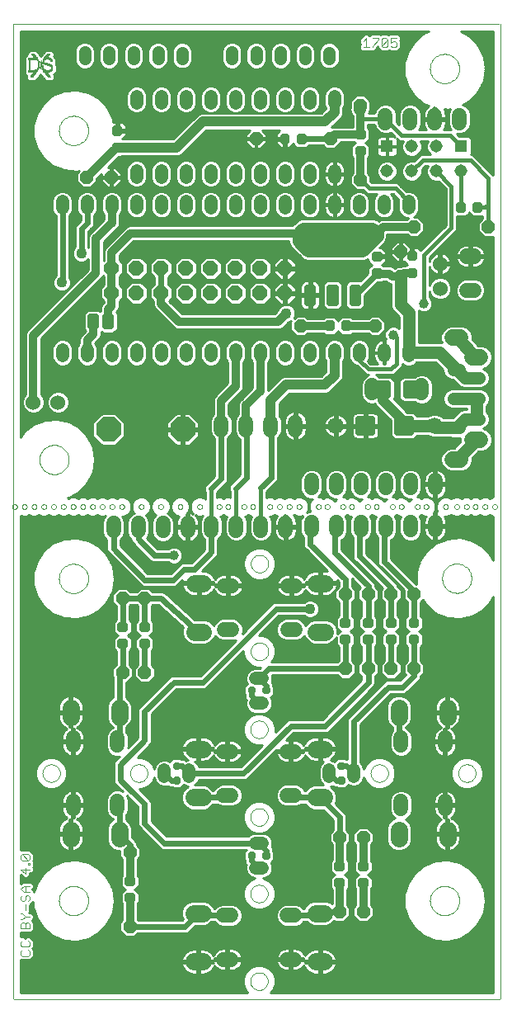
<source format=gtl>
G75*
G70*
%OFA0B0*%
%FSLAX24Y24*%
%IPPOS*%
%LPD*%
%AMOC8*
5,1,8,0,0,1.08239X$1,22.5*
%
%ADD10C,0.0000*%
%ADD11C,0.0030*%
%ADD12C,0.0520*%
%ADD13OC8,0.1000*%
%ADD14OC8,0.0520*%
%ADD15C,0.0600*%
%ADD16C,0.0515*%
%ADD17R,0.0150X0.0005*%
%ADD18R,0.0145X0.0005*%
%ADD19R,0.0155X0.0005*%
%ADD20R,0.0115X0.0005*%
%ADD21R,0.0070X0.0005*%
%ADD22R,0.0095X0.0005*%
%ADD23R,0.0055X0.0005*%
%ADD24R,0.0065X0.0005*%
%ADD25R,0.0040X0.0005*%
%ADD26R,0.0035X0.0005*%
%ADD27R,0.0045X0.0005*%
%ADD28R,0.0030X0.0005*%
%ADD29R,0.0125X0.0005*%
%ADD30R,0.0235X0.0005*%
%ADD31R,0.0025X0.0005*%
%ADD32R,0.0170X0.0005*%
%ADD33R,0.0275X0.0005*%
%ADD34R,0.0020X0.0005*%
%ADD35R,0.0200X0.0005*%
%ADD36R,0.0300X0.0005*%
%ADD37R,0.0015X0.0005*%
%ADD38R,0.0230X0.0005*%
%ADD39R,0.0320X0.0005*%
%ADD40R,0.0010X0.0005*%
%ADD41R,0.0005X0.0005*%
%ADD42R,0.0250X0.0005*%
%ADD43R,0.0330X0.0005*%
%ADD44R,0.0270X0.0005*%
%ADD45R,0.0340X0.0005*%
%ADD46R,0.0285X0.0005*%
%ADD47R,0.0355X0.0005*%
%ADD48R,0.0305X0.0005*%
%ADD49R,0.0360X0.0005*%
%ADD50R,0.0315X0.0005*%
%ADD51R,0.0370X0.0005*%
%ADD52R,0.0375X0.0005*%
%ADD53R,0.0345X0.0005*%
%ADD54R,0.0380X0.0005*%
%ADD55R,0.0350X0.0005*%
%ADD56R,0.0385X0.0005*%
%ADD57R,0.0365X0.0005*%
%ADD58R,0.0390X0.0005*%
%ADD59R,0.0140X0.0005*%
%ADD60R,0.0395X0.0005*%
%ADD61R,0.0135X0.0005*%
%ADD62R,0.0120X0.0005*%
%ADD63R,0.0075X0.0005*%
%ADD64R,0.0110X0.0005*%
%ADD65R,0.0105X0.0005*%
%ADD66R,0.0100X0.0005*%
%ADD67R,0.0090X0.0005*%
%ADD68R,0.0085X0.0005*%
%ADD69R,0.0080X0.0005*%
%ADD70R,0.0050X0.0005*%
%ADD71R,0.0165X0.0005*%
%ADD72R,0.0180X0.0005*%
%ADD73R,0.0195X0.0005*%
%ADD74R,0.0210X0.0005*%
%ADD75R,0.0225X0.0005*%
%ADD76R,0.0245X0.0005*%
%ADD77R,0.0255X0.0005*%
%ADD78R,0.0260X0.0005*%
%ADD79R,0.0220X0.0005*%
%ADD80R,0.0205X0.0005*%
%ADD81R,0.0190X0.0005*%
%ADD82R,0.0175X0.0005*%
%ADD83R,0.0160X0.0005*%
%ADD84R,0.0130X0.0005*%
%ADD85R,0.0400X0.0005*%
%ADD86R,0.0335X0.0005*%
%ADD87R,0.0325X0.0005*%
%ADD88R,0.0290X0.0005*%
%ADD89R,0.0280X0.0005*%
%ADD90R,0.0310X0.0005*%
%ADD91R,0.0515X0.0515*%
%ADD92C,0.0515*%
%ADD93C,0.0594*%
%ADD94C,0.0201*%
%ADD95C,0.0198*%
%ADD96C,0.0197*%
%ADD97C,0.0660*%
%ADD98C,0.0650*%
%ADD99C,0.0202*%
%ADD100C,0.0600*%
%ADD101OC8,0.0600*%
%ADD102C,0.0705*%
%ADD103C,0.0202*%
%ADD104C,0.0199*%
%ADD105C,0.0198*%
%ADD106C,0.0320*%
%ADD107C,0.0436*%
%ADD108C,0.0240*%
%ADD109C,0.0100*%
%ADD110OC8,0.0397*%
%ADD111C,0.0400*%
%ADD112C,0.0500*%
%ADD113C,0.0160*%
%ADD114C,0.0397*%
%ADD115C,0.0560*%
D10*
X018751Y014838D02*
X038399Y014838D01*
X038416Y014870D02*
X038416Y054240D01*
X038374Y054242D02*
X018731Y054242D01*
X018731Y054240D02*
X018731Y014870D01*
X020581Y018838D02*
X020583Y018886D01*
X020589Y018934D01*
X020599Y018981D01*
X020612Y019027D01*
X020630Y019072D01*
X020650Y019116D01*
X020675Y019158D01*
X020703Y019197D01*
X020733Y019234D01*
X020767Y019268D01*
X020804Y019300D01*
X020842Y019329D01*
X020883Y019354D01*
X020926Y019376D01*
X020971Y019394D01*
X021017Y019408D01*
X021064Y019419D01*
X021112Y019426D01*
X021160Y019429D01*
X021208Y019428D01*
X021256Y019423D01*
X021304Y019414D01*
X021350Y019402D01*
X021395Y019385D01*
X021439Y019365D01*
X021481Y019342D01*
X021521Y019315D01*
X021559Y019285D01*
X021594Y019252D01*
X021626Y019216D01*
X021656Y019178D01*
X021682Y019137D01*
X021704Y019094D01*
X021724Y019050D01*
X021739Y019005D01*
X021751Y018958D01*
X021759Y018910D01*
X021763Y018862D01*
X021763Y018814D01*
X021759Y018766D01*
X021751Y018718D01*
X021739Y018671D01*
X021724Y018626D01*
X021704Y018582D01*
X021682Y018539D01*
X021656Y018498D01*
X021626Y018460D01*
X021594Y018424D01*
X021559Y018391D01*
X021521Y018361D01*
X021481Y018334D01*
X021439Y018311D01*
X021395Y018291D01*
X021350Y018274D01*
X021304Y018262D01*
X021256Y018253D01*
X021208Y018248D01*
X021160Y018247D01*
X021112Y018250D01*
X021064Y018257D01*
X021017Y018268D01*
X020971Y018282D01*
X020926Y018300D01*
X020883Y018322D01*
X020842Y018347D01*
X020804Y018376D01*
X020767Y018408D01*
X020733Y018442D01*
X020703Y018479D01*
X020675Y018518D01*
X020650Y018560D01*
X020630Y018604D01*
X020612Y018649D01*
X020599Y018695D01*
X020589Y018742D01*
X020583Y018790D01*
X020581Y018838D01*
X019914Y023984D02*
X019916Y024021D01*
X019922Y024058D01*
X019931Y024094D01*
X019945Y024128D01*
X019962Y024161D01*
X019982Y024193D01*
X020005Y024222D01*
X020031Y024248D01*
X020060Y024271D01*
X020091Y024291D01*
X020125Y024308D01*
X020159Y024322D01*
X020195Y024331D01*
X020232Y024337D01*
X020269Y024339D01*
X020306Y024337D01*
X020343Y024331D01*
X020379Y024322D01*
X020413Y024308D01*
X020446Y024291D01*
X020478Y024271D01*
X020507Y024248D01*
X020533Y024222D01*
X020556Y024193D01*
X020576Y024162D01*
X020593Y024128D01*
X020607Y024094D01*
X020616Y024058D01*
X020622Y024021D01*
X020624Y023984D01*
X020622Y023947D01*
X020616Y023910D01*
X020607Y023874D01*
X020593Y023840D01*
X020576Y023807D01*
X020556Y023775D01*
X020533Y023746D01*
X020507Y023720D01*
X020478Y023697D01*
X020447Y023677D01*
X020413Y023660D01*
X020379Y023646D01*
X020343Y023637D01*
X020306Y023631D01*
X020269Y023629D01*
X020232Y023631D01*
X020195Y023637D01*
X020159Y023646D01*
X020125Y023660D01*
X020092Y023677D01*
X020060Y023697D01*
X020031Y023720D01*
X020005Y023746D01*
X019982Y023775D01*
X019962Y023806D01*
X019945Y023840D01*
X019931Y023874D01*
X019922Y023910D01*
X019916Y023947D01*
X019914Y023984D01*
X023454Y023984D02*
X023456Y024021D01*
X023462Y024058D01*
X023471Y024094D01*
X023485Y024128D01*
X023502Y024161D01*
X023522Y024193D01*
X023545Y024222D01*
X023571Y024248D01*
X023600Y024271D01*
X023631Y024291D01*
X023665Y024308D01*
X023699Y024322D01*
X023735Y024331D01*
X023772Y024337D01*
X023809Y024339D01*
X023846Y024337D01*
X023883Y024331D01*
X023919Y024322D01*
X023953Y024308D01*
X023986Y024291D01*
X024018Y024271D01*
X024047Y024248D01*
X024073Y024222D01*
X024096Y024193D01*
X024116Y024162D01*
X024133Y024128D01*
X024147Y024094D01*
X024156Y024058D01*
X024162Y024021D01*
X024164Y023984D01*
X024162Y023947D01*
X024156Y023910D01*
X024147Y023874D01*
X024133Y023840D01*
X024116Y023807D01*
X024096Y023775D01*
X024073Y023746D01*
X024047Y023720D01*
X024018Y023697D01*
X023987Y023677D01*
X023953Y023660D01*
X023919Y023646D01*
X023883Y023637D01*
X023846Y023631D01*
X023809Y023629D01*
X023772Y023631D01*
X023735Y023637D01*
X023699Y023646D01*
X023665Y023660D01*
X023632Y023677D01*
X023600Y023697D01*
X023571Y023720D01*
X023545Y023746D01*
X023522Y023775D01*
X023502Y023806D01*
X023485Y023840D01*
X023471Y023874D01*
X023462Y023910D01*
X023456Y023947D01*
X023454Y023984D01*
X028317Y025754D02*
X028319Y025791D01*
X028325Y025828D01*
X028334Y025864D01*
X028348Y025898D01*
X028365Y025931D01*
X028385Y025963D01*
X028408Y025992D01*
X028434Y026018D01*
X028463Y026041D01*
X028494Y026061D01*
X028528Y026078D01*
X028562Y026092D01*
X028598Y026101D01*
X028635Y026107D01*
X028672Y026109D01*
X028709Y026107D01*
X028746Y026101D01*
X028782Y026092D01*
X028816Y026078D01*
X028849Y026061D01*
X028881Y026041D01*
X028910Y026018D01*
X028936Y025992D01*
X028959Y025963D01*
X028979Y025932D01*
X028996Y025898D01*
X029010Y025864D01*
X029019Y025828D01*
X029025Y025791D01*
X029027Y025754D01*
X029025Y025717D01*
X029019Y025680D01*
X029010Y025644D01*
X028996Y025610D01*
X028979Y025577D01*
X028959Y025545D01*
X028936Y025516D01*
X028910Y025490D01*
X028881Y025467D01*
X028850Y025447D01*
X028816Y025430D01*
X028782Y025416D01*
X028746Y025407D01*
X028709Y025401D01*
X028672Y025399D01*
X028635Y025401D01*
X028598Y025407D01*
X028562Y025416D01*
X028528Y025430D01*
X028495Y025447D01*
X028463Y025467D01*
X028434Y025490D01*
X028408Y025516D01*
X028385Y025545D01*
X028365Y025576D01*
X028348Y025610D01*
X028334Y025644D01*
X028325Y025680D01*
X028319Y025717D01*
X028317Y025754D01*
X028337Y028907D02*
X028339Y028944D01*
X028345Y028981D01*
X028354Y029017D01*
X028368Y029051D01*
X028385Y029084D01*
X028405Y029116D01*
X028428Y029145D01*
X028454Y029171D01*
X028483Y029194D01*
X028514Y029214D01*
X028548Y029231D01*
X028582Y029245D01*
X028618Y029254D01*
X028655Y029260D01*
X028692Y029262D01*
X028729Y029260D01*
X028766Y029254D01*
X028802Y029245D01*
X028836Y029231D01*
X028869Y029214D01*
X028901Y029194D01*
X028930Y029171D01*
X028956Y029145D01*
X028979Y029116D01*
X028999Y029085D01*
X029016Y029051D01*
X029030Y029017D01*
X029039Y028981D01*
X029045Y028944D01*
X029047Y028907D01*
X029045Y028870D01*
X029039Y028833D01*
X029030Y028797D01*
X029016Y028763D01*
X028999Y028730D01*
X028979Y028698D01*
X028956Y028669D01*
X028930Y028643D01*
X028901Y028620D01*
X028870Y028600D01*
X028836Y028583D01*
X028802Y028569D01*
X028766Y028560D01*
X028729Y028554D01*
X028692Y028552D01*
X028655Y028554D01*
X028618Y028560D01*
X028582Y028569D01*
X028548Y028583D01*
X028515Y028600D01*
X028483Y028620D01*
X028454Y028643D01*
X028428Y028669D01*
X028405Y028698D01*
X028385Y028729D01*
X028368Y028763D01*
X028354Y028797D01*
X028345Y028833D01*
X028339Y028870D01*
X028337Y028907D01*
X028337Y032447D02*
X028339Y032484D01*
X028345Y032521D01*
X028354Y032557D01*
X028368Y032591D01*
X028385Y032624D01*
X028405Y032656D01*
X028428Y032685D01*
X028454Y032711D01*
X028483Y032734D01*
X028514Y032754D01*
X028548Y032771D01*
X028582Y032785D01*
X028618Y032794D01*
X028655Y032800D01*
X028692Y032802D01*
X028729Y032800D01*
X028766Y032794D01*
X028802Y032785D01*
X028836Y032771D01*
X028869Y032754D01*
X028901Y032734D01*
X028930Y032711D01*
X028956Y032685D01*
X028979Y032656D01*
X028999Y032625D01*
X029016Y032591D01*
X029030Y032557D01*
X029039Y032521D01*
X029045Y032484D01*
X029047Y032447D01*
X029045Y032410D01*
X029039Y032373D01*
X029030Y032337D01*
X029016Y032303D01*
X028999Y032270D01*
X028979Y032238D01*
X028956Y032209D01*
X028930Y032183D01*
X028901Y032160D01*
X028870Y032140D01*
X028836Y032123D01*
X028802Y032109D01*
X028766Y032100D01*
X028729Y032094D01*
X028692Y032092D01*
X028655Y032094D01*
X028618Y032100D01*
X028582Y032109D01*
X028548Y032123D01*
X028515Y032140D01*
X028483Y032160D01*
X028454Y032183D01*
X028428Y032209D01*
X028405Y032238D01*
X028385Y032269D01*
X028368Y032303D01*
X028354Y032337D01*
X028345Y032373D01*
X028339Y032410D01*
X028337Y032447D01*
X028318Y034752D02*
X028320Y034771D01*
X028325Y034790D01*
X028335Y034806D01*
X028347Y034821D01*
X028362Y034833D01*
X028378Y034843D01*
X028397Y034848D01*
X028416Y034850D01*
X028435Y034848D01*
X028454Y034843D01*
X028470Y034833D01*
X028485Y034821D01*
X028497Y034806D01*
X028507Y034790D01*
X028512Y034771D01*
X028514Y034752D01*
X028512Y034733D01*
X028507Y034714D01*
X028497Y034698D01*
X028485Y034683D01*
X028470Y034671D01*
X028454Y034661D01*
X028435Y034656D01*
X028416Y034654D01*
X028397Y034656D01*
X028378Y034661D01*
X028362Y034671D01*
X028347Y034683D01*
X028335Y034698D01*
X028325Y034714D01*
X028320Y034733D01*
X028318Y034752D01*
X027964Y034752D02*
X027966Y034771D01*
X027971Y034790D01*
X027981Y034806D01*
X027993Y034821D01*
X028008Y034833D01*
X028024Y034843D01*
X028043Y034848D01*
X028062Y034850D01*
X028081Y034848D01*
X028100Y034843D01*
X028116Y034833D01*
X028131Y034821D01*
X028143Y034806D01*
X028153Y034790D01*
X028158Y034771D01*
X028160Y034752D01*
X028158Y034733D01*
X028153Y034714D01*
X028143Y034698D01*
X028131Y034683D01*
X028116Y034671D01*
X028100Y034661D01*
X028081Y034656D01*
X028062Y034654D01*
X028043Y034656D01*
X028024Y034661D01*
X028008Y034671D01*
X027993Y034683D01*
X027981Y034698D01*
X027971Y034714D01*
X027966Y034733D01*
X027964Y034752D01*
X027315Y034752D02*
X027317Y034771D01*
X027322Y034790D01*
X027332Y034806D01*
X027344Y034821D01*
X027359Y034833D01*
X027375Y034843D01*
X027394Y034848D01*
X027413Y034850D01*
X027432Y034848D01*
X027451Y034843D01*
X027467Y034833D01*
X027482Y034821D01*
X027494Y034806D01*
X027504Y034790D01*
X027509Y034771D01*
X027511Y034752D01*
X027509Y034733D01*
X027504Y034714D01*
X027494Y034698D01*
X027482Y034683D01*
X027467Y034671D01*
X027451Y034661D01*
X027432Y034656D01*
X027413Y034654D01*
X027394Y034656D01*
X027375Y034661D01*
X027359Y034671D01*
X027344Y034683D01*
X027332Y034698D01*
X027322Y034714D01*
X027317Y034733D01*
X027315Y034752D01*
X026960Y034752D02*
X026962Y034771D01*
X026967Y034790D01*
X026977Y034806D01*
X026989Y034821D01*
X027004Y034833D01*
X027020Y034843D01*
X027039Y034848D01*
X027058Y034850D01*
X027077Y034848D01*
X027096Y034843D01*
X027112Y034833D01*
X027127Y034821D01*
X027139Y034806D01*
X027149Y034790D01*
X027154Y034771D01*
X027156Y034752D01*
X027154Y034733D01*
X027149Y034714D01*
X027139Y034698D01*
X027127Y034683D01*
X027112Y034671D01*
X027096Y034661D01*
X027077Y034656D01*
X027058Y034654D01*
X027039Y034656D01*
X027020Y034661D01*
X027004Y034671D01*
X026989Y034683D01*
X026977Y034698D01*
X026967Y034714D01*
X026962Y034733D01*
X026960Y034752D01*
X026173Y034752D02*
X026175Y034771D01*
X026180Y034790D01*
X026190Y034806D01*
X026202Y034821D01*
X026217Y034833D01*
X026233Y034843D01*
X026252Y034848D01*
X026271Y034850D01*
X026290Y034848D01*
X026309Y034843D01*
X026325Y034833D01*
X026340Y034821D01*
X026352Y034806D01*
X026362Y034790D01*
X026367Y034771D01*
X026369Y034752D01*
X026367Y034733D01*
X026362Y034714D01*
X026352Y034698D01*
X026340Y034683D01*
X026325Y034671D01*
X026309Y034661D01*
X026290Y034656D01*
X026271Y034654D01*
X026252Y034656D01*
X026233Y034661D01*
X026217Y034671D01*
X026202Y034683D01*
X026190Y034698D01*
X026180Y034714D01*
X026175Y034733D01*
X026173Y034752D01*
X025385Y034752D02*
X025387Y034771D01*
X025392Y034790D01*
X025402Y034806D01*
X025414Y034821D01*
X025429Y034833D01*
X025445Y034843D01*
X025464Y034848D01*
X025483Y034850D01*
X025502Y034848D01*
X025521Y034843D01*
X025537Y034833D01*
X025552Y034821D01*
X025564Y034806D01*
X025574Y034790D01*
X025579Y034771D01*
X025581Y034752D01*
X025579Y034733D01*
X025574Y034714D01*
X025564Y034698D01*
X025552Y034683D01*
X025537Y034671D01*
X025521Y034661D01*
X025502Y034656D01*
X025483Y034654D01*
X025464Y034656D01*
X025445Y034661D01*
X025429Y034671D01*
X025414Y034683D01*
X025402Y034698D01*
X025392Y034714D01*
X025387Y034733D01*
X025385Y034752D01*
X024598Y034752D02*
X024600Y034771D01*
X024605Y034790D01*
X024615Y034806D01*
X024627Y034821D01*
X024642Y034833D01*
X024658Y034843D01*
X024677Y034848D01*
X024696Y034850D01*
X024715Y034848D01*
X024734Y034843D01*
X024750Y034833D01*
X024765Y034821D01*
X024777Y034806D01*
X024787Y034790D01*
X024792Y034771D01*
X024794Y034752D01*
X024792Y034733D01*
X024787Y034714D01*
X024777Y034698D01*
X024765Y034683D01*
X024750Y034671D01*
X024734Y034661D01*
X024715Y034656D01*
X024696Y034654D01*
X024677Y034656D01*
X024658Y034661D01*
X024642Y034671D01*
X024627Y034683D01*
X024615Y034698D01*
X024605Y034714D01*
X024600Y034733D01*
X024598Y034752D01*
X023811Y034752D02*
X023813Y034771D01*
X023818Y034790D01*
X023828Y034806D01*
X023840Y034821D01*
X023855Y034833D01*
X023871Y034843D01*
X023890Y034848D01*
X023909Y034850D01*
X023928Y034848D01*
X023947Y034843D01*
X023963Y034833D01*
X023978Y034821D01*
X023990Y034806D01*
X024000Y034790D01*
X024005Y034771D01*
X024007Y034752D01*
X024005Y034733D01*
X024000Y034714D01*
X023990Y034698D01*
X023978Y034683D01*
X023963Y034671D01*
X023947Y034661D01*
X023928Y034656D01*
X023909Y034654D01*
X023890Y034656D01*
X023871Y034661D01*
X023855Y034671D01*
X023840Y034683D01*
X023828Y034698D01*
X023818Y034714D01*
X023813Y034733D01*
X023811Y034752D01*
X023023Y034752D02*
X023025Y034771D01*
X023030Y034790D01*
X023040Y034806D01*
X023052Y034821D01*
X023067Y034833D01*
X023083Y034843D01*
X023102Y034848D01*
X023121Y034850D01*
X023140Y034848D01*
X023159Y034843D01*
X023175Y034833D01*
X023190Y034821D01*
X023202Y034806D01*
X023212Y034790D01*
X023217Y034771D01*
X023219Y034752D01*
X023217Y034733D01*
X023212Y034714D01*
X023202Y034698D01*
X023190Y034683D01*
X023175Y034671D01*
X023159Y034661D01*
X023140Y034656D01*
X023121Y034654D01*
X023102Y034656D01*
X023083Y034661D01*
X023067Y034671D01*
X023052Y034683D01*
X023040Y034698D01*
X023030Y034714D01*
X023025Y034733D01*
X023023Y034752D01*
X022630Y034752D02*
X022632Y034771D01*
X022637Y034790D01*
X022647Y034806D01*
X022659Y034821D01*
X022674Y034833D01*
X022690Y034843D01*
X022709Y034848D01*
X022728Y034850D01*
X022747Y034848D01*
X022766Y034843D01*
X022782Y034833D01*
X022797Y034821D01*
X022809Y034806D01*
X022819Y034790D01*
X022824Y034771D01*
X022826Y034752D01*
X022824Y034733D01*
X022819Y034714D01*
X022809Y034698D01*
X022797Y034683D01*
X022782Y034671D01*
X022766Y034661D01*
X022747Y034656D01*
X022728Y034654D01*
X022709Y034656D01*
X022690Y034661D01*
X022674Y034671D01*
X022659Y034683D01*
X022647Y034698D01*
X022637Y034714D01*
X022632Y034733D01*
X022630Y034752D01*
X022236Y034752D02*
X022238Y034771D01*
X022243Y034790D01*
X022253Y034806D01*
X022265Y034821D01*
X022280Y034833D01*
X022296Y034843D01*
X022315Y034848D01*
X022334Y034850D01*
X022353Y034848D01*
X022372Y034843D01*
X022388Y034833D01*
X022403Y034821D01*
X022415Y034806D01*
X022425Y034790D01*
X022430Y034771D01*
X022432Y034752D01*
X022430Y034733D01*
X022425Y034714D01*
X022415Y034698D01*
X022403Y034683D01*
X022388Y034671D01*
X022372Y034661D01*
X022353Y034656D01*
X022334Y034654D01*
X022315Y034656D01*
X022296Y034661D01*
X022280Y034671D01*
X022265Y034683D01*
X022253Y034698D01*
X022243Y034714D01*
X022238Y034733D01*
X022236Y034752D01*
X021842Y034752D02*
X021844Y034771D01*
X021849Y034790D01*
X021859Y034806D01*
X021871Y034821D01*
X021886Y034833D01*
X021902Y034843D01*
X021921Y034848D01*
X021940Y034850D01*
X021959Y034848D01*
X021978Y034843D01*
X021994Y034833D01*
X022009Y034821D01*
X022021Y034806D01*
X022031Y034790D01*
X022036Y034771D01*
X022038Y034752D01*
X022036Y034733D01*
X022031Y034714D01*
X022021Y034698D01*
X022009Y034683D01*
X021994Y034671D01*
X021978Y034661D01*
X021959Y034656D01*
X021940Y034654D01*
X021921Y034656D01*
X021902Y034661D01*
X021886Y034671D01*
X021871Y034683D01*
X021859Y034698D01*
X021849Y034714D01*
X021844Y034733D01*
X021842Y034752D01*
X021448Y034752D02*
X021450Y034771D01*
X021455Y034790D01*
X021465Y034806D01*
X021477Y034821D01*
X021492Y034833D01*
X021508Y034843D01*
X021527Y034848D01*
X021546Y034850D01*
X021565Y034848D01*
X021584Y034843D01*
X021600Y034833D01*
X021615Y034821D01*
X021627Y034806D01*
X021637Y034790D01*
X021642Y034771D01*
X021644Y034752D01*
X021642Y034733D01*
X021637Y034714D01*
X021627Y034698D01*
X021615Y034683D01*
X021600Y034671D01*
X021584Y034661D01*
X021565Y034656D01*
X021546Y034654D01*
X021527Y034656D01*
X021508Y034661D01*
X021492Y034671D01*
X021477Y034683D01*
X021465Y034698D01*
X021455Y034714D01*
X021450Y034733D01*
X021448Y034752D01*
X021055Y034752D02*
X021057Y034771D01*
X021062Y034790D01*
X021072Y034806D01*
X021084Y034821D01*
X021099Y034833D01*
X021115Y034843D01*
X021134Y034848D01*
X021153Y034850D01*
X021172Y034848D01*
X021191Y034843D01*
X021207Y034833D01*
X021222Y034821D01*
X021234Y034806D01*
X021244Y034790D01*
X021249Y034771D01*
X021251Y034752D01*
X021249Y034733D01*
X021244Y034714D01*
X021234Y034698D01*
X021222Y034683D01*
X021207Y034671D01*
X021191Y034661D01*
X021172Y034656D01*
X021153Y034654D01*
X021134Y034656D01*
X021115Y034661D01*
X021099Y034671D01*
X021084Y034683D01*
X021072Y034698D01*
X021062Y034714D01*
X021057Y034733D01*
X021055Y034752D01*
X020661Y034752D02*
X020663Y034771D01*
X020668Y034790D01*
X020678Y034806D01*
X020690Y034821D01*
X020705Y034833D01*
X020721Y034843D01*
X020740Y034848D01*
X020759Y034850D01*
X020778Y034848D01*
X020797Y034843D01*
X020813Y034833D01*
X020828Y034821D01*
X020840Y034806D01*
X020850Y034790D01*
X020855Y034771D01*
X020857Y034752D01*
X020855Y034733D01*
X020850Y034714D01*
X020840Y034698D01*
X020828Y034683D01*
X020813Y034671D01*
X020797Y034661D01*
X020778Y034656D01*
X020759Y034654D01*
X020740Y034656D01*
X020721Y034661D01*
X020705Y034671D01*
X020690Y034683D01*
X020678Y034698D01*
X020668Y034714D01*
X020663Y034733D01*
X020661Y034752D01*
X020267Y034752D02*
X020269Y034771D01*
X020274Y034790D01*
X020284Y034806D01*
X020296Y034821D01*
X020311Y034833D01*
X020327Y034843D01*
X020346Y034848D01*
X020365Y034850D01*
X020384Y034848D01*
X020403Y034843D01*
X020419Y034833D01*
X020434Y034821D01*
X020446Y034806D01*
X020456Y034790D01*
X020461Y034771D01*
X020463Y034752D01*
X020461Y034733D01*
X020456Y034714D01*
X020446Y034698D01*
X020434Y034683D01*
X020419Y034671D01*
X020403Y034661D01*
X020384Y034656D01*
X020365Y034654D01*
X020346Y034656D01*
X020327Y034661D01*
X020311Y034671D01*
X020296Y034683D01*
X020284Y034698D01*
X020274Y034714D01*
X020269Y034733D01*
X020267Y034752D01*
X019874Y034752D02*
X019876Y034771D01*
X019881Y034790D01*
X019891Y034806D01*
X019903Y034821D01*
X019918Y034833D01*
X019934Y034843D01*
X019953Y034848D01*
X019972Y034850D01*
X019991Y034848D01*
X020010Y034843D01*
X020026Y034833D01*
X020041Y034821D01*
X020053Y034806D01*
X020063Y034790D01*
X020068Y034771D01*
X020070Y034752D01*
X020068Y034733D01*
X020063Y034714D01*
X020053Y034698D01*
X020041Y034683D01*
X020026Y034671D01*
X020010Y034661D01*
X019991Y034656D01*
X019972Y034654D01*
X019953Y034656D01*
X019934Y034661D01*
X019918Y034671D01*
X019903Y034683D01*
X019891Y034698D01*
X019881Y034714D01*
X019876Y034733D01*
X019874Y034752D01*
X019480Y034752D02*
X019482Y034771D01*
X019487Y034790D01*
X019497Y034806D01*
X019509Y034821D01*
X019524Y034833D01*
X019540Y034843D01*
X019559Y034848D01*
X019578Y034850D01*
X019597Y034848D01*
X019616Y034843D01*
X019632Y034833D01*
X019647Y034821D01*
X019659Y034806D01*
X019669Y034790D01*
X019674Y034771D01*
X019676Y034752D01*
X019674Y034733D01*
X019669Y034714D01*
X019659Y034698D01*
X019647Y034683D01*
X019632Y034671D01*
X019616Y034661D01*
X019597Y034656D01*
X019578Y034654D01*
X019559Y034656D01*
X019540Y034661D01*
X019524Y034671D01*
X019509Y034683D01*
X019497Y034698D01*
X019487Y034714D01*
X019482Y034733D01*
X019480Y034752D01*
X019086Y034752D02*
X019088Y034771D01*
X019093Y034790D01*
X019103Y034806D01*
X019115Y034821D01*
X019130Y034833D01*
X019146Y034843D01*
X019165Y034848D01*
X019184Y034850D01*
X019203Y034848D01*
X019222Y034843D01*
X019238Y034833D01*
X019253Y034821D01*
X019265Y034806D01*
X019275Y034790D01*
X019280Y034771D01*
X019282Y034752D01*
X019280Y034733D01*
X019275Y034714D01*
X019265Y034698D01*
X019253Y034683D01*
X019238Y034671D01*
X019222Y034661D01*
X019203Y034656D01*
X019184Y034654D01*
X019165Y034656D01*
X019146Y034661D01*
X019130Y034671D01*
X019115Y034683D01*
X019103Y034698D01*
X019093Y034714D01*
X019088Y034733D01*
X019086Y034752D01*
X018692Y034752D02*
X018694Y034771D01*
X018699Y034790D01*
X018709Y034806D01*
X018721Y034821D01*
X018736Y034833D01*
X018752Y034843D01*
X018771Y034848D01*
X018790Y034850D01*
X018809Y034848D01*
X018828Y034843D01*
X018844Y034833D01*
X018859Y034821D01*
X018871Y034806D01*
X018881Y034790D01*
X018886Y034771D01*
X018888Y034752D01*
X018886Y034733D01*
X018881Y034714D01*
X018871Y034698D01*
X018859Y034683D01*
X018844Y034671D01*
X018828Y034661D01*
X018809Y034656D01*
X018790Y034654D01*
X018771Y034656D01*
X018752Y034661D01*
X018736Y034671D01*
X018721Y034683D01*
X018709Y034698D01*
X018699Y034714D01*
X018694Y034733D01*
X018692Y034752D01*
X019794Y036653D02*
X019796Y036701D01*
X019802Y036749D01*
X019812Y036796D01*
X019825Y036842D01*
X019843Y036887D01*
X019863Y036931D01*
X019888Y036973D01*
X019916Y037012D01*
X019946Y037049D01*
X019980Y037083D01*
X020017Y037115D01*
X020055Y037144D01*
X020096Y037169D01*
X020139Y037191D01*
X020184Y037209D01*
X020230Y037223D01*
X020277Y037234D01*
X020325Y037241D01*
X020373Y037244D01*
X020421Y037243D01*
X020469Y037238D01*
X020517Y037229D01*
X020563Y037217D01*
X020608Y037200D01*
X020652Y037180D01*
X020694Y037157D01*
X020734Y037130D01*
X020772Y037100D01*
X020807Y037067D01*
X020839Y037031D01*
X020869Y036993D01*
X020895Y036952D01*
X020917Y036909D01*
X020937Y036865D01*
X020952Y036820D01*
X020964Y036773D01*
X020972Y036725D01*
X020976Y036677D01*
X020976Y036629D01*
X020972Y036581D01*
X020964Y036533D01*
X020952Y036486D01*
X020937Y036441D01*
X020917Y036397D01*
X020895Y036354D01*
X020869Y036313D01*
X020839Y036275D01*
X020807Y036239D01*
X020772Y036206D01*
X020734Y036176D01*
X020694Y036149D01*
X020652Y036126D01*
X020608Y036106D01*
X020563Y036089D01*
X020517Y036077D01*
X020469Y036068D01*
X020421Y036063D01*
X020373Y036062D01*
X020325Y036065D01*
X020277Y036072D01*
X020230Y036083D01*
X020184Y036097D01*
X020139Y036115D01*
X020096Y036137D01*
X020055Y036162D01*
X020017Y036191D01*
X019980Y036223D01*
X019946Y036257D01*
X019916Y036294D01*
X019888Y036333D01*
X019863Y036375D01*
X019843Y036419D01*
X019825Y036464D01*
X019812Y036510D01*
X019802Y036557D01*
X019796Y036605D01*
X019794Y036653D01*
X020581Y031850D02*
X020583Y031898D01*
X020589Y031946D01*
X020599Y031993D01*
X020612Y032039D01*
X020630Y032084D01*
X020650Y032128D01*
X020675Y032170D01*
X020703Y032209D01*
X020733Y032246D01*
X020767Y032280D01*
X020804Y032312D01*
X020842Y032341D01*
X020883Y032366D01*
X020926Y032388D01*
X020971Y032406D01*
X021017Y032420D01*
X021064Y032431D01*
X021112Y032438D01*
X021160Y032441D01*
X021208Y032440D01*
X021256Y032435D01*
X021304Y032426D01*
X021350Y032414D01*
X021395Y032397D01*
X021439Y032377D01*
X021481Y032354D01*
X021521Y032327D01*
X021559Y032297D01*
X021594Y032264D01*
X021626Y032228D01*
X021656Y032190D01*
X021682Y032149D01*
X021704Y032106D01*
X021724Y032062D01*
X021739Y032017D01*
X021751Y031970D01*
X021759Y031922D01*
X021763Y031874D01*
X021763Y031826D01*
X021759Y031778D01*
X021751Y031730D01*
X021739Y031683D01*
X021724Y031638D01*
X021704Y031594D01*
X021682Y031551D01*
X021656Y031510D01*
X021626Y031472D01*
X021594Y031436D01*
X021559Y031403D01*
X021521Y031373D01*
X021481Y031346D01*
X021439Y031323D01*
X021395Y031303D01*
X021350Y031286D01*
X021304Y031274D01*
X021256Y031265D01*
X021208Y031260D01*
X021160Y031259D01*
X021112Y031262D01*
X021064Y031269D01*
X021017Y031280D01*
X020971Y031294D01*
X020926Y031312D01*
X020883Y031334D01*
X020842Y031359D01*
X020804Y031388D01*
X020767Y031420D01*
X020733Y031454D01*
X020703Y031491D01*
X020675Y031530D01*
X020650Y031572D01*
X020630Y031616D01*
X020612Y031661D01*
X020599Y031707D01*
X020589Y031754D01*
X020583Y031802D01*
X020581Y031850D01*
X028317Y022214D02*
X028319Y022251D01*
X028325Y022288D01*
X028334Y022324D01*
X028348Y022358D01*
X028365Y022391D01*
X028385Y022423D01*
X028408Y022452D01*
X028434Y022478D01*
X028463Y022501D01*
X028494Y022521D01*
X028528Y022538D01*
X028562Y022552D01*
X028598Y022561D01*
X028635Y022567D01*
X028672Y022569D01*
X028709Y022567D01*
X028746Y022561D01*
X028782Y022552D01*
X028816Y022538D01*
X028849Y022521D01*
X028881Y022501D01*
X028910Y022478D01*
X028936Y022452D01*
X028959Y022423D01*
X028979Y022392D01*
X028996Y022358D01*
X029010Y022324D01*
X029019Y022288D01*
X029025Y022251D01*
X029027Y022214D01*
X029025Y022177D01*
X029019Y022140D01*
X029010Y022104D01*
X028996Y022070D01*
X028979Y022037D01*
X028959Y022005D01*
X028936Y021976D01*
X028910Y021950D01*
X028881Y021927D01*
X028850Y021907D01*
X028816Y021890D01*
X028782Y021876D01*
X028746Y021867D01*
X028709Y021861D01*
X028672Y021859D01*
X028635Y021861D01*
X028598Y021867D01*
X028562Y021876D01*
X028528Y021890D01*
X028495Y021907D01*
X028463Y021927D01*
X028434Y021950D01*
X028408Y021976D01*
X028385Y022005D01*
X028365Y022036D01*
X028348Y022070D01*
X028334Y022104D01*
X028325Y022140D01*
X028319Y022177D01*
X028317Y022214D01*
X028317Y019120D02*
X028319Y019157D01*
X028325Y019194D01*
X028334Y019230D01*
X028348Y019264D01*
X028365Y019297D01*
X028385Y019329D01*
X028408Y019358D01*
X028434Y019384D01*
X028463Y019407D01*
X028494Y019427D01*
X028528Y019444D01*
X028562Y019458D01*
X028598Y019467D01*
X028635Y019473D01*
X028672Y019475D01*
X028709Y019473D01*
X028746Y019467D01*
X028782Y019458D01*
X028816Y019444D01*
X028849Y019427D01*
X028881Y019407D01*
X028910Y019384D01*
X028936Y019358D01*
X028959Y019329D01*
X028979Y019298D01*
X028996Y019264D01*
X029010Y019230D01*
X029019Y019194D01*
X029025Y019157D01*
X029027Y019120D01*
X029025Y019083D01*
X029019Y019046D01*
X029010Y019010D01*
X028996Y018976D01*
X028979Y018943D01*
X028959Y018911D01*
X028936Y018882D01*
X028910Y018856D01*
X028881Y018833D01*
X028850Y018813D01*
X028816Y018796D01*
X028782Y018782D01*
X028746Y018773D01*
X028709Y018767D01*
X028672Y018765D01*
X028635Y018767D01*
X028598Y018773D01*
X028562Y018782D01*
X028528Y018796D01*
X028495Y018813D01*
X028463Y018833D01*
X028434Y018856D01*
X028408Y018882D01*
X028385Y018911D01*
X028365Y018942D01*
X028348Y018976D01*
X028334Y019010D01*
X028325Y019046D01*
X028319Y019083D01*
X028317Y019120D01*
X028317Y015580D02*
X028319Y015617D01*
X028325Y015654D01*
X028334Y015690D01*
X028348Y015724D01*
X028365Y015757D01*
X028385Y015789D01*
X028408Y015818D01*
X028434Y015844D01*
X028463Y015867D01*
X028494Y015887D01*
X028528Y015904D01*
X028562Y015918D01*
X028598Y015927D01*
X028635Y015933D01*
X028672Y015935D01*
X028709Y015933D01*
X028746Y015927D01*
X028782Y015918D01*
X028816Y015904D01*
X028849Y015887D01*
X028881Y015867D01*
X028910Y015844D01*
X028936Y015818D01*
X028959Y015789D01*
X028979Y015758D01*
X028996Y015724D01*
X029010Y015690D01*
X029019Y015654D01*
X029025Y015617D01*
X029027Y015580D01*
X029025Y015543D01*
X029019Y015506D01*
X029010Y015470D01*
X028996Y015436D01*
X028979Y015403D01*
X028959Y015371D01*
X028936Y015342D01*
X028910Y015316D01*
X028881Y015293D01*
X028850Y015273D01*
X028816Y015256D01*
X028782Y015242D01*
X028746Y015233D01*
X028709Y015227D01*
X028672Y015225D01*
X028635Y015227D01*
X028598Y015233D01*
X028562Y015242D01*
X028528Y015256D01*
X028495Y015273D01*
X028463Y015293D01*
X028434Y015316D01*
X028408Y015342D01*
X028385Y015371D01*
X028365Y015402D01*
X028348Y015436D01*
X028334Y015470D01*
X028325Y015506D01*
X028319Y015543D01*
X028317Y015580D01*
X033181Y023984D02*
X033183Y024021D01*
X033189Y024058D01*
X033198Y024094D01*
X033212Y024128D01*
X033229Y024161D01*
X033249Y024193D01*
X033272Y024222D01*
X033298Y024248D01*
X033327Y024271D01*
X033358Y024291D01*
X033392Y024308D01*
X033426Y024322D01*
X033462Y024331D01*
X033499Y024337D01*
X033536Y024339D01*
X033573Y024337D01*
X033610Y024331D01*
X033646Y024322D01*
X033680Y024308D01*
X033713Y024291D01*
X033745Y024271D01*
X033774Y024248D01*
X033800Y024222D01*
X033823Y024193D01*
X033843Y024162D01*
X033860Y024128D01*
X033874Y024094D01*
X033883Y024058D01*
X033889Y024021D01*
X033891Y023984D01*
X033889Y023947D01*
X033883Y023910D01*
X033874Y023874D01*
X033860Y023840D01*
X033843Y023807D01*
X033823Y023775D01*
X033800Y023746D01*
X033774Y023720D01*
X033745Y023697D01*
X033714Y023677D01*
X033680Y023660D01*
X033646Y023646D01*
X033610Y023637D01*
X033573Y023631D01*
X033536Y023629D01*
X033499Y023631D01*
X033462Y023637D01*
X033426Y023646D01*
X033392Y023660D01*
X033359Y023677D01*
X033327Y023697D01*
X033298Y023720D01*
X033272Y023746D01*
X033249Y023775D01*
X033229Y023806D01*
X033212Y023840D01*
X033198Y023874D01*
X033189Y023910D01*
X033183Y023947D01*
X033181Y023984D01*
X036721Y023984D02*
X036723Y024021D01*
X036729Y024058D01*
X036738Y024094D01*
X036752Y024128D01*
X036769Y024161D01*
X036789Y024193D01*
X036812Y024222D01*
X036838Y024248D01*
X036867Y024271D01*
X036898Y024291D01*
X036932Y024308D01*
X036966Y024322D01*
X037002Y024331D01*
X037039Y024337D01*
X037076Y024339D01*
X037113Y024337D01*
X037150Y024331D01*
X037186Y024322D01*
X037220Y024308D01*
X037253Y024291D01*
X037285Y024271D01*
X037314Y024248D01*
X037340Y024222D01*
X037363Y024193D01*
X037383Y024162D01*
X037400Y024128D01*
X037414Y024094D01*
X037423Y024058D01*
X037429Y024021D01*
X037431Y023984D01*
X037429Y023947D01*
X037423Y023910D01*
X037414Y023874D01*
X037400Y023840D01*
X037383Y023807D01*
X037363Y023775D01*
X037340Y023746D01*
X037314Y023720D01*
X037285Y023697D01*
X037254Y023677D01*
X037220Y023660D01*
X037186Y023646D01*
X037150Y023637D01*
X037113Y023631D01*
X037076Y023629D01*
X037039Y023631D01*
X037002Y023637D01*
X036966Y023646D01*
X036932Y023660D01*
X036899Y023677D01*
X036867Y023697D01*
X036838Y023720D01*
X036812Y023746D01*
X036789Y023775D01*
X036769Y023806D01*
X036752Y023840D01*
X036738Y023874D01*
X036729Y023910D01*
X036723Y023947D01*
X036721Y023984D01*
X035581Y018838D02*
X035583Y018886D01*
X035589Y018934D01*
X035599Y018981D01*
X035612Y019027D01*
X035630Y019072D01*
X035650Y019116D01*
X035675Y019158D01*
X035703Y019197D01*
X035733Y019234D01*
X035767Y019268D01*
X035804Y019300D01*
X035842Y019329D01*
X035883Y019354D01*
X035926Y019376D01*
X035971Y019394D01*
X036017Y019408D01*
X036064Y019419D01*
X036112Y019426D01*
X036160Y019429D01*
X036208Y019428D01*
X036256Y019423D01*
X036304Y019414D01*
X036350Y019402D01*
X036395Y019385D01*
X036439Y019365D01*
X036481Y019342D01*
X036521Y019315D01*
X036559Y019285D01*
X036594Y019252D01*
X036626Y019216D01*
X036656Y019178D01*
X036682Y019137D01*
X036704Y019094D01*
X036724Y019050D01*
X036739Y019005D01*
X036751Y018958D01*
X036759Y018910D01*
X036763Y018862D01*
X036763Y018814D01*
X036759Y018766D01*
X036751Y018718D01*
X036739Y018671D01*
X036724Y018626D01*
X036704Y018582D01*
X036682Y018539D01*
X036656Y018498D01*
X036626Y018460D01*
X036594Y018424D01*
X036559Y018391D01*
X036521Y018361D01*
X036481Y018334D01*
X036439Y018311D01*
X036395Y018291D01*
X036350Y018274D01*
X036304Y018262D01*
X036256Y018253D01*
X036208Y018248D01*
X036160Y018247D01*
X036112Y018250D01*
X036064Y018257D01*
X036017Y018268D01*
X035971Y018282D01*
X035926Y018300D01*
X035883Y018322D01*
X035842Y018347D01*
X035804Y018376D01*
X035767Y018408D01*
X035733Y018442D01*
X035703Y018479D01*
X035675Y018518D01*
X035650Y018560D01*
X035630Y018604D01*
X035612Y018649D01*
X035599Y018695D01*
X035589Y018742D01*
X035583Y018790D01*
X035581Y018838D01*
X036074Y031858D02*
X036076Y031906D01*
X036082Y031954D01*
X036092Y032001D01*
X036105Y032047D01*
X036123Y032092D01*
X036143Y032136D01*
X036168Y032178D01*
X036196Y032217D01*
X036226Y032254D01*
X036260Y032288D01*
X036297Y032320D01*
X036335Y032349D01*
X036376Y032374D01*
X036419Y032396D01*
X036464Y032414D01*
X036510Y032428D01*
X036557Y032439D01*
X036605Y032446D01*
X036653Y032449D01*
X036701Y032448D01*
X036749Y032443D01*
X036797Y032434D01*
X036843Y032422D01*
X036888Y032405D01*
X036932Y032385D01*
X036974Y032362D01*
X037014Y032335D01*
X037052Y032305D01*
X037087Y032272D01*
X037119Y032236D01*
X037149Y032198D01*
X037175Y032157D01*
X037197Y032114D01*
X037217Y032070D01*
X037232Y032025D01*
X037244Y031978D01*
X037252Y031930D01*
X037256Y031882D01*
X037256Y031834D01*
X037252Y031786D01*
X037244Y031738D01*
X037232Y031691D01*
X037217Y031646D01*
X037197Y031602D01*
X037175Y031559D01*
X037149Y031518D01*
X037119Y031480D01*
X037087Y031444D01*
X037052Y031411D01*
X037014Y031381D01*
X036974Y031354D01*
X036932Y031331D01*
X036888Y031311D01*
X036843Y031294D01*
X036797Y031282D01*
X036749Y031273D01*
X036701Y031268D01*
X036653Y031267D01*
X036605Y031270D01*
X036557Y031277D01*
X036510Y031288D01*
X036464Y031302D01*
X036419Y031320D01*
X036376Y031342D01*
X036335Y031367D01*
X036297Y031396D01*
X036260Y031428D01*
X036226Y031462D01*
X036196Y031499D01*
X036168Y031538D01*
X036143Y031580D01*
X036123Y031624D01*
X036105Y031669D01*
X036092Y031715D01*
X036082Y031762D01*
X036076Y031810D01*
X036074Y031858D01*
X036114Y034752D02*
X036116Y034771D01*
X036121Y034790D01*
X036131Y034806D01*
X036143Y034821D01*
X036158Y034833D01*
X036174Y034843D01*
X036193Y034848D01*
X036212Y034850D01*
X036231Y034848D01*
X036250Y034843D01*
X036266Y034833D01*
X036281Y034821D01*
X036293Y034806D01*
X036303Y034790D01*
X036308Y034771D01*
X036310Y034752D01*
X036308Y034733D01*
X036303Y034714D01*
X036293Y034698D01*
X036281Y034683D01*
X036266Y034671D01*
X036250Y034661D01*
X036231Y034656D01*
X036212Y034654D01*
X036193Y034656D01*
X036174Y034661D01*
X036158Y034671D01*
X036143Y034683D01*
X036131Y034698D01*
X036121Y034714D01*
X036116Y034733D01*
X036114Y034752D01*
X036567Y034752D02*
X036569Y034771D01*
X036574Y034790D01*
X036584Y034806D01*
X036596Y034821D01*
X036611Y034833D01*
X036627Y034843D01*
X036646Y034848D01*
X036665Y034850D01*
X036684Y034848D01*
X036703Y034843D01*
X036719Y034833D01*
X036734Y034821D01*
X036746Y034806D01*
X036756Y034790D01*
X036761Y034771D01*
X036763Y034752D01*
X036761Y034733D01*
X036756Y034714D01*
X036746Y034698D01*
X036734Y034683D01*
X036719Y034671D01*
X036703Y034661D01*
X036684Y034656D01*
X036665Y034654D01*
X036646Y034656D01*
X036627Y034661D01*
X036611Y034671D01*
X036596Y034683D01*
X036584Y034698D01*
X036574Y034714D01*
X036569Y034733D01*
X036567Y034752D01*
X036960Y034752D02*
X036962Y034771D01*
X036967Y034790D01*
X036977Y034806D01*
X036989Y034821D01*
X037004Y034833D01*
X037020Y034843D01*
X037039Y034848D01*
X037058Y034850D01*
X037077Y034848D01*
X037096Y034843D01*
X037112Y034833D01*
X037127Y034821D01*
X037139Y034806D01*
X037149Y034790D01*
X037154Y034771D01*
X037156Y034752D01*
X037154Y034733D01*
X037149Y034714D01*
X037139Y034698D01*
X037127Y034683D01*
X037112Y034671D01*
X037096Y034661D01*
X037077Y034656D01*
X037058Y034654D01*
X037039Y034656D01*
X037020Y034661D01*
X037004Y034671D01*
X036989Y034683D01*
X036977Y034698D01*
X036967Y034714D01*
X036962Y034733D01*
X036960Y034752D01*
X037315Y034752D02*
X037317Y034771D01*
X037322Y034790D01*
X037332Y034806D01*
X037344Y034821D01*
X037359Y034833D01*
X037375Y034843D01*
X037394Y034848D01*
X037413Y034850D01*
X037432Y034848D01*
X037451Y034843D01*
X037467Y034833D01*
X037482Y034821D01*
X037494Y034806D01*
X037504Y034790D01*
X037509Y034771D01*
X037511Y034752D01*
X037509Y034733D01*
X037504Y034714D01*
X037494Y034698D01*
X037482Y034683D01*
X037467Y034671D01*
X037451Y034661D01*
X037432Y034656D01*
X037413Y034654D01*
X037394Y034656D01*
X037375Y034661D01*
X037359Y034671D01*
X037344Y034683D01*
X037332Y034698D01*
X037322Y034714D01*
X037317Y034733D01*
X037315Y034752D01*
X037708Y034752D02*
X037710Y034771D01*
X037715Y034790D01*
X037725Y034806D01*
X037737Y034821D01*
X037752Y034833D01*
X037768Y034843D01*
X037787Y034848D01*
X037806Y034850D01*
X037825Y034848D01*
X037844Y034843D01*
X037860Y034833D01*
X037875Y034821D01*
X037887Y034806D01*
X037897Y034790D01*
X037902Y034771D01*
X037904Y034752D01*
X037902Y034733D01*
X037897Y034714D01*
X037887Y034698D01*
X037875Y034683D01*
X037860Y034671D01*
X037844Y034661D01*
X037825Y034656D01*
X037806Y034654D01*
X037787Y034656D01*
X037768Y034661D01*
X037752Y034671D01*
X037737Y034683D01*
X037725Y034698D01*
X037715Y034714D01*
X037710Y034733D01*
X037708Y034752D01*
X038102Y034752D02*
X038104Y034771D01*
X038109Y034790D01*
X038119Y034806D01*
X038131Y034821D01*
X038146Y034833D01*
X038162Y034843D01*
X038181Y034848D01*
X038200Y034850D01*
X038219Y034848D01*
X038238Y034843D01*
X038254Y034833D01*
X038269Y034821D01*
X038281Y034806D01*
X038291Y034790D01*
X038296Y034771D01*
X038298Y034752D01*
X038296Y034733D01*
X038291Y034714D01*
X038281Y034698D01*
X038269Y034683D01*
X038254Y034671D01*
X038238Y034661D01*
X038219Y034656D01*
X038200Y034654D01*
X038181Y034656D01*
X038162Y034661D01*
X038146Y034671D01*
X038131Y034683D01*
X038119Y034698D01*
X038109Y034714D01*
X038104Y034733D01*
X038102Y034752D01*
X035326Y034752D02*
X035328Y034771D01*
X035333Y034790D01*
X035343Y034806D01*
X035355Y034821D01*
X035370Y034833D01*
X035386Y034843D01*
X035405Y034848D01*
X035424Y034850D01*
X035443Y034848D01*
X035462Y034843D01*
X035478Y034833D01*
X035493Y034821D01*
X035505Y034806D01*
X035515Y034790D01*
X035520Y034771D01*
X035522Y034752D01*
X035520Y034733D01*
X035515Y034714D01*
X035505Y034698D01*
X035493Y034683D01*
X035478Y034671D01*
X035462Y034661D01*
X035443Y034656D01*
X035424Y034654D01*
X035405Y034656D01*
X035386Y034661D01*
X035370Y034671D01*
X035355Y034683D01*
X035343Y034698D01*
X035333Y034714D01*
X035328Y034733D01*
X035326Y034752D01*
X034972Y034752D02*
X034974Y034771D01*
X034979Y034790D01*
X034989Y034806D01*
X035001Y034821D01*
X035016Y034833D01*
X035032Y034843D01*
X035051Y034848D01*
X035070Y034850D01*
X035089Y034848D01*
X035108Y034843D01*
X035124Y034833D01*
X035139Y034821D01*
X035151Y034806D01*
X035161Y034790D01*
X035166Y034771D01*
X035168Y034752D01*
X035166Y034733D01*
X035161Y034714D01*
X035151Y034698D01*
X035139Y034683D01*
X035124Y034671D01*
X035108Y034661D01*
X035089Y034656D01*
X035070Y034654D01*
X035051Y034656D01*
X035032Y034661D01*
X035016Y034671D01*
X035001Y034683D01*
X034989Y034698D01*
X034979Y034714D01*
X034974Y034733D01*
X034972Y034752D01*
X034322Y034752D02*
X034324Y034771D01*
X034329Y034790D01*
X034339Y034806D01*
X034351Y034821D01*
X034366Y034833D01*
X034382Y034843D01*
X034401Y034848D01*
X034420Y034850D01*
X034439Y034848D01*
X034458Y034843D01*
X034474Y034833D01*
X034489Y034821D01*
X034501Y034806D01*
X034511Y034790D01*
X034516Y034771D01*
X034518Y034752D01*
X034516Y034733D01*
X034511Y034714D01*
X034501Y034698D01*
X034489Y034683D01*
X034474Y034671D01*
X034458Y034661D01*
X034439Y034656D01*
X034420Y034654D01*
X034401Y034656D01*
X034382Y034661D01*
X034366Y034671D01*
X034351Y034683D01*
X034339Y034698D01*
X034329Y034714D01*
X034324Y034733D01*
X034322Y034752D01*
X033968Y034752D02*
X033970Y034771D01*
X033975Y034790D01*
X033985Y034806D01*
X033997Y034821D01*
X034012Y034833D01*
X034028Y034843D01*
X034047Y034848D01*
X034066Y034850D01*
X034085Y034848D01*
X034104Y034843D01*
X034120Y034833D01*
X034135Y034821D01*
X034147Y034806D01*
X034157Y034790D01*
X034162Y034771D01*
X034164Y034752D01*
X034162Y034733D01*
X034157Y034714D01*
X034147Y034698D01*
X034135Y034683D01*
X034120Y034671D01*
X034104Y034661D01*
X034085Y034656D01*
X034066Y034654D01*
X034047Y034656D01*
X034028Y034661D01*
X034012Y034671D01*
X033997Y034683D01*
X033985Y034698D01*
X033975Y034714D01*
X033970Y034733D01*
X033968Y034752D01*
X033318Y034752D02*
X033320Y034771D01*
X033325Y034790D01*
X033335Y034806D01*
X033347Y034821D01*
X033362Y034833D01*
X033378Y034843D01*
X033397Y034848D01*
X033416Y034850D01*
X033435Y034848D01*
X033454Y034843D01*
X033470Y034833D01*
X033485Y034821D01*
X033497Y034806D01*
X033507Y034790D01*
X033512Y034771D01*
X033514Y034752D01*
X033512Y034733D01*
X033507Y034714D01*
X033497Y034698D01*
X033485Y034683D01*
X033470Y034671D01*
X033454Y034661D01*
X033435Y034656D01*
X033416Y034654D01*
X033397Y034656D01*
X033378Y034661D01*
X033362Y034671D01*
X033347Y034683D01*
X033335Y034698D01*
X033325Y034714D01*
X033320Y034733D01*
X033318Y034752D01*
X032964Y034752D02*
X032966Y034771D01*
X032971Y034790D01*
X032981Y034806D01*
X032993Y034821D01*
X033008Y034833D01*
X033024Y034843D01*
X033043Y034848D01*
X033062Y034850D01*
X033081Y034848D01*
X033100Y034843D01*
X033116Y034833D01*
X033131Y034821D01*
X033143Y034806D01*
X033153Y034790D01*
X033158Y034771D01*
X033160Y034752D01*
X033158Y034733D01*
X033153Y034714D01*
X033143Y034698D01*
X033131Y034683D01*
X033116Y034671D01*
X033100Y034661D01*
X033081Y034656D01*
X033062Y034654D01*
X033043Y034656D01*
X033024Y034661D01*
X033008Y034671D01*
X032993Y034683D01*
X032981Y034698D01*
X032971Y034714D01*
X032966Y034733D01*
X032964Y034752D01*
X032315Y034752D02*
X032317Y034771D01*
X032322Y034790D01*
X032332Y034806D01*
X032344Y034821D01*
X032359Y034833D01*
X032375Y034843D01*
X032394Y034848D01*
X032413Y034850D01*
X032432Y034848D01*
X032451Y034843D01*
X032467Y034833D01*
X032482Y034821D01*
X032494Y034806D01*
X032504Y034790D01*
X032509Y034771D01*
X032511Y034752D01*
X032509Y034733D01*
X032504Y034714D01*
X032494Y034698D01*
X032482Y034683D01*
X032467Y034671D01*
X032451Y034661D01*
X032432Y034656D01*
X032413Y034654D01*
X032394Y034656D01*
X032375Y034661D01*
X032359Y034671D01*
X032344Y034683D01*
X032332Y034698D01*
X032322Y034714D01*
X032317Y034733D01*
X032315Y034752D01*
X031960Y034752D02*
X031962Y034771D01*
X031967Y034790D01*
X031977Y034806D01*
X031989Y034821D01*
X032004Y034833D01*
X032020Y034843D01*
X032039Y034848D01*
X032058Y034850D01*
X032077Y034848D01*
X032096Y034843D01*
X032112Y034833D01*
X032127Y034821D01*
X032139Y034806D01*
X032149Y034790D01*
X032154Y034771D01*
X032156Y034752D01*
X032154Y034733D01*
X032149Y034714D01*
X032139Y034698D01*
X032127Y034683D01*
X032112Y034671D01*
X032096Y034661D01*
X032077Y034656D01*
X032058Y034654D01*
X032039Y034656D01*
X032020Y034661D01*
X032004Y034671D01*
X031989Y034683D01*
X031977Y034698D01*
X031967Y034714D01*
X031962Y034733D01*
X031960Y034752D01*
X031330Y034752D02*
X031332Y034771D01*
X031337Y034790D01*
X031347Y034806D01*
X031359Y034821D01*
X031374Y034833D01*
X031390Y034843D01*
X031409Y034848D01*
X031428Y034850D01*
X031447Y034848D01*
X031466Y034843D01*
X031482Y034833D01*
X031497Y034821D01*
X031509Y034806D01*
X031519Y034790D01*
X031524Y034771D01*
X031526Y034752D01*
X031524Y034733D01*
X031519Y034714D01*
X031509Y034698D01*
X031497Y034683D01*
X031482Y034671D01*
X031466Y034661D01*
X031447Y034656D01*
X031428Y034654D01*
X031409Y034656D01*
X031390Y034661D01*
X031374Y034671D01*
X031359Y034683D01*
X031347Y034698D01*
X031337Y034714D01*
X031332Y034733D01*
X031330Y034752D01*
X030976Y034752D02*
X030978Y034771D01*
X030983Y034790D01*
X030993Y034806D01*
X031005Y034821D01*
X031020Y034833D01*
X031036Y034843D01*
X031055Y034848D01*
X031074Y034850D01*
X031093Y034848D01*
X031112Y034843D01*
X031128Y034833D01*
X031143Y034821D01*
X031155Y034806D01*
X031165Y034790D01*
X031170Y034771D01*
X031172Y034752D01*
X031170Y034733D01*
X031165Y034714D01*
X031155Y034698D01*
X031143Y034683D01*
X031128Y034671D01*
X031112Y034661D01*
X031093Y034656D01*
X031074Y034654D01*
X031055Y034656D01*
X031036Y034661D01*
X031020Y034671D01*
X031005Y034683D01*
X030993Y034698D01*
X030983Y034714D01*
X030978Y034733D01*
X030976Y034752D01*
X030189Y034752D02*
X030191Y034771D01*
X030196Y034790D01*
X030206Y034806D01*
X030218Y034821D01*
X030233Y034833D01*
X030249Y034843D01*
X030268Y034848D01*
X030287Y034850D01*
X030306Y034848D01*
X030325Y034843D01*
X030341Y034833D01*
X030356Y034821D01*
X030368Y034806D01*
X030378Y034790D01*
X030383Y034771D01*
X030385Y034752D01*
X030383Y034733D01*
X030378Y034714D01*
X030368Y034698D01*
X030356Y034683D01*
X030341Y034671D01*
X030325Y034661D01*
X030306Y034656D01*
X030287Y034654D01*
X030268Y034656D01*
X030249Y034661D01*
X030233Y034671D01*
X030218Y034683D01*
X030206Y034698D01*
X030196Y034714D01*
X030191Y034733D01*
X030189Y034752D01*
X029795Y034752D02*
X029797Y034771D01*
X029802Y034790D01*
X029812Y034806D01*
X029824Y034821D01*
X029839Y034833D01*
X029855Y034843D01*
X029874Y034848D01*
X029893Y034850D01*
X029912Y034848D01*
X029931Y034843D01*
X029947Y034833D01*
X029962Y034821D01*
X029974Y034806D01*
X029984Y034790D01*
X029989Y034771D01*
X029991Y034752D01*
X029989Y034733D01*
X029984Y034714D01*
X029974Y034698D01*
X029962Y034683D01*
X029947Y034671D01*
X029931Y034661D01*
X029912Y034656D01*
X029893Y034654D01*
X029874Y034656D01*
X029855Y034661D01*
X029839Y034671D01*
X029824Y034683D01*
X029812Y034698D01*
X029802Y034714D01*
X029797Y034733D01*
X029795Y034752D01*
X029401Y034752D02*
X029403Y034771D01*
X029408Y034790D01*
X029418Y034806D01*
X029430Y034821D01*
X029445Y034833D01*
X029461Y034843D01*
X029480Y034848D01*
X029499Y034850D01*
X029518Y034848D01*
X029537Y034843D01*
X029553Y034833D01*
X029568Y034821D01*
X029580Y034806D01*
X029590Y034790D01*
X029595Y034771D01*
X029597Y034752D01*
X029595Y034733D01*
X029590Y034714D01*
X029580Y034698D01*
X029568Y034683D01*
X029553Y034671D01*
X029537Y034661D01*
X029518Y034656D01*
X029499Y034654D01*
X029480Y034656D01*
X029461Y034661D01*
X029445Y034671D01*
X029430Y034683D01*
X029418Y034698D01*
X029408Y034714D01*
X029403Y034733D01*
X029401Y034752D01*
X029007Y034752D02*
X029009Y034771D01*
X029014Y034790D01*
X029024Y034806D01*
X029036Y034821D01*
X029051Y034833D01*
X029067Y034843D01*
X029086Y034848D01*
X029105Y034850D01*
X029124Y034848D01*
X029143Y034843D01*
X029159Y034833D01*
X029174Y034821D01*
X029186Y034806D01*
X029196Y034790D01*
X029201Y034771D01*
X029203Y034752D01*
X029201Y034733D01*
X029196Y034714D01*
X029186Y034698D01*
X029174Y034683D01*
X029159Y034671D01*
X029143Y034661D01*
X029124Y034656D01*
X029105Y034654D01*
X029086Y034656D01*
X029067Y034661D01*
X029051Y034671D01*
X029036Y034683D01*
X029024Y034698D01*
X029014Y034714D01*
X029009Y034733D01*
X029007Y034752D01*
X020581Y049947D02*
X020583Y049995D01*
X020589Y050043D01*
X020599Y050090D01*
X020612Y050136D01*
X020630Y050181D01*
X020650Y050225D01*
X020675Y050267D01*
X020703Y050306D01*
X020733Y050343D01*
X020767Y050377D01*
X020804Y050409D01*
X020842Y050438D01*
X020883Y050463D01*
X020926Y050485D01*
X020971Y050503D01*
X021017Y050517D01*
X021064Y050528D01*
X021112Y050535D01*
X021160Y050538D01*
X021208Y050537D01*
X021256Y050532D01*
X021304Y050523D01*
X021350Y050511D01*
X021395Y050494D01*
X021439Y050474D01*
X021481Y050451D01*
X021521Y050424D01*
X021559Y050394D01*
X021594Y050361D01*
X021626Y050325D01*
X021656Y050287D01*
X021682Y050246D01*
X021704Y050203D01*
X021724Y050159D01*
X021739Y050114D01*
X021751Y050067D01*
X021759Y050019D01*
X021763Y049971D01*
X021763Y049923D01*
X021759Y049875D01*
X021751Y049827D01*
X021739Y049780D01*
X021724Y049735D01*
X021704Y049691D01*
X021682Y049648D01*
X021656Y049607D01*
X021626Y049569D01*
X021594Y049533D01*
X021559Y049500D01*
X021521Y049470D01*
X021481Y049443D01*
X021439Y049420D01*
X021395Y049400D01*
X021350Y049383D01*
X021304Y049371D01*
X021256Y049362D01*
X021208Y049357D01*
X021160Y049356D01*
X021112Y049359D01*
X021064Y049366D01*
X021017Y049377D01*
X020971Y049391D01*
X020926Y049409D01*
X020883Y049431D01*
X020842Y049456D01*
X020804Y049485D01*
X020767Y049517D01*
X020733Y049551D01*
X020703Y049588D01*
X020675Y049627D01*
X020650Y049669D01*
X020630Y049713D01*
X020612Y049758D01*
X020599Y049804D01*
X020589Y049851D01*
X020583Y049899D01*
X020581Y049947D01*
X035581Y052447D02*
X035583Y052495D01*
X035589Y052543D01*
X035599Y052590D01*
X035612Y052636D01*
X035630Y052681D01*
X035650Y052725D01*
X035675Y052767D01*
X035703Y052806D01*
X035733Y052843D01*
X035767Y052877D01*
X035804Y052909D01*
X035842Y052938D01*
X035883Y052963D01*
X035926Y052985D01*
X035971Y053003D01*
X036017Y053017D01*
X036064Y053028D01*
X036112Y053035D01*
X036160Y053038D01*
X036208Y053037D01*
X036256Y053032D01*
X036304Y053023D01*
X036350Y053011D01*
X036395Y052994D01*
X036439Y052974D01*
X036481Y052951D01*
X036521Y052924D01*
X036559Y052894D01*
X036594Y052861D01*
X036626Y052825D01*
X036656Y052787D01*
X036682Y052746D01*
X036704Y052703D01*
X036724Y052659D01*
X036739Y052614D01*
X036751Y052567D01*
X036759Y052519D01*
X036763Y052471D01*
X036763Y052423D01*
X036759Y052375D01*
X036751Y052327D01*
X036739Y052280D01*
X036724Y052235D01*
X036704Y052191D01*
X036682Y052148D01*
X036656Y052107D01*
X036626Y052069D01*
X036594Y052033D01*
X036559Y052000D01*
X036521Y051970D01*
X036481Y051943D01*
X036439Y051920D01*
X036395Y051900D01*
X036350Y051883D01*
X036304Y051871D01*
X036256Y051862D01*
X036208Y051857D01*
X036160Y051856D01*
X036112Y051859D01*
X036064Y051866D01*
X036017Y051877D01*
X035971Y051891D01*
X035926Y051909D01*
X035883Y051931D01*
X035842Y051956D01*
X035804Y051985D01*
X035767Y052017D01*
X035733Y052051D01*
X035703Y052088D01*
X035675Y052127D01*
X035650Y052169D01*
X035630Y052213D01*
X035612Y052258D01*
X035599Y052304D01*
X035589Y052351D01*
X035583Y052399D01*
X035581Y052447D01*
D11*
X034234Y053367D02*
X034173Y053305D01*
X034049Y053305D01*
X033987Y053367D01*
X033866Y053367D02*
X033804Y053305D01*
X033681Y053305D01*
X033619Y053367D01*
X033866Y053614D01*
X033866Y053367D01*
X033987Y053490D02*
X034111Y053552D01*
X034173Y053552D01*
X034234Y053490D01*
X034234Y053367D01*
X033987Y053490D02*
X033987Y053675D01*
X034234Y053675D01*
X033866Y053614D02*
X033804Y053675D01*
X033681Y053675D01*
X033619Y053614D01*
X033619Y053367D01*
X033498Y053614D02*
X033251Y053367D01*
X033251Y053305D01*
X033129Y053305D02*
X032882Y053305D01*
X033006Y053305D02*
X033006Y053675D01*
X032882Y053552D01*
X033251Y053675D02*
X033498Y053675D01*
X033498Y053614D01*
X019341Y020716D02*
X019402Y020654D01*
X019402Y020530D01*
X019341Y020469D01*
X019094Y020716D01*
X019341Y020716D01*
X019094Y020716D02*
X019032Y020654D01*
X019032Y020530D01*
X019094Y020469D01*
X019341Y020469D01*
X019341Y020346D02*
X019402Y020346D01*
X019402Y020285D01*
X019341Y020285D01*
X019341Y020346D01*
X019217Y020163D02*
X019217Y019916D01*
X019032Y020101D01*
X019402Y020101D01*
X019402Y019426D02*
X019156Y019426D01*
X019032Y019303D01*
X019156Y019180D01*
X019402Y019180D01*
X019341Y019058D02*
X019402Y018996D01*
X019402Y018873D01*
X019341Y018811D01*
X019217Y018873D02*
X019217Y018996D01*
X019279Y019058D01*
X019341Y019058D01*
X019217Y019180D02*
X019217Y019426D01*
X019094Y019058D02*
X019032Y018996D01*
X019032Y018873D01*
X019094Y018811D01*
X019156Y018811D01*
X019217Y018873D01*
X019217Y018690D02*
X019217Y018443D01*
X019094Y018322D02*
X019032Y018322D01*
X019094Y018322D02*
X019217Y018198D01*
X019402Y018198D01*
X019217Y018198D02*
X019094Y018075D01*
X019032Y018075D01*
X019094Y017953D02*
X019156Y017953D01*
X019217Y017892D01*
X019217Y017706D01*
X019032Y017706D02*
X019032Y017892D01*
X019094Y017953D01*
X019217Y017892D02*
X019279Y017953D01*
X019341Y017953D01*
X019402Y017892D01*
X019402Y017706D01*
X019032Y017706D01*
X019094Y017217D02*
X019032Y017155D01*
X019032Y017031D01*
X019094Y016970D01*
X019341Y016970D01*
X019402Y017031D01*
X019402Y017155D01*
X019341Y017217D01*
X019341Y016848D02*
X019402Y016787D01*
X019402Y016663D01*
X019341Y016601D01*
X019094Y016601D01*
X019032Y016663D01*
X019032Y016787D01*
X019094Y016848D01*
D12*
X024846Y023854D02*
X024846Y024114D01*
X025846Y024114D02*
X025846Y023854D01*
X028542Y021157D02*
X028802Y021157D01*
X028802Y020157D02*
X028542Y020157D01*
X031499Y023854D02*
X031499Y024114D01*
X032499Y024114D02*
X032499Y023854D01*
X028802Y026811D02*
X028542Y026811D01*
X028542Y027811D02*
X028802Y027811D01*
X028725Y040842D02*
X028725Y041102D01*
X027725Y041102D02*
X027725Y040842D01*
X026725Y040842D02*
X026725Y041102D01*
X025725Y041102D02*
X025725Y040842D01*
X024725Y040842D02*
X024725Y041102D01*
X023725Y041102D02*
X023725Y040842D01*
X022725Y040842D02*
X022725Y041102D01*
X021725Y041102D02*
X021725Y040842D01*
X020725Y040842D02*
X020725Y041102D01*
X020725Y046817D02*
X020725Y047077D01*
X021725Y047077D02*
X021725Y046817D01*
X022725Y046817D02*
X022725Y047077D01*
X023725Y047077D02*
X023725Y046817D01*
X024725Y046817D02*
X024725Y047077D01*
X024725Y048067D02*
X024725Y048327D01*
X023725Y048327D02*
X023725Y048067D01*
X025725Y048067D02*
X025725Y048327D01*
X026725Y048327D02*
X026725Y048067D01*
X026725Y047077D02*
X026725Y046817D01*
X025725Y046817D02*
X025725Y047077D01*
X027725Y047077D02*
X027725Y046817D01*
X028725Y046817D02*
X028725Y047077D01*
X028725Y048067D02*
X028725Y048327D01*
X027725Y048327D02*
X027725Y048067D01*
X029725Y048067D02*
X029725Y048327D01*
X029725Y047077D02*
X029725Y046817D01*
X030725Y046817D02*
X030725Y047077D01*
X030725Y048067D02*
X030725Y048327D01*
X031725Y048327D02*
X031725Y048067D01*
X031725Y047077D02*
X031725Y046817D01*
X032725Y046817D02*
X032725Y047077D01*
X033725Y047077D02*
X033725Y046817D01*
X034725Y046817D02*
X034725Y047077D01*
X031725Y051067D02*
X031725Y051327D01*
X030725Y051327D02*
X030725Y051067D01*
X029725Y051067D02*
X029725Y051327D01*
X028725Y051327D02*
X028725Y051067D01*
X027725Y051067D02*
X027725Y051327D01*
X026725Y051327D02*
X026725Y051067D01*
X025725Y051067D02*
X025725Y051327D01*
X024725Y051327D02*
X024725Y051067D01*
X023725Y051067D02*
X023725Y051327D01*
X029725Y041102D02*
X029725Y040842D01*
X030725Y040842D02*
X030725Y041102D01*
X031725Y041102D02*
X031725Y040842D01*
X032725Y040842D02*
X032725Y041102D01*
X033725Y041102D02*
X033725Y040842D01*
X034725Y040842D02*
X034725Y041102D01*
D13*
X025591Y037870D03*
X022591Y037870D03*
D14*
X023156Y031058D03*
X024047Y031051D03*
X024047Y028051D03*
X023156Y028058D03*
X023450Y020784D03*
X023450Y017784D03*
X031930Y018390D03*
X032884Y018385D03*
X032884Y021385D03*
X031930Y021390D03*
X032157Y028212D03*
X033082Y028212D03*
X034007Y028212D03*
X034932Y028212D03*
X034932Y031212D03*
X034007Y031212D03*
X033082Y031212D03*
X032157Y031212D03*
X033357Y042054D03*
X034393Y044056D03*
X034393Y045056D03*
X034928Y046051D03*
X032767Y047964D03*
X031550Y049626D03*
X032767Y050964D03*
X028550Y049626D03*
X022700Y048047D03*
X021700Y048047D03*
X030357Y042054D03*
X037928Y046051D03*
D15*
X036775Y050263D02*
X036775Y050563D01*
X035775Y050563D02*
X035775Y050263D01*
X034775Y050263D02*
X034775Y050563D01*
X033775Y050563D02*
X033775Y050263D01*
X033243Y039646D02*
X033243Y039346D01*
X035243Y039346D02*
X035243Y039646D01*
X034798Y035807D02*
X034798Y035507D01*
X033798Y035507D02*
X033798Y035807D01*
X032798Y035807D02*
X032798Y035507D01*
X031798Y035507D02*
X031798Y035807D01*
X030798Y035807D02*
X030798Y035507D01*
X030798Y034114D02*
X030798Y033814D01*
X031798Y033814D02*
X031798Y034114D01*
X032798Y034114D02*
X032798Y033814D01*
X033798Y033814D02*
X033798Y034114D01*
X034798Y034114D02*
X034798Y033814D01*
X035798Y033814D02*
X035798Y034114D01*
X035798Y035507D02*
X035798Y035807D01*
X030133Y037869D02*
X030133Y038169D01*
X029133Y038169D02*
X029133Y037869D01*
X028133Y037869D02*
X028133Y038169D01*
X027133Y038169D02*
X027133Y037869D01*
X026739Y034094D02*
X026739Y033794D01*
X025783Y033775D02*
X025783Y034075D01*
X024783Y034075D02*
X024783Y033775D01*
X023783Y033775D02*
X023783Y034075D01*
X022783Y034075D02*
X022783Y033775D01*
X027267Y031567D02*
X027567Y031567D01*
X027567Y029787D02*
X027267Y029787D01*
X029827Y029787D02*
X030127Y029787D01*
X030127Y031567D02*
X029827Y031567D01*
X029739Y033794D02*
X029739Y034094D01*
X028739Y034094D02*
X028739Y033794D01*
X027739Y033794D02*
X027739Y034094D01*
X022932Y025413D02*
X022932Y025113D01*
X021152Y025113D02*
X021152Y025413D01*
X021152Y022853D02*
X021152Y022553D01*
X022932Y022553D02*
X022932Y022853D01*
X027242Y023088D02*
X027542Y023088D01*
X027542Y024868D02*
X027242Y024868D01*
X029802Y024868D02*
X030102Y024868D01*
X030102Y023088D02*
X029802Y023088D01*
X029804Y018240D02*
X030104Y018240D01*
X030104Y016460D02*
X029804Y016460D01*
X027544Y016460D02*
X027244Y016460D01*
X027244Y018240D02*
X027544Y018240D01*
X034412Y022548D02*
X034412Y022848D01*
X036192Y022848D02*
X036192Y022548D01*
X036192Y025108D02*
X036192Y025408D01*
X034412Y025408D02*
X034412Y025108D01*
D16*
X036522Y037938D02*
X036780Y037938D01*
X037322Y038286D02*
X037580Y038286D01*
X037580Y039119D02*
X037322Y039119D01*
X037322Y039952D02*
X037580Y039952D01*
X036780Y040300D02*
X036522Y040300D01*
X036522Y039119D02*
X036780Y039119D01*
X031511Y052843D02*
X031511Y053101D01*
X031511Y052844D01*
X030534Y052849D02*
X030534Y053107D01*
X030534Y053095D02*
X030534Y052837D01*
X029544Y052837D02*
X029544Y053095D01*
X029544Y053107D02*
X029544Y052849D01*
X028554Y052849D02*
X028554Y053107D01*
X028554Y053095D02*
X028554Y052837D01*
X027574Y052837D02*
X027574Y053095D01*
X027574Y053107D02*
X027574Y052849D01*
X025561Y052844D02*
X025561Y053101D01*
X025561Y052843D01*
X024584Y052837D02*
X024584Y053095D01*
X024584Y053107D02*
X024584Y052849D01*
X023594Y052849D02*
X023594Y053107D01*
X023594Y053095D02*
X023594Y052837D01*
X022604Y052837D02*
X022604Y053095D01*
X022604Y053107D02*
X022604Y052849D01*
X021624Y052849D02*
X021624Y053107D01*
X021624Y053095D02*
X021624Y052837D01*
D17*
X020243Y052547D03*
X020063Y052272D03*
X020068Y052267D03*
X020073Y052257D03*
X020078Y052252D03*
X020083Y052247D03*
X020088Y052237D03*
X020093Y052232D03*
X020103Y052217D03*
X020108Y052212D03*
X020113Y052202D03*
X020118Y052197D03*
X020123Y052187D03*
X020128Y052182D03*
X020138Y052167D03*
X020143Y052162D03*
X020153Y052147D03*
X020163Y052132D03*
X020168Y052127D03*
X020178Y052112D03*
X020188Y052097D03*
X019673Y052372D03*
X019578Y052222D03*
X019563Y052202D03*
X019553Y052187D03*
X019538Y052167D03*
X019523Y052147D03*
X019513Y052132D03*
X019508Y052127D03*
X019498Y052112D03*
X019493Y052107D03*
X019488Y052097D03*
X019628Y052887D03*
X019623Y052892D03*
X019613Y052907D03*
X019603Y052922D03*
X019588Y052942D03*
X019578Y052957D03*
X019568Y052972D03*
X019563Y052977D03*
X019553Y052992D03*
X019543Y053007D03*
X019528Y053027D03*
X020023Y052812D03*
D18*
X020010Y052647D03*
X019900Y052507D03*
X019620Y052282D03*
X019620Y052277D03*
X019615Y052272D03*
X019610Y052267D03*
X019605Y052262D03*
X019605Y052257D03*
X019600Y052252D03*
X019595Y052247D03*
X019590Y052242D03*
X019590Y052237D03*
X019585Y052232D03*
X019580Y052227D03*
X019575Y052217D03*
X019570Y052212D03*
X019565Y052207D03*
X019560Y052197D03*
X019555Y052192D03*
X019550Y052182D03*
X019545Y052177D03*
X019540Y052172D03*
X019535Y052162D03*
X019530Y052157D03*
X019525Y052152D03*
X019520Y052142D03*
X019515Y052137D03*
X019505Y052122D03*
X019500Y052117D03*
X019490Y052102D03*
X019620Y052897D03*
X019615Y052902D03*
X019610Y052912D03*
X019605Y052917D03*
X019600Y052927D03*
X019595Y052932D03*
X019590Y052937D03*
X019585Y052947D03*
X019580Y052952D03*
X019575Y052962D03*
X019570Y052967D03*
X019560Y052982D03*
X019555Y052987D03*
X019550Y052997D03*
X019545Y053002D03*
X019540Y053012D03*
X019535Y053017D03*
X019530Y053022D03*
D19*
X020215Y052812D03*
X020020Y052362D03*
X020070Y052262D03*
X020085Y052242D03*
X020095Y052227D03*
X020100Y052222D03*
X020110Y052207D03*
X020120Y052192D03*
X020130Y052177D03*
X020135Y052172D03*
X020145Y052157D03*
X020150Y052152D03*
X020155Y052142D03*
X020160Y052137D03*
X020170Y052122D03*
X020175Y052117D03*
X020180Y052107D03*
X020185Y052102D03*
D20*
X020040Y052277D03*
X019985Y052377D03*
X019890Y052537D03*
X019890Y052542D03*
X019990Y052657D03*
X020270Y052532D03*
X019700Y052382D03*
D21*
X019933Y052467D03*
X019933Y052472D03*
X020018Y052282D03*
X020308Y052437D03*
X020293Y052712D03*
X020118Y052877D03*
X019953Y052737D03*
X019953Y052732D03*
X019953Y052727D03*
X019953Y052722D03*
X019953Y052717D03*
D22*
X019980Y052792D03*
X019985Y052797D03*
X019880Y052632D03*
X019880Y052612D03*
X019880Y052607D03*
X019880Y052567D03*
X019965Y052397D03*
X019725Y052402D03*
X019720Y052397D03*
X019650Y052287D03*
X019730Y052762D03*
X019725Y052767D03*
X020255Y052792D03*
X020260Y052787D03*
X020290Y052517D03*
X020275Y052382D03*
D23*
X020005Y052287D03*
X019850Y052487D03*
X019855Y052497D03*
X019875Y052677D03*
X019875Y052682D03*
X019680Y052877D03*
D24*
X020035Y052892D03*
X019670Y052292D03*
D25*
X019993Y052292D03*
X019948Y052487D03*
X019883Y052702D03*
X020018Y052887D03*
D26*
X019860Y052482D03*
X020135Y052292D03*
D27*
X020280Y052707D03*
X019880Y052697D03*
X019880Y052692D03*
X019690Y052872D03*
X019680Y052297D03*
D28*
X019693Y052302D03*
X019863Y052472D03*
X019863Y052477D03*
X019988Y052297D03*
X019883Y052707D03*
X019883Y052712D03*
X020008Y052882D03*
X019698Y052867D03*
D29*
X019695Y052792D03*
X019895Y052527D03*
X019995Y052372D03*
X020130Y052297D03*
X020265Y052537D03*
X019690Y052377D03*
D30*
X019465Y052302D03*
X020085Y052617D03*
X020170Y052577D03*
D31*
X019885Y052717D03*
X019865Y052467D03*
X019980Y052302D03*
X019700Y052307D03*
D32*
X020128Y052302D03*
X020118Y052867D03*
D33*
X019485Y052307D03*
D34*
X019868Y052457D03*
X019868Y052462D03*
X019873Y052452D03*
X019973Y052307D03*
X019888Y052722D03*
X019888Y052727D03*
X019713Y052857D03*
X019708Y052862D03*
D35*
X020118Y052862D03*
X020128Y052307D03*
D36*
X019498Y052312D03*
D37*
X019710Y052312D03*
X019875Y052442D03*
X019875Y052447D03*
X019965Y052312D03*
X019835Y052677D03*
X019835Y052682D03*
X019830Y052687D03*
X019890Y052732D03*
X019895Y052742D03*
X020000Y052877D03*
D38*
X020128Y052312D03*
D39*
X019508Y052317D03*
D40*
X019713Y052317D03*
X019823Y052472D03*
X019828Y052482D03*
X019878Y052437D03*
X019883Y052427D03*
X019828Y052692D03*
X019828Y052697D03*
X019823Y052707D03*
X019818Y052717D03*
X019893Y052737D03*
X019898Y052747D03*
X019993Y052872D03*
X019718Y052852D03*
D41*
X019725Y052847D03*
X019730Y052842D03*
X019735Y052837D03*
X019815Y052722D03*
X019820Y052712D03*
X019825Y052702D03*
X019900Y052752D03*
X019900Y052757D03*
X019985Y052867D03*
X019825Y052477D03*
X019820Y052467D03*
X019820Y052462D03*
X019880Y052432D03*
X019885Y052422D03*
X019950Y052327D03*
X019955Y052322D03*
X019960Y052317D03*
X019725Y052327D03*
X019720Y052322D03*
D42*
X020128Y052317D03*
X020148Y052587D03*
X020108Y052607D03*
X019473Y052867D03*
D43*
X019513Y052322D03*
X020128Y052342D03*
D44*
X020128Y052322D03*
D45*
X019518Y052327D03*
D46*
X020125Y052327D03*
D47*
X019525Y052332D03*
X019525Y052837D03*
D48*
X020120Y052832D03*
X020125Y052332D03*
D49*
X019528Y052337D03*
D50*
X020125Y052337D03*
X020120Y052827D03*
D51*
X019533Y052827D03*
X019533Y052342D03*
D52*
X019535Y052347D03*
D53*
X020125Y052347D03*
D54*
X019538Y052352D03*
X019538Y052822D03*
D55*
X019523Y052842D03*
X020128Y052352D03*
D56*
X019540Y052357D03*
X019540Y052817D03*
D57*
X019530Y052832D03*
X020125Y052357D03*
D58*
X019543Y052362D03*
X019543Y052812D03*
D59*
X019683Y052797D03*
X019898Y052512D03*
X020238Y052362D03*
X020093Y052922D03*
D60*
X019545Y052807D03*
X019545Y052367D03*
D61*
X019895Y052517D03*
X019895Y052522D03*
X020005Y052367D03*
X020255Y052542D03*
X020075Y052897D03*
X020080Y052902D03*
X020080Y052907D03*
X020085Y052912D03*
X020090Y052917D03*
X020095Y052927D03*
X020100Y052932D03*
X020105Y052937D03*
X020110Y052942D03*
X020110Y052947D03*
X020115Y052952D03*
X020120Y052957D03*
X020125Y052962D03*
X020125Y052967D03*
X020130Y052972D03*
X020135Y052977D03*
X020140Y052982D03*
X020140Y052987D03*
X020145Y052992D03*
X020150Y052997D03*
X020155Y053002D03*
X020155Y053007D03*
X020160Y053012D03*
X020165Y053017D03*
X020170Y053022D03*
X020170Y053027D03*
D62*
X020233Y052807D03*
X020003Y052807D03*
X019893Y052532D03*
X020253Y052367D03*
D63*
X020300Y052412D03*
X020300Y052417D03*
X020305Y052422D03*
X020305Y052427D03*
X020305Y052432D03*
X020310Y052442D03*
X020310Y052447D03*
X020310Y052452D03*
X020310Y052457D03*
X020310Y052462D03*
X020310Y052467D03*
X020310Y052472D03*
X020310Y052477D03*
X020305Y052487D03*
X020290Y052717D03*
X020290Y052722D03*
X020290Y052727D03*
X020290Y052732D03*
X020285Y052742D03*
X020285Y052747D03*
X019960Y052762D03*
X019955Y052757D03*
X019955Y052752D03*
X019955Y052747D03*
X019955Y052742D03*
X019955Y052712D03*
X019955Y052707D03*
X019955Y052702D03*
X019770Y052677D03*
X019770Y052672D03*
X019765Y052692D03*
X019775Y052647D03*
X019775Y052642D03*
X019775Y052637D03*
X019775Y052537D03*
X019775Y052532D03*
X019775Y052527D03*
X019770Y052502D03*
X019765Y052482D03*
X019760Y052467D03*
X019930Y052477D03*
X019930Y052482D03*
X019935Y052462D03*
X019935Y052457D03*
X019935Y052452D03*
X019940Y052437D03*
X019385Y052437D03*
X019385Y052432D03*
X019385Y052427D03*
X019385Y052422D03*
X019385Y052417D03*
X019385Y052412D03*
X019385Y052407D03*
X019385Y052402D03*
X019385Y052397D03*
X019385Y052392D03*
X019385Y052387D03*
X019385Y052382D03*
X019385Y052377D03*
X019385Y052372D03*
X019385Y052442D03*
X019385Y052447D03*
X019385Y052452D03*
X019385Y052457D03*
X019385Y052462D03*
X019385Y052467D03*
X019385Y052472D03*
X019385Y052477D03*
X019385Y052482D03*
X019385Y052487D03*
X019385Y052492D03*
X019385Y052497D03*
X019385Y052502D03*
X019385Y052507D03*
X019385Y052512D03*
X019385Y052517D03*
X019385Y052522D03*
X019385Y052527D03*
X019385Y052532D03*
X019385Y052537D03*
X019385Y052542D03*
X019385Y052547D03*
X019385Y052552D03*
X019385Y052557D03*
X019385Y052562D03*
X019385Y052567D03*
X019385Y052572D03*
X019385Y052577D03*
X019385Y052582D03*
X019385Y052587D03*
X019385Y052592D03*
X019385Y052597D03*
X019385Y052602D03*
X019385Y052607D03*
X019385Y052612D03*
X019385Y052617D03*
X019385Y052622D03*
X019385Y052627D03*
X019385Y052632D03*
X019385Y052637D03*
X019385Y052642D03*
X019385Y052647D03*
X019385Y052652D03*
X019385Y052657D03*
X019385Y052662D03*
X019385Y052667D03*
X019385Y052672D03*
X019385Y052677D03*
X019385Y052682D03*
X019385Y052687D03*
X019385Y052692D03*
X019385Y052697D03*
X019385Y052702D03*
X019385Y052707D03*
X019385Y052712D03*
X019385Y052717D03*
X019385Y052722D03*
X019385Y052727D03*
X019385Y052732D03*
X019385Y052737D03*
X019385Y052742D03*
X019385Y052747D03*
X019385Y052752D03*
X019385Y052757D03*
X019385Y052762D03*
X019385Y052767D03*
X019385Y052772D03*
X019385Y052777D03*
X019385Y052782D03*
X019385Y052787D03*
X019385Y052792D03*
X019385Y052797D03*
D64*
X019703Y052787D03*
X019888Y052547D03*
X019983Y052662D03*
X020243Y052802D03*
X020263Y052372D03*
X019708Y052387D03*
D65*
X019885Y052552D03*
X019885Y052557D03*
X019885Y052622D03*
X019995Y052802D03*
X020250Y052797D03*
X020280Y052527D03*
X020270Y052377D03*
X019980Y052382D03*
X019715Y052777D03*
X019710Y052782D03*
D66*
X019723Y052772D03*
X019883Y052627D03*
X019883Y052617D03*
X019883Y052562D03*
X019978Y052667D03*
X019968Y052392D03*
X019973Y052387D03*
X019713Y052392D03*
X020283Y052522D03*
D67*
X020293Y052512D03*
X020283Y052387D03*
X019958Y052402D03*
X019878Y052572D03*
X019878Y052577D03*
X019878Y052602D03*
X019878Y052637D03*
X019878Y052642D03*
X019968Y052677D03*
X019973Y052672D03*
X019743Y052742D03*
X019738Y052752D03*
X019733Y052757D03*
X019733Y052412D03*
X019728Y052407D03*
X020268Y052782D03*
D68*
X020270Y052777D03*
X020275Y052772D03*
X020275Y052767D03*
X020295Y052507D03*
X020300Y052502D03*
X020290Y052397D03*
X020285Y052392D03*
X019955Y052407D03*
X019950Y052412D03*
X019950Y052417D03*
X019875Y052582D03*
X019875Y052592D03*
X019875Y052597D03*
X019875Y052647D03*
X019870Y052652D03*
X019870Y052657D03*
X019965Y052682D03*
X019970Y052782D03*
X019975Y052787D03*
X019755Y052722D03*
X019750Y052727D03*
X019750Y052732D03*
X019745Y052737D03*
X019740Y052747D03*
X019660Y052882D03*
X019755Y052452D03*
X019750Y052442D03*
X019745Y052432D03*
X019740Y052427D03*
X019740Y052422D03*
X019735Y052417D03*
D69*
X019748Y052437D03*
X019753Y052447D03*
X019758Y052457D03*
X019758Y052462D03*
X019763Y052472D03*
X019763Y052477D03*
X019768Y052487D03*
X019768Y052492D03*
X019768Y052497D03*
X019773Y052507D03*
X019773Y052512D03*
X019773Y052517D03*
X019773Y052522D03*
X019778Y052542D03*
X019778Y052547D03*
X019778Y052552D03*
X019778Y052557D03*
X019778Y052562D03*
X019778Y052567D03*
X019778Y052572D03*
X019778Y052577D03*
X019778Y052582D03*
X019778Y052587D03*
X019778Y052592D03*
X019778Y052597D03*
X019778Y052602D03*
X019778Y052607D03*
X019778Y052612D03*
X019778Y052617D03*
X019778Y052622D03*
X019778Y052627D03*
X019778Y052632D03*
X019773Y052652D03*
X019773Y052657D03*
X019773Y052662D03*
X019773Y052667D03*
X019768Y052682D03*
X019768Y052687D03*
X019763Y052697D03*
X019763Y052702D03*
X019763Y052707D03*
X019758Y052712D03*
X019758Y052717D03*
X019868Y052672D03*
X019868Y052667D03*
X019868Y052662D03*
X019873Y052587D03*
X019868Y052502D03*
X019938Y052447D03*
X019938Y052442D03*
X019943Y052432D03*
X019943Y052427D03*
X019948Y052422D03*
X019963Y052687D03*
X019958Y052692D03*
X019958Y052697D03*
X019963Y052767D03*
X019963Y052772D03*
X019968Y052777D03*
X020278Y052762D03*
X020283Y052757D03*
X020283Y052752D03*
X020288Y052737D03*
X020303Y052497D03*
X020303Y052492D03*
X020308Y052482D03*
X020298Y052407D03*
X020293Y052402D03*
D70*
X019853Y052492D03*
X019878Y052687D03*
D71*
X020230Y052552D03*
D72*
X020223Y052557D03*
D73*
X020210Y052562D03*
D74*
X020198Y052567D03*
D75*
X020185Y052572D03*
D76*
X020160Y052582D03*
X020095Y052612D03*
X020120Y052852D03*
D77*
X020120Y052602D03*
X020140Y052592D03*
D78*
X020128Y052597D03*
X020118Y052847D03*
D79*
X020118Y052857D03*
X020073Y052622D03*
D80*
X020060Y052627D03*
D81*
X020048Y052632D03*
D82*
X020035Y052637D03*
D83*
X020023Y052642D03*
D84*
X020003Y052652D03*
X020118Y052872D03*
D85*
X019548Y052802D03*
D86*
X019515Y052847D03*
X020120Y052817D03*
D87*
X020120Y052822D03*
X019510Y052852D03*
D88*
X019493Y052862D03*
X020118Y052837D03*
D89*
X020118Y052842D03*
D90*
X019503Y052857D03*
D91*
X033844Y049303D03*
X036844Y049303D03*
D92*
X036844Y048303D03*
X035844Y048303D03*
X035844Y049303D03*
X034844Y049303D03*
X034844Y048303D03*
X033844Y048303D03*
D93*
X037070Y044873D02*
X037367Y044873D01*
X037362Y044867D02*
X037065Y044867D01*
X037070Y043495D02*
X037367Y043495D01*
X037362Y043489D02*
X037065Y043489D01*
D94*
X036939Y046722D02*
X036745Y046722D01*
X036745Y046954D01*
X036939Y046954D01*
X036939Y046722D01*
X036939Y046922D02*
X036745Y046922D01*
X037414Y046722D02*
X037608Y046722D01*
X037414Y046722D02*
X037414Y046954D01*
X037608Y046954D01*
X037608Y046722D01*
X037608Y046922D02*
X037414Y046922D01*
X032883Y049025D02*
X032883Y049219D01*
X032883Y049025D02*
X032651Y049025D01*
X032651Y049219D01*
X032883Y049219D01*
X032883Y049694D02*
X032883Y049888D01*
X032883Y049694D02*
X032651Y049694D01*
X032651Y049888D01*
X032883Y049888D01*
X030482Y049498D02*
X030288Y049498D01*
X030288Y049730D01*
X030482Y049730D01*
X030482Y049498D01*
X030482Y049698D02*
X030288Y049698D01*
X029813Y049498D02*
X029619Y049498D01*
X029619Y049730D01*
X029813Y049730D01*
X029813Y049498D01*
X029813Y049698D02*
X029619Y049698D01*
X031426Y042170D02*
X031620Y042170D01*
X031620Y041938D01*
X031426Y041938D01*
X031426Y042170D01*
X031426Y042138D02*
X031620Y042138D01*
X032095Y042170D02*
X032289Y042170D01*
X032289Y041938D01*
X032095Y041938D01*
X032095Y042170D01*
X032095Y042138D02*
X032289Y042138D01*
X032041Y030144D02*
X032041Y029950D01*
X032041Y030144D02*
X032273Y030144D01*
X032273Y029950D01*
X032041Y029950D01*
X032041Y029475D02*
X032041Y029281D01*
X032041Y029475D02*
X032273Y029475D01*
X032273Y029281D01*
X032041Y029281D01*
X032966Y029281D02*
X032966Y029475D01*
X033198Y029475D01*
X033198Y029281D01*
X032966Y029281D01*
X032966Y029950D02*
X032966Y030144D01*
X033198Y030144D01*
X033198Y029950D01*
X032966Y029950D01*
X033891Y029950D02*
X033891Y030144D01*
X034123Y030144D01*
X034123Y029950D01*
X033891Y029950D01*
X033891Y029475D02*
X033891Y029281D01*
X033891Y029475D02*
X034123Y029475D01*
X034123Y029281D01*
X033891Y029281D01*
X034816Y029281D02*
X034816Y029475D01*
X035048Y029475D01*
X035048Y029281D01*
X034816Y029281D01*
X034816Y029950D02*
X034816Y030144D01*
X035048Y030144D01*
X035048Y029950D01*
X034816Y029950D01*
X032768Y020317D02*
X032768Y020123D01*
X032768Y020317D02*
X033000Y020317D01*
X033000Y020123D01*
X032768Y020123D01*
X032768Y019647D02*
X032768Y019453D01*
X032768Y019647D02*
X033000Y019647D01*
X033000Y019453D01*
X032768Y019453D01*
X031814Y019458D02*
X031814Y019652D01*
X032046Y019652D01*
X032046Y019458D01*
X031814Y019458D01*
X031814Y020128D02*
X031814Y020322D01*
X032046Y020322D01*
X032046Y020128D01*
X031814Y020128D01*
X023931Y029119D02*
X023931Y029313D01*
X024163Y029313D01*
X024163Y029119D01*
X023931Y029119D01*
X023931Y029788D02*
X023931Y029982D01*
X024163Y029982D01*
X024163Y029788D01*
X023931Y029788D01*
X023272Y029796D02*
X023272Y029990D01*
X023272Y029796D02*
X023040Y029796D01*
X023040Y029990D01*
X023272Y029990D01*
X023272Y029320D02*
X023272Y029126D01*
X023040Y029126D01*
X023040Y029320D01*
X023272Y029320D01*
X023566Y019716D02*
X023566Y019522D01*
X023334Y019522D01*
X023334Y019716D01*
X023566Y019716D01*
X023566Y019046D02*
X023566Y018852D01*
X023334Y018852D01*
X023334Y019046D01*
X023566Y019046D01*
D95*
X033323Y044064D02*
X033323Y044278D01*
X033549Y044278D01*
X033549Y044064D01*
X033323Y044064D01*
X033323Y044261D02*
X033549Y044261D01*
X033323Y044753D02*
X033323Y044967D01*
X033549Y044967D01*
X033549Y044753D01*
X033323Y044753D01*
X033323Y044950D02*
X033549Y044950D01*
X034750Y044984D02*
X034750Y044770D01*
X034750Y044984D02*
X034976Y044984D01*
X034976Y044770D01*
X034750Y044770D01*
X034750Y044967D02*
X034976Y044967D01*
X034750Y044295D02*
X034750Y044081D01*
X034750Y044295D02*
X034976Y044295D01*
X034976Y044081D01*
X034750Y044081D01*
X034750Y044278D02*
X034976Y044278D01*
X022820Y049146D02*
X022820Y049360D01*
X023046Y049360D01*
X023046Y049146D01*
X022820Y049146D01*
X022820Y049343D02*
X023046Y049343D01*
X022820Y049835D02*
X022820Y050049D01*
X023046Y050049D01*
X023046Y049835D01*
X022820Y049835D01*
X022820Y050032D02*
X023046Y050032D01*
D96*
X032673Y038314D02*
X033263Y038314D01*
X033263Y037724D01*
X032673Y037724D01*
X032673Y038314D01*
X032673Y037920D02*
X033263Y037920D01*
X033263Y038116D02*
X032673Y038116D01*
X032673Y038312D02*
X033263Y038312D01*
X034247Y038314D02*
X034837Y038314D01*
X034837Y037724D01*
X034247Y037724D01*
X034247Y038314D01*
X034247Y037920D02*
X034837Y037920D01*
X034837Y038116D02*
X034247Y038116D01*
X034247Y038312D02*
X034837Y038312D01*
D97*
X035775Y038019D03*
X031775Y038019D03*
D98*
X036489Y036658D02*
X036814Y036658D01*
X037289Y037446D02*
X037614Y037446D01*
X037614Y040792D02*
X037289Y040792D01*
X036814Y041580D02*
X036489Y041580D01*
D99*
X035021Y039742D02*
X034593Y039742D01*
X035021Y039742D02*
X035021Y039234D01*
X034593Y039234D01*
X034593Y039742D01*
X034593Y039435D02*
X035021Y039435D01*
X035021Y039636D02*
X034593Y039636D01*
X033901Y039742D02*
X033473Y039742D01*
X033901Y039742D02*
X033901Y039234D01*
X033473Y039234D01*
X033473Y039742D01*
X033473Y039435D02*
X033901Y039435D01*
X033901Y039636D02*
X033473Y039636D01*
X029024Y027386D02*
X029024Y027274D01*
X028912Y027274D01*
X028912Y027386D01*
X029024Y027386D01*
X028433Y027386D02*
X028433Y027274D01*
X028321Y027274D01*
X028321Y027386D01*
X028433Y027386D01*
X025402Y024335D02*
X025290Y024335D01*
X025402Y024335D02*
X025402Y024223D01*
X025290Y024223D01*
X025290Y024335D01*
X025290Y023745D02*
X025402Y023745D01*
X025402Y023633D01*
X025290Y023633D01*
X025290Y023745D01*
X028433Y020713D02*
X028433Y020601D01*
X028321Y020601D01*
X028321Y020713D01*
X028433Y020713D01*
X029024Y020713D02*
X029024Y020601D01*
X028912Y020601D01*
X028912Y020713D01*
X029024Y020713D01*
X031943Y023745D02*
X032055Y023745D01*
X032055Y023633D01*
X031943Y023633D01*
X031943Y023745D01*
X031943Y024335D02*
X032055Y024335D01*
X032055Y024223D01*
X031943Y024223D01*
X031943Y024335D01*
D100*
X020542Y038964D03*
X019542Y038964D03*
X035995Y043555D03*
X035995Y044555D03*
D101*
X029712Y044385D03*
X029712Y043385D03*
X028712Y043385D03*
X028712Y044385D03*
X027712Y044385D03*
X027712Y043385D03*
X026712Y043385D03*
X026712Y044385D03*
X025712Y044385D03*
X025712Y043385D03*
X024712Y043385D03*
X024712Y044385D03*
X023712Y044385D03*
X023712Y043385D03*
X022712Y043385D03*
X022712Y044385D03*
D102*
X026056Y031657D02*
X026408Y031657D01*
X026408Y029697D02*
X026056Y029697D01*
X023019Y026620D02*
X023019Y026268D01*
X021059Y026268D02*
X021059Y026620D01*
X021059Y021700D02*
X021059Y021348D01*
X023019Y021348D02*
X023019Y021700D01*
X026036Y023004D02*
X026389Y023004D01*
X026389Y024964D02*
X026036Y024964D01*
X030956Y024964D02*
X031309Y024964D01*
X031309Y023004D02*
X030956Y023004D01*
X034326Y021700D02*
X034326Y021348D01*
X036286Y021348D02*
X036286Y021700D01*
X036286Y026268D02*
X036286Y026620D01*
X034326Y026620D02*
X034326Y026268D01*
X031328Y029697D02*
X030976Y029697D01*
X030976Y031657D02*
X031328Y031657D01*
X031309Y018330D02*
X030956Y018330D01*
X030956Y016370D02*
X031309Y016370D01*
X026389Y016370D02*
X026036Y016370D01*
X026036Y018330D02*
X026389Y018330D01*
D103*
X030596Y042956D02*
X030874Y042956D01*
X030596Y042956D02*
X030596Y043634D01*
X030874Y043634D01*
X030874Y042956D01*
X030874Y043157D02*
X030596Y043157D01*
X030596Y043358D02*
X030874Y043358D01*
X030874Y043559D02*
X030596Y043559D01*
X031506Y042956D02*
X031784Y042956D01*
X031506Y042956D02*
X031506Y043634D01*
X031784Y043634D01*
X031784Y042956D01*
X031784Y043157D02*
X031506Y043157D01*
X031506Y043358D02*
X031784Y043358D01*
X031784Y043559D02*
X031506Y043559D01*
X032416Y042956D02*
X032694Y042956D01*
X032416Y042956D02*
X032416Y043634D01*
X032694Y043634D01*
X032694Y042956D01*
X032694Y043157D02*
X032416Y043157D01*
X032416Y043358D02*
X032694Y043358D01*
X032694Y043559D02*
X032416Y043559D01*
D104*
X032254Y045401D02*
X031036Y045401D01*
X031036Y046069D01*
X032254Y046069D01*
X032254Y045401D01*
X032254Y045599D02*
X031036Y045599D01*
X031036Y045797D02*
X032254Y045797D01*
X032254Y045995D02*
X031036Y045995D01*
D105*
X022706Y042448D02*
X022444Y042448D01*
X022706Y042448D02*
X022706Y042016D01*
X022444Y042016D01*
X022444Y042448D01*
X022444Y042213D02*
X022706Y042213D01*
X022706Y042410D02*
X022444Y042410D01*
X022106Y042448D02*
X021844Y042448D01*
X022106Y042448D02*
X022106Y042016D01*
X021844Y042016D01*
X021844Y042448D01*
X021844Y042213D02*
X022106Y042213D01*
X022106Y042410D02*
X021844Y042410D01*
D106*
X021975Y042232D02*
X021975Y041735D01*
X021725Y041486D01*
X021725Y040972D01*
X022575Y042232D02*
X022575Y042729D01*
X022712Y042866D01*
X022712Y043385D01*
X022712Y044385D01*
X022712Y045031D01*
X023476Y045795D01*
X030306Y045795D01*
X032767Y047964D02*
X032767Y049122D01*
X032767Y049791D02*
X031716Y049791D01*
X031550Y049626D01*
X032767Y049791D02*
X032767Y050303D01*
X032767Y050964D01*
X033692Y046051D02*
X033416Y045775D01*
X033692Y046051D02*
X034928Y046051D01*
X034863Y044188D02*
X034525Y044188D01*
X034393Y044056D01*
X034053Y044056D01*
X033948Y044161D01*
X033446Y044161D01*
X033436Y044171D01*
X033357Y042054D02*
X032192Y042054D01*
X031523Y042054D02*
X030357Y042054D01*
X029775Y042567D02*
X029440Y042232D01*
X025424Y042232D01*
X024712Y042944D01*
X024712Y043385D01*
X022078Y045578D02*
X022725Y046226D01*
X022725Y046947D01*
X021700Y048047D02*
X022815Y049162D01*
X022933Y049253D01*
X022078Y045578D02*
X022078Y044200D01*
X019542Y041665D01*
X019542Y038964D01*
X027133Y039019D02*
X027133Y038019D01*
X027133Y039019D02*
X027725Y039612D01*
X027725Y040972D01*
X028725Y040972D02*
X028725Y039431D01*
X028133Y038838D01*
X028133Y038019D01*
X034479Y038019D02*
X034542Y038019D01*
X032884Y021385D02*
X032884Y020220D01*
X032884Y019550D02*
X032884Y018385D01*
X031930Y018390D02*
X031930Y019555D01*
X031930Y020225D02*
X031930Y021390D01*
X023450Y020784D02*
X023450Y019619D01*
X023450Y018949D02*
X023450Y017784D01*
X023494Y017784D01*
D107*
X030739Y030618D03*
X029775Y042567D03*
X037747Y051011D03*
X033318Y052409D03*
X021487Y044988D03*
X020700Y043807D03*
D108*
X020725Y043832D01*
X020725Y046947D01*
X021487Y045972D02*
X021725Y046210D01*
X021725Y046947D01*
X021487Y045972D02*
X021487Y044988D01*
X024712Y044385D02*
X024712Y043385D01*
X027133Y038019D02*
X027133Y035870D01*
X026739Y035476D01*
X027739Y035492D02*
X028180Y035933D01*
X028180Y037972D01*
X028133Y038019D01*
X029133Y038019D02*
X029165Y037988D01*
X029165Y035933D01*
X028739Y035507D01*
X026739Y033944D02*
X026739Y032917D01*
X026052Y032229D01*
X025642Y032229D01*
X025212Y031799D01*
X024046Y031799D01*
X022783Y033063D01*
X022783Y033925D01*
X023783Y033925D02*
X023783Y033441D01*
X024440Y032783D01*
X025228Y032783D01*
X026739Y033507D02*
X026739Y033944D01*
X024701Y031051D02*
X026232Y029697D01*
X024701Y031051D02*
X024047Y031051D01*
X024047Y029885D01*
X024047Y029216D02*
X024047Y028051D01*
X023156Y028058D02*
X023019Y027920D01*
X023019Y026444D01*
X023019Y025350D01*
X022932Y025263D01*
X023062Y024319D02*
X023062Y023719D01*
X023512Y023269D01*
X023521Y023269D01*
X024046Y022744D01*
X024046Y021956D01*
X024834Y021169D01*
X028661Y021169D01*
X028672Y021157D01*
X028968Y020862D01*
X028968Y020657D01*
X028672Y020157D02*
X028377Y020452D01*
X028377Y020657D01*
X027308Y023004D02*
X027392Y023088D01*
X027308Y023004D02*
X026212Y023004D01*
X025846Y023984D02*
X025550Y024279D01*
X025346Y024279D01*
X025846Y023984D02*
X028042Y023984D01*
X029952Y025893D01*
X031330Y025893D01*
X033082Y027645D01*
X033082Y028212D01*
X033082Y028630D01*
X033082Y028212D02*
X033082Y029378D01*
X033082Y030047D02*
X033082Y031212D01*
X033082Y031563D01*
X031743Y032901D01*
X031743Y033909D01*
X031798Y033964D01*
X032743Y033909D02*
X032743Y032748D01*
X034007Y031484D01*
X034007Y031212D01*
X034007Y030047D01*
X034007Y029378D02*
X034007Y028212D01*
X033889Y027468D02*
X034479Y027468D01*
X034932Y027921D01*
X034932Y028212D01*
X034913Y028193D01*
X034932Y028212D02*
X034932Y029378D01*
X034932Y030047D02*
X034932Y031212D01*
X034932Y031346D01*
X033743Y032535D01*
X033743Y033909D01*
X033798Y033964D01*
X032798Y033964D02*
X032743Y033909D01*
X030798Y033964D02*
X030743Y033909D01*
X030743Y033232D01*
X032157Y031819D01*
X032157Y031212D01*
X032157Y030047D01*
X032157Y029378D02*
X032157Y028212D01*
X029074Y028212D01*
X028672Y027811D01*
X028968Y027515D01*
X028968Y027330D01*
X028377Y027330D02*
X028377Y027106D01*
X028672Y026811D01*
X026409Y027665D02*
X025228Y027665D01*
X024046Y026484D01*
X024046Y025303D01*
X023062Y024319D01*
X022932Y022703D02*
X023019Y022617D01*
X023019Y021524D01*
X023450Y021092D01*
X023450Y020784D01*
X025141Y023689D02*
X024846Y023984D01*
X025141Y023689D02*
X025346Y023689D01*
X026212Y027665D02*
X026409Y027665D01*
X029361Y030618D01*
X030739Y030618D01*
X033889Y027468D02*
X032499Y026078D01*
X032499Y023984D01*
X032204Y024279D01*
X031999Y024279D01*
X031499Y023984D02*
X031794Y023689D01*
X031999Y023689D01*
X031132Y023004D02*
X031930Y022206D01*
X031930Y021390D01*
X031132Y023004D02*
X030036Y023004D01*
X029952Y023088D01*
X031192Y018390D02*
X031132Y018330D01*
X031042Y018240D01*
X029954Y018240D01*
X031192Y018390D02*
X031930Y018390D01*
X034326Y022612D02*
X034412Y022698D01*
X034412Y025258D02*
X034326Y025344D01*
X034326Y026444D01*
X027394Y018240D02*
X026303Y018240D01*
X026212Y018330D01*
X025666Y017784D01*
X023450Y017784D01*
X023156Y028058D02*
X023156Y029223D01*
X023156Y029893D02*
X023156Y031058D01*
X024237Y031058D01*
X024047Y031051D01*
X032540Y043281D02*
X032555Y043295D01*
X032561Y043295D01*
X033436Y044171D01*
X033456Y045735D02*
X033416Y045775D01*
X031539Y049614D02*
X030385Y049614D01*
X031539Y049614D02*
X031550Y049626D01*
D109*
X031252Y049344D02*
X031381Y049216D01*
X031720Y049216D01*
X031960Y049456D01*
X031960Y049481D01*
X032512Y049481D01*
X032571Y049456D01*
X032509Y049430D01*
X032438Y049360D01*
X032400Y049268D01*
X032400Y048975D01*
X032438Y048883D01*
X032457Y048865D01*
X032457Y048234D01*
X032357Y048134D01*
X032357Y047794D01*
X032597Y047554D01*
X032852Y047554D01*
X033030Y047376D01*
X033444Y047376D01*
X033378Y047309D01*
X033315Y047159D01*
X033315Y046735D01*
X033378Y046585D01*
X033493Y046469D01*
X033644Y046407D01*
X033807Y046407D01*
X033958Y046469D01*
X034073Y046585D01*
X034135Y046735D01*
X034135Y047159D01*
X034073Y047309D01*
X034006Y047376D01*
X034089Y047376D01*
X034315Y047149D01*
X034315Y046735D01*
X034378Y046585D01*
X034493Y046469D01*
X034644Y046407D01*
X034705Y046407D01*
X034658Y046361D01*
X033630Y046361D01*
X033516Y046314D01*
X033501Y046298D01*
X033483Y046317D01*
X033325Y046382D01*
X030378Y046382D01*
X030220Y046317D01*
X030082Y046179D01*
X030008Y046105D01*
X023414Y046105D01*
X023300Y046058D01*
X022449Y045207D01*
X022402Y045093D01*
X022402Y044712D01*
X022388Y044698D01*
X022388Y045450D01*
X022988Y046050D01*
X023035Y046164D01*
X023035Y046547D01*
X023073Y046585D01*
X023135Y046735D01*
X023135Y047159D01*
X023073Y047309D01*
X022958Y047425D01*
X022807Y047487D01*
X022644Y047487D01*
X022493Y047425D01*
X022378Y047309D01*
X022315Y047159D01*
X022315Y046735D01*
X022378Y046585D01*
X022415Y046547D01*
X022415Y046354D01*
X021815Y045754D01*
X021768Y045640D01*
X021768Y045228D01*
X021757Y045238D01*
X021757Y045860D01*
X021878Y045981D01*
X021954Y046057D01*
X021995Y046156D01*
X021995Y046507D01*
X022073Y046585D01*
X022135Y046735D01*
X022135Y047159D01*
X022073Y047309D01*
X021958Y047425D01*
X021807Y047487D01*
X021644Y047487D01*
X021493Y047425D01*
X021378Y047309D01*
X021315Y047159D01*
X021315Y046735D01*
X021378Y046585D01*
X021455Y046507D01*
X021455Y046322D01*
X021258Y046125D01*
X021217Y046026D01*
X021217Y045238D01*
X021175Y045196D01*
X021119Y045061D01*
X021119Y044915D01*
X021175Y044779D01*
X021279Y044676D01*
X021414Y044620D01*
X021561Y044620D01*
X021696Y044676D01*
X021768Y044748D01*
X021768Y044329D01*
X019280Y041841D01*
X019232Y041727D01*
X019232Y039291D01*
X019161Y039219D01*
X019092Y039054D01*
X019092Y038875D01*
X019161Y038709D01*
X019288Y038583D01*
X019453Y038514D01*
X019632Y038514D01*
X019797Y038583D01*
X019924Y038709D01*
X019992Y038875D01*
X019992Y039054D01*
X019924Y039219D01*
X019852Y039291D01*
X019852Y041537D01*
X022254Y043938D01*
X022341Y044025D01*
X022369Y044092D01*
X022402Y044059D01*
X022402Y043712D01*
X022262Y043572D01*
X022262Y043199D01*
X022402Y043059D01*
X022402Y042994D01*
X022312Y042904D01*
X022265Y042790D01*
X022265Y042641D01*
X022247Y042659D01*
X022155Y042697D01*
X021794Y042697D01*
X021703Y042659D01*
X021633Y042589D01*
X021595Y042498D01*
X021595Y041966D01*
X021633Y041875D01*
X021654Y041853D01*
X021463Y041661D01*
X021415Y041547D01*
X021415Y041372D01*
X021378Y041334D01*
X021315Y041184D01*
X021315Y040760D01*
X021378Y040610D01*
X021493Y040494D01*
X021644Y040432D01*
X021807Y040432D01*
X021958Y040494D01*
X022073Y040610D01*
X022135Y040760D01*
X022135Y041184D01*
X022073Y041334D01*
X022043Y041365D01*
X022238Y041559D01*
X022285Y041673D01*
X022285Y041823D01*
X022303Y041805D01*
X022394Y041767D01*
X022755Y041767D01*
X022847Y041805D01*
X022917Y041875D01*
X022955Y041966D01*
X022955Y042498D01*
X022917Y042589D01*
X022895Y042611D01*
X022975Y042690D01*
X023022Y042804D01*
X023022Y043059D01*
X023162Y043199D01*
X023162Y043572D01*
X023022Y043712D01*
X023022Y044059D01*
X023162Y044199D01*
X023162Y044572D01*
X023022Y044712D01*
X023022Y044903D01*
X023604Y045485D01*
X029876Y045485D01*
X029876Y045414D01*
X029942Y045256D01*
X030316Y044882D01*
X030437Y044761D01*
X030595Y044696D01*
X032931Y044696D01*
X033074Y044755D01*
X033074Y044728D01*
X033083Y044680D01*
X033102Y044634D01*
X033129Y044593D01*
X033164Y044559D01*
X033205Y044532D01*
X033244Y044515D01*
X033182Y044490D01*
X033112Y044420D01*
X029762Y044420D01*
X029762Y044435D02*
X029762Y044335D01*
X029762Y043935D01*
X029898Y043935D01*
X030162Y044199D01*
X030162Y044335D01*
X029762Y044335D01*
X029662Y044335D01*
X029662Y043935D01*
X029525Y043935D01*
X029262Y044199D01*
X029262Y044335D01*
X029662Y044335D01*
X029662Y044435D01*
X029262Y044435D01*
X029262Y044572D01*
X029525Y044835D01*
X029662Y044835D01*
X029662Y044435D01*
X029762Y044435D01*
X030162Y044435D01*
X030162Y044572D01*
X029898Y044835D01*
X029762Y044835D01*
X029762Y044435D01*
X029762Y044518D02*
X029662Y044518D01*
X029662Y044420D02*
X029162Y044420D01*
X029162Y044518D02*
X029262Y044518D01*
X029307Y044617D02*
X029117Y044617D01*
X029162Y044572D02*
X028898Y044835D01*
X028525Y044835D01*
X028262Y044572D01*
X028262Y044199D01*
X028525Y043935D01*
X028898Y043935D01*
X029162Y044199D01*
X029162Y044572D01*
X029018Y044715D02*
X029405Y044715D01*
X029504Y044814D02*
X028920Y044814D01*
X028504Y044814D02*
X027920Y044814D01*
X027898Y044835D02*
X027525Y044835D01*
X027262Y044572D01*
X027262Y044199D01*
X027525Y043935D01*
X027898Y043935D01*
X028162Y044199D01*
X028162Y044572D01*
X027898Y044835D01*
X028018Y044715D02*
X028405Y044715D01*
X028307Y044617D02*
X028117Y044617D01*
X028162Y044518D02*
X028262Y044518D01*
X028262Y044420D02*
X028162Y044420D01*
X028162Y044321D02*
X028262Y044321D01*
X028262Y044223D02*
X028162Y044223D01*
X028087Y044124D02*
X028337Y044124D01*
X028435Y044026D02*
X027988Y044026D01*
X027898Y043835D02*
X027525Y043835D01*
X027262Y043572D01*
X027262Y043199D01*
X027525Y042935D01*
X027898Y042935D01*
X028162Y043199D01*
X028162Y043572D01*
X027898Y043835D01*
X027905Y043829D02*
X028519Y043829D01*
X028525Y043835D02*
X028262Y043572D01*
X028262Y043199D01*
X028525Y042935D01*
X028898Y042935D01*
X029162Y043199D01*
X029162Y043572D01*
X028898Y043835D01*
X028525Y043835D01*
X028420Y043730D02*
X028003Y043730D01*
X028102Y043632D02*
X028322Y043632D01*
X028262Y043533D02*
X028162Y043533D01*
X028162Y043435D02*
X028262Y043435D01*
X028262Y043336D02*
X028162Y043336D01*
X028162Y043238D02*
X028262Y043238D01*
X028322Y043139D02*
X028102Y043139D01*
X028003Y043041D02*
X028420Y043041D01*
X028519Y042942D02*
X027905Y042942D01*
X027519Y042942D02*
X026905Y042942D01*
X026898Y042935D02*
X027162Y043199D01*
X027162Y043572D01*
X026898Y043835D01*
X026525Y043835D01*
X026262Y043572D01*
X026262Y043199D01*
X026525Y042935D01*
X026898Y042935D01*
X027003Y043041D02*
X027420Y043041D01*
X027322Y043139D02*
X027102Y043139D01*
X027162Y043238D02*
X027262Y043238D01*
X027262Y043336D02*
X027162Y043336D01*
X027162Y043435D02*
X027262Y043435D01*
X027262Y043533D02*
X027162Y043533D01*
X027102Y043632D02*
X027322Y043632D01*
X027420Y043730D02*
X027003Y043730D01*
X026905Y043829D02*
X027519Y043829D01*
X027435Y044026D02*
X026988Y044026D01*
X026898Y043935D02*
X027162Y044199D01*
X027162Y044572D01*
X026898Y044835D01*
X026525Y044835D01*
X026262Y044572D01*
X026262Y044199D01*
X026525Y043935D01*
X026898Y043935D01*
X027087Y044124D02*
X027337Y044124D01*
X027262Y044223D02*
X027162Y044223D01*
X027162Y044321D02*
X027262Y044321D01*
X027262Y044420D02*
X027162Y044420D01*
X027162Y044518D02*
X027262Y044518D01*
X027307Y044617D02*
X027117Y044617D01*
X027018Y044715D02*
X027405Y044715D01*
X027504Y044814D02*
X026920Y044814D01*
X026504Y044814D02*
X025920Y044814D01*
X025898Y044835D02*
X025525Y044835D01*
X025262Y044572D01*
X025262Y044199D01*
X025525Y043935D01*
X025898Y043935D01*
X026162Y044199D01*
X026162Y044572D01*
X025898Y044835D01*
X026018Y044715D02*
X026405Y044715D01*
X026307Y044617D02*
X026117Y044617D01*
X026162Y044518D02*
X026262Y044518D01*
X026262Y044420D02*
X026162Y044420D01*
X026162Y044321D02*
X026262Y044321D01*
X026262Y044223D02*
X026162Y044223D01*
X026087Y044124D02*
X026337Y044124D01*
X026435Y044026D02*
X025988Y044026D01*
X025898Y043835D02*
X025525Y043835D01*
X025262Y043572D01*
X025262Y043199D01*
X025525Y042935D01*
X025898Y042935D01*
X026162Y043199D01*
X026162Y043572D01*
X025898Y043835D01*
X025905Y043829D02*
X026519Y043829D01*
X026420Y043730D02*
X026003Y043730D01*
X026102Y043632D02*
X026322Y043632D01*
X026262Y043533D02*
X026162Y043533D01*
X026162Y043435D02*
X026262Y043435D01*
X026262Y043336D02*
X026162Y043336D01*
X026162Y043238D02*
X026262Y043238D01*
X026322Y043139D02*
X026102Y043139D01*
X026003Y043041D02*
X026420Y043041D01*
X026519Y042942D02*
X025905Y042942D01*
X025519Y042942D02*
X025152Y042942D01*
X025054Y043041D02*
X025420Y043041D01*
X025322Y043139D02*
X025102Y043139D01*
X025162Y043199D02*
X025162Y043572D01*
X024982Y043752D01*
X024982Y044019D01*
X025162Y044199D01*
X025162Y044572D01*
X024898Y044835D01*
X024525Y044835D01*
X024262Y044572D01*
X024262Y044199D01*
X024442Y044019D01*
X024442Y043752D01*
X024262Y043572D01*
X024262Y043199D01*
X024402Y043059D01*
X024402Y042883D01*
X024449Y042769D01*
X025162Y042056D01*
X022955Y042056D01*
X022955Y042154D02*
X025064Y042154D01*
X025162Y042056D02*
X025249Y041969D01*
X025363Y041922D01*
X029502Y041922D01*
X029616Y041969D01*
X029845Y042198D01*
X029848Y042198D01*
X029975Y042251D01*
X029947Y042224D01*
X029947Y041884D01*
X030188Y041644D01*
X030527Y041644D01*
X030627Y041744D01*
X031266Y041744D01*
X031284Y041725D01*
X031377Y041687D01*
X031669Y041687D01*
X031761Y041725D01*
X031832Y041796D01*
X031857Y041858D01*
X031883Y041796D01*
X031954Y041725D01*
X032046Y041687D01*
X032338Y041687D01*
X032430Y041725D01*
X032449Y041744D01*
X033088Y041744D01*
X033188Y041644D01*
X033527Y041644D01*
X033767Y041884D01*
X033767Y042224D01*
X033527Y042464D01*
X033188Y042464D01*
X033088Y042364D01*
X032449Y042364D01*
X032430Y042382D01*
X032338Y042420D01*
X032046Y042420D01*
X031954Y042382D01*
X031883Y042312D01*
X031857Y042249D01*
X031832Y042312D01*
X031761Y042382D01*
X031669Y042420D01*
X031377Y042420D01*
X031284Y042382D01*
X031266Y042364D01*
X030627Y042364D01*
X030527Y042464D01*
X030188Y042464D01*
X030090Y042366D01*
X030143Y042493D01*
X030143Y042640D01*
X030087Y042775D01*
X029983Y042879D01*
X029848Y042935D01*
X029702Y042935D01*
X029566Y042879D01*
X029463Y042775D01*
X029407Y042640D01*
X029407Y042637D01*
X029312Y042542D01*
X025553Y042542D01*
X025029Y043066D01*
X025162Y043199D01*
X025162Y043238D02*
X025262Y043238D01*
X025262Y043336D02*
X025162Y043336D01*
X025162Y043435D02*
X025262Y043435D01*
X025262Y043533D02*
X025162Y043533D01*
X025102Y043632D02*
X025322Y043632D01*
X025420Y043730D02*
X025003Y043730D01*
X024982Y043829D02*
X025519Y043829D01*
X025435Y044026D02*
X024988Y044026D01*
X024982Y043927D02*
X032811Y043927D01*
X032762Y043878D02*
X032744Y043885D01*
X032366Y043885D01*
X032274Y043847D01*
X032203Y043777D01*
X032165Y043684D01*
X032165Y042906D01*
X032203Y042814D01*
X032274Y042744D01*
X032366Y042705D01*
X032744Y042705D01*
X032836Y042744D01*
X032907Y042814D01*
X032945Y042906D01*
X032945Y043298D01*
X033461Y043814D01*
X033599Y043814D01*
X033688Y043851D01*
X033820Y043851D01*
X033877Y043794D01*
X033991Y043746D01*
X033993Y043746D01*
X033993Y042829D01*
X034054Y042682D01*
X034325Y042411D01*
X034325Y041954D01*
X034283Y041996D01*
X034155Y042049D01*
X034016Y042049D01*
X033888Y041996D01*
X033790Y041898D01*
X033737Y041770D01*
X033737Y041631D01*
X033789Y041507D01*
X033758Y041512D01*
X033755Y041512D01*
X033755Y041002D01*
X033695Y041002D01*
X033695Y040942D01*
X033315Y040942D01*
X033315Y040810D01*
X033325Y040746D01*
X033345Y040685D01*
X033375Y040627D01*
X033413Y040575D01*
X033455Y040533D01*
X033177Y040533D01*
X033081Y040629D01*
X033135Y040760D01*
X033135Y041184D01*
X033073Y041334D01*
X032958Y041450D01*
X032807Y041512D01*
X032644Y041512D01*
X032493Y041450D01*
X032378Y041334D01*
X032315Y041184D01*
X032315Y040760D01*
X032378Y040610D01*
X032493Y040494D01*
X032616Y040444D01*
X032852Y040207D01*
X032987Y040073D01*
X033098Y040073D01*
X032988Y040027D01*
X032862Y039901D01*
X032793Y039735D01*
X032793Y039256D01*
X032862Y039091D01*
X032988Y038964D01*
X033154Y038896D01*
X033333Y038896D01*
X033358Y038906D01*
X033376Y038864D01*
X033474Y038766D01*
X033999Y038241D01*
X033999Y037675D01*
X034037Y037583D01*
X034106Y037513D01*
X034198Y037476D01*
X034887Y037476D01*
X034978Y037513D01*
X035048Y037583D01*
X035063Y037619D01*
X035496Y037619D01*
X035503Y037612D01*
X035679Y037539D01*
X035773Y037539D01*
X035777Y037538D01*
X036423Y037538D01*
X036441Y037530D01*
X036814Y037530D01*
X036814Y037374D01*
X036573Y037133D01*
X036394Y037133D01*
X036220Y037061D01*
X036086Y036927D01*
X036014Y036753D01*
X036014Y036564D01*
X036086Y036389D01*
X036220Y036256D01*
X036394Y036183D01*
X036908Y036183D01*
X037082Y036256D01*
X037216Y036389D01*
X037288Y036564D01*
X037288Y036717D01*
X037542Y036971D01*
X037708Y036971D01*
X037882Y037043D01*
X038016Y037177D01*
X038088Y037351D01*
X038088Y037540D01*
X038016Y037715D01*
X037882Y037848D01*
X037735Y037909D01*
X037811Y037941D01*
X037925Y038055D01*
X037987Y038205D01*
X037987Y038367D01*
X037925Y038517D01*
X037851Y038591D01*
X037851Y038814D01*
X037925Y038888D01*
X037987Y039038D01*
X037987Y039200D01*
X037925Y039350D01*
X037811Y039464D01*
X037661Y039526D01*
X037241Y039526D01*
X037223Y039519D01*
X036879Y039519D01*
X036861Y039526D01*
X036441Y039526D01*
X036292Y039464D01*
X036177Y039350D01*
X036115Y039200D01*
X036115Y039038D01*
X036177Y038888D01*
X036292Y038773D01*
X036441Y038711D01*
X036861Y038711D01*
X036879Y038719D01*
X037051Y038719D01*
X037051Y038686D01*
X036920Y038686D01*
X036773Y038625D01*
X036493Y038345D01*
X036441Y038345D01*
X036423Y038338D01*
X036135Y038338D01*
X036047Y038426D01*
X035870Y038499D01*
X035679Y038499D01*
X035503Y038426D01*
X035496Y038419D01*
X035063Y038419D01*
X035048Y038455D01*
X034978Y038525D01*
X034887Y038563D01*
X034667Y038563D01*
X034121Y039109D01*
X034152Y039184D01*
X034152Y039792D01*
X034114Y039884D01*
X034044Y039955D01*
X033951Y039993D01*
X033533Y039993D01*
X033498Y040027D01*
X033388Y040073D01*
X034102Y040073D01*
X034319Y040289D01*
X034454Y040424D01*
X034454Y040534D01*
X034493Y040494D01*
X034644Y040432D01*
X034807Y040432D01*
X034958Y040494D01*
X035035Y040572D01*
X035813Y040572D01*
X036115Y040271D01*
X036115Y040219D01*
X036177Y040069D01*
X036292Y039955D01*
X036441Y039893D01*
X036493Y039893D01*
X036773Y039612D01*
X036920Y039552D01*
X037223Y039552D01*
X037241Y039544D01*
X037661Y039544D01*
X037811Y039606D01*
X037925Y039721D01*
X037987Y039871D01*
X037987Y040033D01*
X037925Y040182D01*
X037811Y040297D01*
X037735Y040328D01*
X037882Y040390D01*
X038016Y040523D01*
X038088Y040698D01*
X038088Y040887D01*
X038016Y041061D01*
X037882Y041195D01*
X037708Y041267D01*
X037529Y041267D01*
X037288Y041508D01*
X037288Y041674D01*
X037216Y041848D01*
X037082Y041982D01*
X036908Y042054D01*
X036394Y042054D01*
X036220Y041982D01*
X036086Y041848D01*
X036014Y041674D01*
X036014Y041485D01*
X036061Y041371D01*
X036059Y041372D01*
X035125Y041372D01*
X035125Y042656D01*
X035117Y042677D01*
X035129Y042665D01*
X035257Y042612D01*
X035395Y042612D01*
X035523Y042665D01*
X035621Y042763D01*
X035674Y042891D01*
X035674Y043030D01*
X035621Y043158D01*
X035556Y043223D01*
X035556Y043439D01*
X035614Y043300D01*
X035740Y043173D01*
X035906Y043105D01*
X036085Y043105D01*
X036250Y043173D01*
X036377Y043300D01*
X036445Y043465D01*
X036445Y043644D01*
X036377Y043810D01*
X036250Y043936D01*
X036085Y044005D01*
X035906Y044005D01*
X035740Y043936D01*
X035614Y043810D01*
X035556Y043670D01*
X035556Y044452D01*
X035556Y044449D01*
X035578Y044382D01*
X035610Y044319D01*
X035652Y044262D01*
X035702Y044211D01*
X035759Y044170D01*
X035822Y044138D01*
X035890Y044116D01*
X035945Y044107D01*
X035945Y044505D01*
X036045Y044505D01*
X036045Y044605D01*
X035945Y044605D01*
X035945Y045002D01*
X035890Y044994D01*
X035822Y044972D01*
X035759Y044940D01*
X035702Y044898D01*
X035652Y044848D01*
X035610Y044791D01*
X035578Y044727D01*
X035556Y044660D01*
X035556Y044658D01*
X035556Y044814D01*
X036543Y045801D01*
X036678Y045936D01*
X036678Y046479D01*
X036695Y046472D01*
X036988Y046472D01*
X037080Y046510D01*
X037150Y046580D01*
X037176Y046643D01*
X037202Y046580D01*
X037273Y046510D01*
X037365Y046472D01*
X037657Y046472D01*
X037698Y046489D01*
X037698Y046401D01*
X037518Y046221D01*
X037518Y045881D01*
X037758Y045641D01*
X038098Y045641D01*
X038126Y045669D01*
X038126Y035140D01*
X038123Y035140D01*
X038003Y035090D01*
X037884Y035140D01*
X037729Y035140D01*
X037609Y035090D01*
X037490Y035140D01*
X037335Y035140D01*
X037235Y035099D01*
X037135Y035140D01*
X036981Y035140D01*
X036861Y035090D01*
X036742Y035140D01*
X036587Y035140D01*
X036444Y035081D01*
X036438Y035075D01*
X036432Y035081D01*
X036289Y035140D01*
X036134Y035140D01*
X035992Y035081D01*
X035882Y034972D01*
X035823Y034829D01*
X035823Y034674D01*
X035871Y034558D01*
X035848Y034562D01*
X035848Y034014D01*
X035748Y034014D01*
X035748Y033914D01*
X035348Y033914D01*
X035348Y033779D01*
X035359Y033709D01*
X035381Y033641D01*
X035413Y033578D01*
X035455Y033521D01*
X035505Y033471D01*
X035563Y033429D01*
X035626Y033397D01*
X035693Y033375D01*
X035748Y033366D01*
X035748Y033914D01*
X035848Y033914D01*
X035848Y033366D01*
X035904Y033375D01*
X035971Y033397D01*
X036034Y033429D01*
X036092Y033471D01*
X036142Y033521D01*
X036183Y033578D01*
X036215Y033641D01*
X036237Y033709D01*
X036248Y033779D01*
X036248Y033914D01*
X035848Y033914D01*
X035848Y034014D01*
X036248Y034014D01*
X036248Y034150D01*
X036237Y034220D01*
X036215Y034287D01*
X036183Y034350D01*
X036174Y034363D01*
X036289Y034363D01*
X036432Y034422D01*
X036438Y034429D01*
X036444Y034422D01*
X036587Y034363D01*
X036742Y034363D01*
X036861Y034413D01*
X036981Y034363D01*
X037135Y034363D01*
X037235Y034405D01*
X037335Y034363D01*
X037490Y034363D01*
X037609Y034413D01*
X037729Y034363D01*
X037884Y034363D01*
X038003Y034413D01*
X038123Y034363D01*
X038126Y034363D01*
X038126Y032582D01*
X038028Y032787D01*
X037693Y033148D01*
X037267Y033394D01*
X036788Y033503D01*
X036297Y033467D01*
X035840Y033287D01*
X035840Y033287D01*
X035455Y032980D01*
X035178Y032574D01*
X035178Y032574D01*
X035033Y032104D01*
X035033Y031627D01*
X034013Y032647D01*
X034013Y033416D01*
X034053Y033433D01*
X034180Y033559D01*
X034248Y033725D01*
X034248Y034204D01*
X034180Y034369D01*
X034173Y034376D01*
X034243Y034405D01*
X034343Y034363D01*
X034414Y034363D01*
X034348Y034204D01*
X034348Y033725D01*
X034417Y033559D01*
X034543Y033433D01*
X034709Y033364D01*
X034888Y033364D01*
X035053Y033433D01*
X035180Y033559D01*
X035248Y033725D01*
X035248Y034204D01*
X035180Y034369D01*
X035175Y034374D01*
X035247Y034405D01*
X035347Y034363D01*
X035423Y034363D01*
X035413Y034350D01*
X035381Y034287D01*
X035359Y034220D01*
X035348Y034150D01*
X035348Y034014D01*
X035748Y034014D01*
X035748Y034526D01*
X035754Y034532D01*
X035813Y034674D01*
X035813Y034829D01*
X035754Y034972D01*
X035644Y035081D01*
X035502Y035140D01*
X035347Y035140D01*
X035247Y035099D01*
X035147Y035140D01*
X035068Y035140D01*
X035180Y035252D01*
X035248Y035418D01*
X035248Y035897D01*
X035180Y036062D01*
X035053Y036189D01*
X034888Y036257D01*
X034709Y036257D01*
X034543Y036189D01*
X034417Y036062D01*
X034348Y035897D01*
X034348Y035418D01*
X034417Y035252D01*
X034543Y035126D01*
X034709Y035057D01*
X034826Y035057D01*
X034745Y034976D01*
X034640Y035081D01*
X034498Y035140D01*
X034343Y035140D01*
X034243Y035099D01*
X034143Y035140D01*
X034068Y035140D01*
X034180Y035252D01*
X034248Y035418D01*
X034248Y035897D01*
X034180Y036062D01*
X034053Y036189D01*
X033888Y036257D01*
X033709Y036257D01*
X033543Y036189D01*
X033417Y036062D01*
X033348Y035897D01*
X033348Y035418D01*
X033417Y035252D01*
X033543Y035126D01*
X033709Y035057D01*
X033822Y035057D01*
X033741Y034976D01*
X033637Y035081D01*
X033494Y035140D01*
X033339Y035140D01*
X033239Y035099D01*
X033139Y035140D01*
X033068Y035140D01*
X033180Y035252D01*
X033248Y035418D01*
X033248Y035897D01*
X033180Y036062D01*
X033053Y036189D01*
X032888Y036257D01*
X032709Y036257D01*
X032543Y036189D01*
X032417Y036062D01*
X032348Y035897D01*
X032348Y035418D01*
X032417Y035252D01*
X032543Y035126D01*
X032709Y035057D01*
X032818Y035057D01*
X032737Y034976D01*
X032633Y035081D01*
X032490Y035140D01*
X032335Y035140D01*
X032235Y035099D01*
X032135Y035140D01*
X032068Y035140D01*
X032180Y035252D01*
X032248Y035418D01*
X032248Y035897D01*
X032180Y036062D01*
X032053Y036189D01*
X031888Y036257D01*
X031709Y036257D01*
X031543Y036189D01*
X031417Y036062D01*
X031348Y035897D01*
X031348Y035418D01*
X031417Y035252D01*
X031543Y035126D01*
X031709Y035057D01*
X031814Y035057D01*
X031743Y034986D01*
X031648Y035081D01*
X031506Y035140D01*
X031351Y035140D01*
X031251Y035099D01*
X031151Y035140D01*
X031068Y035140D01*
X031180Y035252D01*
X031248Y035418D01*
X031248Y035897D01*
X031180Y036062D01*
X031053Y036189D01*
X030888Y036257D01*
X030709Y036257D01*
X030543Y036189D01*
X030417Y036062D01*
X030348Y035897D01*
X030348Y035418D01*
X030417Y035252D01*
X030543Y035126D01*
X030709Y035057D01*
X030830Y035057D01*
X030745Y034972D01*
X030686Y034829D01*
X030686Y034674D01*
X030731Y034564D01*
X030709Y034564D01*
X030606Y034521D01*
X030616Y034532D01*
X030675Y034674D01*
X030675Y034829D01*
X030616Y034972D01*
X030507Y035081D01*
X030364Y035140D01*
X030209Y035140D01*
X030090Y035090D01*
X029970Y035140D01*
X029816Y035140D01*
X029696Y035090D01*
X029576Y035140D01*
X029422Y035140D01*
X029302Y035090D01*
X029183Y035140D01*
X029028Y035140D01*
X028969Y035116D01*
X028969Y035356D01*
X029393Y035780D01*
X029435Y035879D01*
X029435Y037534D01*
X029515Y037614D01*
X029583Y037780D01*
X029583Y038259D01*
X029515Y038424D01*
X029483Y038456D01*
X029483Y038906D01*
X029900Y039323D01*
X031399Y039323D01*
X031528Y039376D01*
X031627Y039475D01*
X032022Y039870D01*
X032075Y039999D01*
X032075Y040616D01*
X032135Y040760D01*
X032135Y041184D01*
X032073Y041334D01*
X031958Y041450D01*
X031807Y041512D01*
X031644Y041512D01*
X031493Y041450D01*
X031378Y041334D01*
X031315Y041184D01*
X031315Y040760D01*
X031375Y040616D01*
X031375Y040213D01*
X031185Y040023D01*
X029685Y040023D01*
X029557Y039970D01*
X029035Y039448D01*
X029035Y040572D01*
X029073Y040610D01*
X029135Y040760D01*
X029135Y041184D01*
X029073Y041334D01*
X028958Y041450D01*
X028807Y041512D01*
X028644Y041512D01*
X028493Y041450D01*
X028378Y041334D01*
X028315Y041184D01*
X028315Y040760D01*
X028378Y040610D01*
X028415Y040572D01*
X028415Y039559D01*
X027957Y039101D01*
X027653Y039101D01*
X027751Y039199D02*
X028056Y039199D01*
X027957Y039101D02*
X027870Y039014D01*
X027823Y038900D01*
X027823Y038496D01*
X027752Y038424D01*
X027683Y038259D01*
X027683Y037780D01*
X027752Y037614D01*
X027878Y037488D01*
X027910Y037474D01*
X027910Y036045D01*
X027510Y035645D01*
X027469Y035545D01*
X027469Y035438D01*
X027509Y035341D01*
X027509Y035132D01*
X027490Y035140D01*
X027335Y035140D01*
X027235Y035099D01*
X027135Y035140D01*
X026981Y035140D01*
X026969Y035135D01*
X026969Y035324D01*
X027362Y035717D01*
X027403Y035816D01*
X027403Y037503D01*
X027515Y037614D01*
X027583Y037780D01*
X027583Y038259D01*
X027515Y038424D01*
X027443Y038496D01*
X027443Y038891D01*
X027901Y039349D01*
X027988Y039436D01*
X028035Y039550D01*
X028035Y040572D01*
X028073Y040610D01*
X028135Y040760D01*
X028135Y041184D01*
X028073Y041334D01*
X027958Y041450D01*
X027807Y041512D01*
X027644Y041512D01*
X027493Y041450D01*
X027378Y041334D01*
X027315Y041184D01*
X027315Y040760D01*
X027378Y040610D01*
X027415Y040572D01*
X027415Y039740D01*
X026870Y039195D01*
X026823Y039081D01*
X026823Y038496D01*
X026752Y038424D01*
X026683Y038259D01*
X026683Y037780D01*
X026752Y037614D01*
X026863Y037503D01*
X026863Y035982D01*
X026510Y035629D01*
X026469Y035530D01*
X026469Y035422D01*
X026509Y035326D01*
X026509Y035062D01*
X026491Y035081D01*
X026348Y035140D01*
X026194Y035140D01*
X026051Y035081D01*
X025942Y034972D01*
X025882Y034829D01*
X025882Y034674D01*
X025942Y034532D01*
X026008Y034465D01*
X025955Y034492D01*
X025888Y034514D01*
X025833Y034522D01*
X025833Y033975D01*
X026233Y033975D01*
X026233Y034110D01*
X026222Y034180D01*
X026200Y034248D01*
X026167Y034311D01*
X026126Y034368D01*
X026086Y034408D01*
X026194Y034363D01*
X026348Y034363D01*
X026388Y034380D01*
X026358Y034349D01*
X026289Y034184D01*
X026289Y033705D01*
X026358Y033540D01*
X026469Y033428D01*
X026469Y033029D01*
X025940Y032499D01*
X025589Y032499D01*
X025489Y032458D01*
X025100Y032069D01*
X024158Y032069D01*
X023053Y033174D01*
X023053Y033408D01*
X023164Y033520D01*
X023233Y033685D01*
X023233Y034164D01*
X023164Y034330D01*
X023131Y034363D01*
X023198Y034363D01*
X023341Y034422D01*
X023450Y034532D01*
X023510Y034674D01*
X023510Y034829D01*
X023450Y034972D01*
X023341Y035081D01*
X023198Y035140D01*
X023044Y035140D01*
X022924Y035090D01*
X022805Y035140D01*
X022650Y035140D01*
X022531Y035090D01*
X022411Y035140D01*
X022257Y035140D01*
X022137Y035090D01*
X022017Y035140D01*
X021863Y035140D01*
X021743Y035090D01*
X021624Y035140D01*
X021469Y035140D01*
X021350Y035090D01*
X021230Y035140D01*
X021075Y035140D01*
X020956Y035090D01*
X020926Y035103D01*
X020988Y035117D01*
X021414Y035363D01*
X021748Y035724D01*
X021961Y036167D01*
X022035Y036653D01*
X021961Y037139D01*
X021748Y037583D01*
X021414Y037943D01*
X021414Y037943D01*
X020988Y038189D01*
X020988Y038189D01*
X020508Y038299D01*
X020018Y038262D01*
X019560Y038082D01*
X019175Y037775D01*
X019021Y037550D01*
X019021Y053952D01*
X035541Y053952D01*
X035347Y053876D01*
X034963Y053569D01*
X034686Y053163D01*
X034686Y053163D01*
X034541Y052693D01*
X034541Y052201D01*
X034686Y051731D01*
X034963Y051325D01*
X035347Y051018D01*
X035347Y051018D01*
X035535Y050944D01*
X035482Y050906D01*
X035432Y050856D01*
X035390Y050799D01*
X035358Y050736D01*
X035336Y050668D01*
X035325Y050598D01*
X035325Y050463D01*
X035725Y050463D01*
X035725Y050363D01*
X035325Y050363D01*
X035325Y050228D01*
X035336Y050158D01*
X035358Y050090D01*
X035390Y050027D01*
X035424Y049982D01*
X035130Y049982D01*
X035157Y050008D01*
X035225Y050173D01*
X035225Y050653D01*
X035157Y050818D01*
X035030Y050944D01*
X034865Y051013D01*
X034686Y051013D01*
X034520Y050944D01*
X034394Y050818D01*
X034325Y050653D01*
X034325Y050188D01*
X034225Y050288D01*
X034225Y050653D01*
X034157Y050818D01*
X034030Y050944D01*
X033865Y051013D01*
X033686Y051013D01*
X033520Y050944D01*
X033394Y050818D01*
X033325Y050653D01*
X033325Y050643D01*
X033112Y050643D01*
X033134Y050681D01*
X033144Y050762D01*
X033177Y050794D01*
X033177Y051134D01*
X032937Y051374D01*
X032597Y051374D01*
X032357Y051134D01*
X032357Y050912D01*
X032340Y050783D01*
X032382Y050629D01*
X032457Y050532D01*
X032457Y050101D01*
X031654Y050101D01*
X031601Y050079D01*
X032022Y050500D01*
X032075Y050629D01*
X032075Y050841D01*
X032135Y050985D01*
X032135Y051409D01*
X032073Y051559D01*
X031958Y051675D01*
X031807Y051737D01*
X031644Y051737D01*
X031493Y051675D01*
X031378Y051559D01*
X031315Y051409D01*
X031315Y050985D01*
X031375Y050842D01*
X031185Y050653D01*
X026319Y050653D01*
X026191Y050599D01*
X026092Y050501D01*
X025195Y049603D01*
X023139Y049603D01*
X023165Y049614D01*
X023206Y049641D01*
X023240Y049676D01*
X023268Y049717D01*
X023286Y049762D01*
X023296Y049810D01*
X023296Y049892D01*
X022983Y049892D01*
X022983Y049992D01*
X022883Y049992D01*
X022883Y050299D01*
X022795Y050299D01*
X022770Y050294D01*
X022749Y050433D01*
X022749Y050433D01*
X022535Y050877D01*
X022201Y051237D01*
X021775Y051483D01*
X021295Y051592D01*
X020805Y051556D01*
X020347Y051376D01*
X019963Y051069D01*
X019686Y050663D01*
X019686Y050663D01*
X019541Y050193D01*
X019541Y049701D01*
X019686Y049231D01*
X019963Y048825D01*
X020347Y048518D01*
X020347Y048518D01*
X020805Y048338D01*
X021295Y048302D01*
X021295Y048302D01*
X021399Y048325D01*
X021290Y048217D01*
X021290Y047877D01*
X021531Y047637D01*
X021870Y047637D01*
X022110Y047877D01*
X022110Y048019D01*
X022290Y048199D01*
X022290Y048077D01*
X022670Y048077D01*
X022670Y048017D01*
X022290Y048017D01*
X022290Y047877D01*
X022531Y047637D01*
X022670Y047637D01*
X022670Y048017D01*
X022730Y048017D01*
X022730Y047637D01*
X022870Y047637D01*
X023110Y047877D01*
X023110Y048017D01*
X022730Y048017D01*
X022730Y048077D01*
X022670Y048077D01*
X022670Y048457D01*
X022549Y048457D01*
X022988Y048897D01*
X023096Y048897D01*
X023113Y048903D01*
X025409Y048903D01*
X025538Y048957D01*
X026534Y049953D01*
X028298Y049953D01*
X028140Y049795D01*
X028140Y049656D01*
X028520Y049656D01*
X028520Y049596D01*
X028140Y049596D01*
X028140Y049456D01*
X028381Y049216D01*
X028520Y049216D01*
X028520Y049596D01*
X028580Y049596D01*
X028580Y049656D01*
X028960Y049656D01*
X028960Y049795D01*
X028803Y049953D01*
X029503Y049953D01*
X029501Y049952D01*
X029460Y049924D01*
X029425Y049890D01*
X029397Y049849D01*
X029378Y049803D01*
X029369Y049755D01*
X029369Y049662D01*
X029667Y049662D01*
X029667Y049565D01*
X029764Y049565D01*
X029764Y049247D01*
X029837Y049247D01*
X029885Y049257D01*
X029931Y049276D01*
X029972Y049303D01*
X030007Y049338D01*
X030034Y049379D01*
X030050Y049418D01*
X030076Y049356D01*
X030147Y049285D01*
X030239Y049247D01*
X030531Y049247D01*
X030623Y049285D01*
X030682Y049344D01*
X031252Y049344D01*
X031350Y049246D02*
X028751Y049246D01*
X028720Y049216D02*
X028960Y049456D01*
X028960Y049596D01*
X028580Y049596D01*
X028580Y049216D01*
X028720Y049216D01*
X028580Y049246D02*
X028520Y049246D01*
X028520Y049345D02*
X028580Y049345D01*
X028580Y049443D02*
X028520Y049443D01*
X028520Y049542D02*
X028580Y049542D01*
X028580Y049640D02*
X029667Y049640D01*
X029667Y049565D02*
X029369Y049565D01*
X029369Y049473D01*
X029378Y049425D01*
X029397Y049379D01*
X029425Y049338D01*
X029460Y049303D01*
X029501Y049276D01*
X029546Y049257D01*
X029595Y049247D01*
X029667Y049247D01*
X029667Y049565D01*
X029667Y049542D02*
X029764Y049542D01*
X029764Y049443D02*
X029667Y049443D01*
X029667Y049345D02*
X029764Y049345D01*
X030011Y049345D02*
X030087Y049345D01*
X029420Y049345D02*
X028849Y049345D01*
X028948Y049443D02*
X029375Y049443D01*
X029369Y049542D02*
X028960Y049542D01*
X028960Y049739D02*
X029369Y049739D01*
X029393Y049837D02*
X028918Y049837D01*
X028820Y049936D02*
X029477Y049936D01*
X029644Y050657D02*
X029807Y050657D01*
X029958Y050719D01*
X030073Y050835D01*
X030135Y050985D01*
X030135Y051409D01*
X030073Y051559D01*
X029958Y051675D01*
X029807Y051737D01*
X029644Y051737D01*
X029493Y051675D01*
X029378Y051559D01*
X029315Y051409D01*
X029315Y050985D01*
X029378Y050835D01*
X029493Y050719D01*
X029644Y050657D01*
X029489Y050724D02*
X028962Y050724D01*
X028958Y050719D02*
X029073Y050835D01*
X029135Y050985D01*
X029135Y051409D01*
X029073Y051559D01*
X028958Y051675D01*
X028807Y051737D01*
X028644Y051737D01*
X028493Y051675D01*
X028378Y051559D01*
X028315Y051409D01*
X028315Y050985D01*
X028378Y050835D01*
X028493Y050719D01*
X028644Y050657D01*
X028807Y050657D01*
X028958Y050719D01*
X029060Y050822D02*
X029390Y050822D01*
X029342Y050921D02*
X029109Y050921D01*
X029135Y051019D02*
X029315Y051019D01*
X029315Y051118D02*
X029135Y051118D01*
X029135Y051216D02*
X029315Y051216D01*
X029315Y051315D02*
X029135Y051315D01*
X029133Y051413D02*
X029317Y051413D01*
X029358Y051512D02*
X029093Y051512D01*
X029022Y051610D02*
X029429Y051610D01*
X029576Y051709D02*
X028875Y051709D01*
X028576Y051709D02*
X027875Y051709D01*
X027807Y051737D02*
X027958Y051675D01*
X028073Y051559D01*
X028135Y051409D01*
X028135Y050985D01*
X028073Y050835D01*
X027958Y050719D01*
X027807Y050657D01*
X027644Y050657D01*
X027493Y050719D01*
X027378Y050835D01*
X027315Y050985D01*
X027315Y051409D01*
X027378Y051559D01*
X027493Y051675D01*
X027644Y051737D01*
X027807Y051737D01*
X027576Y051709D02*
X026875Y051709D01*
X026807Y051737D02*
X026644Y051737D01*
X026493Y051675D01*
X026378Y051559D01*
X026315Y051409D01*
X026315Y050985D01*
X026378Y050835D01*
X026493Y050719D01*
X026644Y050657D01*
X026807Y050657D01*
X026958Y050719D01*
X027073Y050835D01*
X027135Y050985D01*
X027135Y051409D01*
X027073Y051559D01*
X026958Y051675D01*
X026807Y051737D01*
X026576Y051709D02*
X025875Y051709D01*
X025807Y051737D02*
X025644Y051737D01*
X025493Y051675D01*
X025378Y051559D01*
X025315Y051409D01*
X025315Y050985D01*
X025378Y050835D01*
X025493Y050719D01*
X025644Y050657D01*
X025807Y050657D01*
X025958Y050719D01*
X026073Y050835D01*
X026135Y050985D01*
X026135Y051409D01*
X026073Y051559D01*
X025958Y051675D01*
X025807Y051737D01*
X025576Y051709D02*
X024875Y051709D01*
X024807Y051737D02*
X024644Y051737D01*
X024493Y051675D01*
X024378Y051559D01*
X024315Y051409D01*
X024315Y050985D01*
X024378Y050835D01*
X024493Y050719D01*
X024644Y050657D01*
X024807Y050657D01*
X024958Y050719D01*
X025073Y050835D01*
X025135Y050985D01*
X025135Y051409D01*
X025073Y051559D01*
X024958Y051675D01*
X024807Y051737D01*
X024576Y051709D02*
X023875Y051709D01*
X023807Y051737D02*
X023644Y051737D01*
X023493Y051675D01*
X023378Y051559D01*
X023315Y051409D01*
X023315Y050985D01*
X023378Y050835D01*
X023493Y050719D01*
X023644Y050657D01*
X023807Y050657D01*
X023958Y050719D01*
X024073Y050835D01*
X024135Y050985D01*
X024135Y051409D01*
X024073Y051559D01*
X023958Y051675D01*
X023807Y051737D01*
X023576Y051709D02*
X019021Y051709D01*
X019021Y051807D02*
X034662Y051807D01*
X034686Y051731D02*
X034686Y051731D01*
X034701Y051709D02*
X031875Y051709D01*
X032022Y051610D02*
X034768Y051610D01*
X034835Y051512D02*
X032093Y051512D01*
X032133Y051413D02*
X034902Y051413D01*
X034963Y051325D02*
X034963Y051325D01*
X034963Y051325D01*
X034975Y051315D02*
X032996Y051315D01*
X033095Y051216D02*
X035099Y051216D01*
X035222Y051118D02*
X033177Y051118D01*
X033177Y051019D02*
X035346Y051019D01*
X035502Y050921D02*
X035054Y050921D01*
X035152Y050822D02*
X035407Y050822D01*
X035354Y050724D02*
X035196Y050724D01*
X035225Y050625D02*
X035330Y050625D01*
X035325Y050527D02*
X035225Y050527D01*
X035225Y050428D02*
X035725Y050428D01*
X035725Y050463D02*
X035725Y050870D01*
X035805Y050838D01*
X035825Y050837D01*
X035825Y050463D01*
X035725Y050463D01*
X035725Y050527D02*
X035825Y050527D01*
X035825Y050463D02*
X036225Y050463D01*
X036225Y050598D01*
X036214Y050668D01*
X036192Y050736D01*
X036160Y050799D01*
X036150Y050813D01*
X036295Y050802D01*
X036295Y050802D01*
X036402Y050826D01*
X036394Y050818D01*
X036325Y050653D01*
X036325Y050173D01*
X036394Y050008D01*
X036420Y049982D01*
X036127Y049982D01*
X036160Y050027D01*
X036192Y050090D01*
X036214Y050158D01*
X036225Y050228D01*
X036225Y050363D01*
X035825Y050363D01*
X035825Y050463D01*
X035825Y050428D02*
X036325Y050428D01*
X036325Y050330D02*
X036225Y050330D01*
X036225Y050231D02*
X036325Y050231D01*
X036342Y050133D02*
X036206Y050133D01*
X036164Y050034D02*
X036383Y050034D01*
X036663Y049822D02*
X036686Y049813D01*
X036865Y049813D01*
X037030Y049881D01*
X037157Y050008D01*
X037225Y050173D01*
X037225Y050653D01*
X037157Y050818D01*
X037030Y050944D01*
X036915Y050992D01*
X037201Y051157D01*
X037535Y051518D01*
X037749Y051961D01*
X037822Y052447D01*
X037749Y052933D01*
X037749Y052933D01*
X037535Y053377D01*
X037201Y053737D01*
X036828Y053952D01*
X038126Y053952D01*
X038126Y048162D01*
X037446Y048843D01*
X037311Y048978D01*
X037247Y048978D01*
X037252Y048983D01*
X037252Y049622D01*
X037164Y049710D01*
X036775Y049710D01*
X036663Y049822D01*
X036747Y049739D02*
X038126Y049739D01*
X038126Y049837D02*
X036923Y049837D01*
X037085Y049936D02*
X038126Y049936D01*
X038126Y050034D02*
X037168Y050034D01*
X037208Y050133D02*
X038126Y050133D01*
X038126Y050231D02*
X037225Y050231D01*
X037225Y050330D02*
X038126Y050330D01*
X038126Y050428D02*
X037225Y050428D01*
X037225Y050527D02*
X038126Y050527D01*
X038126Y050625D02*
X037225Y050625D01*
X037196Y050724D02*
X038126Y050724D01*
X038126Y050822D02*
X037152Y050822D01*
X037054Y050921D02*
X038126Y050921D01*
X038126Y051019D02*
X036962Y051019D01*
X037133Y051118D02*
X038126Y051118D01*
X038126Y051216D02*
X037256Y051216D01*
X037201Y051157D02*
X037201Y051157D01*
X037347Y051315D02*
X038126Y051315D01*
X038126Y051413D02*
X037439Y051413D01*
X037530Y051512D02*
X038126Y051512D01*
X038126Y051610D02*
X037580Y051610D01*
X037628Y051709D02*
X038126Y051709D01*
X038126Y051807D02*
X037675Y051807D01*
X037722Y051906D02*
X038126Y051906D01*
X038126Y052004D02*
X037755Y052004D01*
X037749Y051961D02*
X037749Y051961D01*
X037770Y052103D02*
X038126Y052103D01*
X038126Y052201D02*
X037785Y052201D01*
X037800Y052300D02*
X038126Y052300D01*
X038126Y052398D02*
X037815Y052398D01*
X037815Y052497D02*
X038126Y052497D01*
X038126Y052595D02*
X037800Y052595D01*
X037785Y052694D02*
X038126Y052694D01*
X038126Y052792D02*
X037770Y052792D01*
X037755Y052891D02*
X038126Y052891D01*
X038126Y052989D02*
X037722Y052989D01*
X037675Y053088D02*
X038126Y053088D01*
X038126Y053186D02*
X037627Y053186D01*
X037580Y053285D02*
X038126Y053285D01*
X038126Y053383D02*
X037529Y053383D01*
X037535Y053377D02*
X037535Y053377D01*
X037438Y053482D02*
X038126Y053482D01*
X038126Y053580D02*
X037346Y053580D01*
X037255Y053679D02*
X038126Y053679D01*
X038126Y053777D02*
X037131Y053777D01*
X037201Y053737D02*
X037201Y053737D01*
X036961Y053876D02*
X038126Y053876D01*
X036398Y050822D02*
X036386Y050822D01*
X036355Y050724D02*
X036196Y050724D01*
X036221Y050625D02*
X036325Y050625D01*
X036325Y050527D02*
X036225Y050527D01*
X035825Y050625D02*
X035725Y050625D01*
X035725Y050724D02*
X035825Y050724D01*
X035825Y050822D02*
X035725Y050822D01*
X035805Y050838D02*
X035805Y050838D01*
X035325Y050330D02*
X035225Y050330D01*
X035225Y050231D02*
X035325Y050231D01*
X035344Y050133D02*
X035208Y050133D01*
X035168Y050034D02*
X035387Y050034D01*
X035494Y049522D02*
X035195Y049522D01*
X035252Y049384D01*
X035252Y049222D01*
X035190Y049072D01*
X035075Y048957D01*
X034925Y048895D01*
X034763Y048895D01*
X034614Y048957D01*
X034499Y049072D01*
X034437Y049222D01*
X034437Y049384D01*
X034494Y049522D01*
X034341Y049522D01*
X034237Y049626D01*
X034242Y049618D01*
X034252Y049580D01*
X034252Y049331D01*
X033873Y049331D01*
X033873Y049274D01*
X034252Y049274D01*
X034252Y049025D01*
X034242Y048987D01*
X034222Y048953D01*
X034194Y048925D01*
X034160Y048905D01*
X034122Y048895D01*
X033873Y048895D01*
X033873Y049274D01*
X033816Y049274D01*
X033816Y048895D01*
X033567Y048895D01*
X033529Y048905D01*
X033495Y048925D01*
X033467Y048953D01*
X033447Y048987D01*
X033437Y049025D01*
X033437Y049274D01*
X033816Y049274D01*
X033816Y049331D01*
X033437Y049331D01*
X033437Y049580D01*
X033447Y049618D01*
X033467Y049652D01*
X033495Y049680D01*
X033529Y049700D01*
X033567Y049710D01*
X033816Y049710D01*
X033816Y049331D01*
X033873Y049331D01*
X033873Y049710D01*
X034122Y049710D01*
X034160Y049700D01*
X034168Y049695D01*
X033996Y049867D01*
X033865Y049813D01*
X033686Y049813D01*
X033520Y049881D01*
X033394Y050008D01*
X033325Y050173D01*
X033325Y050183D01*
X033077Y050183D01*
X033077Y050048D01*
X033095Y050029D01*
X033133Y049937D01*
X033133Y049645D01*
X033095Y049553D01*
X033025Y049482D01*
X032962Y049456D01*
X033025Y049430D01*
X033095Y049360D01*
X033133Y049268D01*
X033133Y048975D01*
X033095Y048883D01*
X033077Y048865D01*
X033077Y048234D01*
X033177Y048134D01*
X033177Y047879D01*
X033220Y047836D01*
X034279Y047836D01*
X034414Y047701D01*
X034633Y047483D01*
X034644Y047487D01*
X034807Y047487D01*
X034958Y047425D01*
X035073Y047309D01*
X035135Y047159D01*
X035135Y046735D01*
X035073Y046585D01*
X034958Y046469D01*
X034937Y046461D01*
X035098Y046461D01*
X035338Y046221D01*
X035338Y045881D01*
X035098Y045641D01*
X034758Y045641D01*
X034658Y045741D01*
X033846Y045741D01*
X033846Y045611D01*
X033781Y045453D01*
X033660Y045332D01*
X033545Y045217D01*
X033574Y045217D01*
X033622Y045207D01*
X033668Y045188D01*
X033708Y045161D01*
X033743Y045126D01*
X033770Y045085D01*
X033789Y045040D01*
X033799Y044992D01*
X033799Y044910D01*
X033486Y044910D01*
X033486Y044810D01*
X033799Y044810D01*
X033799Y044728D01*
X033789Y044680D01*
X033770Y044634D01*
X033743Y044593D01*
X033708Y044559D01*
X033668Y044532D01*
X033629Y044515D01*
X033691Y044490D01*
X033709Y044471D01*
X034010Y044471D01*
X034124Y044424D01*
X034152Y044395D01*
X034223Y044466D01*
X034386Y044466D01*
X034463Y044498D01*
X034600Y044498D01*
X034608Y044507D01*
X034671Y044533D01*
X034632Y044549D01*
X034591Y044576D01*
X034556Y044611D01*
X034532Y044646D01*
X034423Y044646D01*
X034423Y045026D01*
X034363Y045026D01*
X034363Y044646D01*
X034223Y044646D01*
X033983Y044887D01*
X033983Y045026D01*
X034363Y045026D01*
X034363Y045086D01*
X033983Y045086D01*
X033983Y045226D01*
X034223Y045466D01*
X034363Y045466D01*
X034363Y045087D01*
X034423Y045087D01*
X034423Y045466D01*
X034563Y045466D01*
X034796Y045234D01*
X034813Y045234D01*
X034813Y044927D01*
X034913Y044927D01*
X034913Y045234D01*
X035001Y045234D01*
X035049Y045224D01*
X035094Y045206D01*
X035135Y045178D01*
X035170Y045144D01*
X035196Y045104D01*
X036218Y046126D01*
X036218Y047604D01*
X035926Y047895D01*
X035925Y047895D01*
X035763Y047895D01*
X035614Y047957D01*
X035499Y048072D01*
X035437Y048222D01*
X035437Y048384D01*
X035492Y048518D01*
X035385Y048518D01*
X035252Y048384D01*
X035252Y048384D01*
X035252Y048222D01*
X035190Y048072D01*
X035075Y047957D01*
X034925Y047895D01*
X034763Y047895D01*
X034614Y047957D01*
X034499Y048072D01*
X034437Y048222D01*
X034437Y048384D01*
X034499Y048533D01*
X034614Y048648D01*
X034763Y048710D01*
X034925Y048710D01*
X034926Y048710D01*
X035194Y048978D01*
X035593Y048978D01*
X035499Y049072D01*
X035437Y049222D01*
X035437Y049384D01*
X035494Y049522D01*
X035462Y049443D02*
X035227Y049443D01*
X035252Y049345D02*
X035437Y049345D01*
X035437Y049246D02*
X035252Y049246D01*
X035221Y049148D02*
X035467Y049148D01*
X035521Y049049D02*
X035167Y049049D01*
X035167Y048951D02*
X035060Y048951D01*
X035069Y048852D02*
X033077Y048852D01*
X033077Y048754D02*
X034970Y048754D01*
X034631Y048655D02*
X034058Y048655D01*
X034075Y048648D02*
X033925Y048710D01*
X033763Y048710D01*
X033614Y048648D01*
X033499Y048533D01*
X033437Y048384D01*
X033437Y048222D01*
X033499Y048072D01*
X033614Y047957D01*
X033763Y047895D01*
X033925Y047895D01*
X034075Y047957D01*
X034190Y048072D01*
X034252Y048222D01*
X034252Y048384D01*
X034190Y048533D01*
X034075Y048648D01*
X034166Y048557D02*
X034522Y048557D01*
X034468Y048458D02*
X034221Y048458D01*
X034252Y048360D02*
X034437Y048360D01*
X034437Y048261D02*
X034252Y048261D01*
X034228Y048163D02*
X034461Y048163D01*
X034506Y048064D02*
X034182Y048064D01*
X034084Y047966D02*
X034605Y047966D01*
X034347Y047769D02*
X036053Y047769D01*
X035954Y047867D02*
X033189Y047867D01*
X033177Y047966D02*
X033605Y047966D01*
X033506Y048064D02*
X033177Y048064D01*
X033148Y048163D02*
X033461Y048163D01*
X033437Y048261D02*
X033077Y048261D01*
X033077Y048360D02*
X033437Y048360D01*
X033468Y048458D02*
X033077Y048458D01*
X033077Y048557D02*
X033522Y048557D01*
X033631Y048655D02*
X033077Y048655D01*
X033123Y048951D02*
X033469Y048951D01*
X033437Y049049D02*
X033133Y049049D01*
X033133Y049148D02*
X033437Y049148D01*
X033437Y049246D02*
X033133Y049246D01*
X033102Y049345D02*
X033437Y049345D01*
X033437Y049443D02*
X032994Y049443D01*
X033084Y049542D02*
X033437Y049542D01*
X033460Y049640D02*
X033132Y049640D01*
X033133Y049739D02*
X034124Y049739D01*
X034026Y049837D02*
X033923Y049837D01*
X033873Y049640D02*
X033816Y049640D01*
X033816Y049542D02*
X033873Y049542D01*
X033873Y049443D02*
X033816Y049443D01*
X033816Y049345D02*
X033873Y049345D01*
X033873Y049246D02*
X033816Y049246D01*
X033816Y049148D02*
X033873Y049148D01*
X033873Y049049D02*
X033816Y049049D01*
X033816Y048951D02*
X033873Y048951D01*
X034220Y048951D02*
X034629Y048951D01*
X034521Y049049D02*
X034252Y049049D01*
X034252Y049148D02*
X034467Y049148D01*
X034437Y049246D02*
X034252Y049246D01*
X034252Y049345D02*
X034437Y049345D01*
X034462Y049443D02*
X034252Y049443D01*
X034252Y049542D02*
X034321Y049542D01*
X034325Y050231D02*
X034282Y050231D01*
X034325Y050330D02*
X034225Y050330D01*
X034225Y050428D02*
X034325Y050428D01*
X034325Y050527D02*
X034225Y050527D01*
X034225Y050625D02*
X034325Y050625D01*
X034355Y050724D02*
X034196Y050724D01*
X034152Y050822D02*
X034398Y050822D01*
X034497Y050921D02*
X034054Y050921D01*
X033627Y049837D02*
X033133Y049837D01*
X033133Y049936D02*
X033466Y049936D01*
X033383Y050034D02*
X033090Y050034D01*
X033077Y050133D02*
X033342Y050133D01*
X033355Y050724D02*
X033139Y050724D01*
X033177Y050822D02*
X033398Y050822D01*
X033497Y050921D02*
X033177Y050921D01*
X032538Y051315D02*
X032135Y051315D01*
X032135Y051216D02*
X032439Y051216D01*
X032357Y051118D02*
X032135Y051118D01*
X032135Y051019D02*
X032357Y051019D01*
X032357Y050921D02*
X032109Y050921D01*
X032075Y050822D02*
X032345Y050822D01*
X032356Y050724D02*
X032075Y050724D01*
X032074Y050625D02*
X032385Y050625D01*
X032457Y050527D02*
X032033Y050527D01*
X031950Y050428D02*
X032457Y050428D01*
X032457Y050330D02*
X031852Y050330D01*
X031753Y050231D02*
X032457Y050231D01*
X032457Y050133D02*
X031655Y050133D01*
X031256Y050724D02*
X030962Y050724D01*
X030958Y050719D02*
X031073Y050835D01*
X031135Y050985D01*
X031135Y051409D01*
X031073Y051559D01*
X030958Y051675D01*
X030807Y051737D01*
X030644Y051737D01*
X030493Y051675D01*
X030378Y051559D01*
X030315Y051409D01*
X030315Y050985D01*
X030378Y050835D01*
X030493Y050719D01*
X030644Y050657D01*
X030807Y050657D01*
X030958Y050719D01*
X031060Y050822D02*
X031354Y050822D01*
X031342Y050921D02*
X031109Y050921D01*
X031135Y051019D02*
X031315Y051019D01*
X031315Y051118D02*
X031135Y051118D01*
X031135Y051216D02*
X031315Y051216D01*
X031315Y051315D02*
X031135Y051315D01*
X031133Y051413D02*
X031317Y051413D01*
X031358Y051512D02*
X031093Y051512D01*
X031022Y051610D02*
X031429Y051610D01*
X031576Y051709D02*
X030875Y051709D01*
X030576Y051709D02*
X029875Y051709D01*
X030022Y051610D02*
X030429Y051610D01*
X030358Y051512D02*
X030093Y051512D01*
X030133Y051413D02*
X030317Y051413D01*
X030315Y051315D02*
X030135Y051315D01*
X030135Y051216D02*
X030315Y051216D01*
X030315Y051118D02*
X030135Y051118D01*
X030135Y051019D02*
X030315Y051019D01*
X030342Y050921D02*
X030109Y050921D01*
X030060Y050822D02*
X030390Y050822D01*
X030489Y050724D02*
X029962Y050724D01*
X028489Y050724D02*
X027962Y050724D01*
X028060Y050822D02*
X028390Y050822D01*
X028342Y050921D02*
X028109Y050921D01*
X028135Y051019D02*
X028315Y051019D01*
X028315Y051118D02*
X028135Y051118D01*
X028135Y051216D02*
X028315Y051216D01*
X028315Y051315D02*
X028135Y051315D01*
X028133Y051413D02*
X028317Y051413D01*
X028358Y051512D02*
X028093Y051512D01*
X028022Y051610D02*
X028429Y051610D01*
X028473Y052430D02*
X028323Y052492D01*
X028209Y052606D01*
X028147Y052756D01*
X028147Y053188D01*
X028209Y053338D01*
X028323Y053452D01*
X028473Y053514D01*
X028635Y053514D01*
X028785Y053452D01*
X028900Y053338D01*
X028962Y053188D01*
X028962Y052756D01*
X028900Y052606D01*
X028785Y052492D01*
X028635Y052430D01*
X028473Y052430D01*
X028318Y052497D02*
X027810Y052497D01*
X027805Y052492D02*
X027919Y052606D01*
X027981Y052756D01*
X027981Y053188D01*
X027919Y053338D01*
X027805Y053452D01*
X027655Y053514D01*
X027493Y053514D01*
X027343Y053452D01*
X027228Y053338D01*
X027166Y053188D01*
X027166Y052756D01*
X027228Y052606D01*
X027343Y052492D01*
X027493Y052430D01*
X027655Y052430D01*
X027805Y052492D01*
X027908Y052595D02*
X028220Y052595D01*
X028172Y052694D02*
X027955Y052694D01*
X027981Y052792D02*
X028147Y052792D01*
X028147Y052891D02*
X027981Y052891D01*
X027981Y052989D02*
X028147Y052989D01*
X028147Y053088D02*
X027981Y053088D01*
X027981Y053186D02*
X028147Y053186D01*
X028187Y053285D02*
X027941Y053285D01*
X027874Y053383D02*
X028254Y053383D01*
X028394Y053482D02*
X027733Y053482D01*
X027414Y053482D02*
X025706Y053482D01*
X025642Y053508D02*
X025480Y053508D01*
X025330Y053446D01*
X025215Y053332D01*
X025153Y053182D01*
X025153Y052762D01*
X025215Y052612D01*
X025330Y052498D01*
X025480Y052436D01*
X025642Y052436D01*
X025792Y052498D01*
X025906Y052612D01*
X025968Y052762D01*
X025968Y053182D01*
X025906Y053332D01*
X025792Y053446D01*
X025642Y053508D01*
X025415Y053482D02*
X024744Y053482D01*
X024815Y053452D02*
X024665Y053514D01*
X024503Y053514D01*
X024354Y053452D01*
X024239Y053338D01*
X024177Y053188D01*
X024177Y052756D01*
X024239Y052606D01*
X024354Y052492D01*
X024503Y052430D01*
X024665Y052430D01*
X024815Y052492D01*
X024930Y052606D01*
X024992Y052756D01*
X024992Y053188D01*
X024930Y053338D01*
X024815Y053452D01*
X024884Y053383D02*
X025267Y053383D01*
X025196Y053285D02*
X024952Y053285D01*
X024992Y053186D02*
X025155Y053186D01*
X025153Y053088D02*
X024992Y053088D01*
X024992Y052989D02*
X025153Y052989D01*
X025153Y052891D02*
X024992Y052891D01*
X024992Y052792D02*
X025153Y052792D01*
X025182Y052694D02*
X024966Y052694D01*
X024919Y052595D02*
X025232Y052595D01*
X025332Y052497D02*
X024820Y052497D01*
X024349Y052497D02*
X023830Y052497D01*
X023825Y052492D02*
X023940Y052606D01*
X024002Y052756D01*
X024002Y053188D01*
X023940Y053338D01*
X023825Y053452D01*
X023675Y053514D01*
X023513Y053514D01*
X023363Y053452D01*
X023249Y053338D01*
X023187Y053188D01*
X023187Y052756D01*
X023249Y052606D01*
X023363Y052492D01*
X023513Y052430D01*
X023675Y052430D01*
X023825Y052492D01*
X023929Y052595D02*
X024250Y052595D01*
X024203Y052694D02*
X023976Y052694D01*
X024002Y052792D02*
X024177Y052792D01*
X024177Y052891D02*
X024002Y052891D01*
X024002Y052989D02*
X024177Y052989D01*
X024177Y053088D02*
X024002Y053088D01*
X024002Y053186D02*
X024177Y053186D01*
X024217Y053285D02*
X023962Y053285D01*
X023894Y053383D02*
X024285Y053383D01*
X024425Y053482D02*
X023754Y053482D01*
X023435Y053482D02*
X022764Y053482D01*
X022835Y053452D02*
X022685Y053514D01*
X022523Y053514D01*
X022373Y053452D01*
X022259Y053338D01*
X022197Y053188D01*
X022197Y052756D01*
X022259Y052606D01*
X022373Y052492D01*
X022523Y052430D01*
X022685Y052430D01*
X022835Y052492D01*
X022950Y052606D01*
X023012Y052756D01*
X023012Y053188D01*
X022950Y053338D01*
X022835Y053452D01*
X022904Y053383D02*
X023294Y053383D01*
X023227Y053285D02*
X022971Y053285D01*
X023012Y053186D02*
X023187Y053186D01*
X023187Y053088D02*
X023012Y053088D01*
X023012Y052989D02*
X023187Y052989D01*
X023187Y052891D02*
X023012Y052891D01*
X023012Y052792D02*
X023187Y052792D01*
X023213Y052694D02*
X022986Y052694D01*
X022938Y052595D02*
X023260Y052595D01*
X023358Y052497D02*
X022840Y052497D01*
X022368Y052497D02*
X021860Y052497D01*
X021855Y052492D02*
X021969Y052606D01*
X022031Y052756D01*
X022031Y053188D01*
X021969Y053338D01*
X021855Y053452D01*
X021705Y053514D01*
X021543Y053514D01*
X021393Y053452D01*
X021278Y053338D01*
X021216Y053188D01*
X021216Y052756D01*
X021278Y052606D01*
X021393Y052492D01*
X021543Y052430D01*
X021705Y052430D01*
X021855Y052492D01*
X021958Y052595D02*
X022270Y052595D01*
X022222Y052694D02*
X022005Y052694D01*
X022031Y052792D02*
X022197Y052792D01*
X022197Y052891D02*
X022031Y052891D01*
X022031Y052989D02*
X022197Y052989D01*
X022197Y053088D02*
X022031Y053088D01*
X022031Y053186D02*
X022197Y053186D01*
X022237Y053285D02*
X021991Y053285D01*
X021924Y053383D02*
X022304Y053383D01*
X022444Y053482D02*
X021783Y053482D01*
X021464Y053482D02*
X019021Y053482D01*
X019021Y053580D02*
X032717Y053580D01*
X032717Y053620D02*
X032841Y053744D01*
X032938Y053840D01*
X033074Y053840D01*
X033128Y053786D01*
X033182Y053840D01*
X033566Y053840D01*
X033589Y053817D01*
X033612Y053840D01*
X033612Y053840D01*
X033612Y053840D01*
X033656Y053840D01*
X033749Y053840D01*
X033749Y053840D01*
X033873Y053840D01*
X033896Y053817D01*
X033919Y053840D01*
X034303Y053840D01*
X034399Y053744D01*
X034399Y053607D01*
X034375Y053583D01*
X034399Y053558D01*
X034399Y053435D01*
X034399Y053435D01*
X034399Y053366D01*
X034399Y053298D01*
X034399Y053298D01*
X034398Y053297D01*
X034303Y053202D01*
X034303Y053202D01*
X034241Y053140D01*
X034241Y053140D01*
X034241Y053140D01*
X034173Y053140D01*
X033981Y053140D01*
X033927Y053194D01*
X033873Y053140D01*
X033873Y053140D01*
X033873Y053140D01*
X033805Y053140D01*
X033612Y053140D01*
X033551Y053202D01*
X033551Y053202D01*
X033454Y053298D01*
X033454Y053337D01*
X033416Y053298D01*
X033416Y053237D01*
X033319Y053140D01*
X032814Y053140D01*
X032717Y053237D01*
X032717Y053373D01*
X032773Y053428D01*
X032717Y053483D01*
X032717Y053620D01*
X032776Y053679D02*
X019021Y053679D01*
X019021Y053777D02*
X032875Y053777D01*
X032719Y053482D02*
X031656Y053482D01*
X031592Y053508D02*
X031742Y053446D01*
X031856Y053332D01*
X031918Y053182D01*
X031918Y052762D01*
X031856Y052612D01*
X031742Y052498D01*
X031592Y052436D01*
X031430Y052436D01*
X031280Y052498D01*
X031165Y052612D01*
X031103Y052762D01*
X031103Y053182D01*
X031165Y053332D01*
X031280Y053446D01*
X031430Y053508D01*
X031592Y053508D01*
X031365Y053482D02*
X030694Y053482D01*
X030765Y053452D02*
X030615Y053514D01*
X030453Y053514D01*
X030304Y053452D01*
X030189Y053338D01*
X030127Y053188D01*
X030127Y052756D01*
X030189Y052606D01*
X030304Y052492D01*
X030453Y052430D01*
X030615Y052430D01*
X030765Y052492D01*
X030880Y052606D01*
X030942Y052756D01*
X030942Y053188D01*
X030880Y053338D01*
X030765Y053452D01*
X030834Y053383D02*
X031217Y053383D01*
X031146Y053285D02*
X030902Y053285D01*
X030942Y053186D02*
X031105Y053186D01*
X031103Y053088D02*
X030942Y053088D01*
X030942Y052989D02*
X031103Y052989D01*
X031103Y052891D02*
X030942Y052891D01*
X030942Y052792D02*
X031103Y052792D01*
X031132Y052694D02*
X030916Y052694D01*
X030869Y052595D02*
X031182Y052595D01*
X031282Y052497D02*
X030770Y052497D01*
X030299Y052497D02*
X029780Y052497D01*
X029775Y052492D02*
X029890Y052606D01*
X029952Y052756D01*
X029952Y053188D01*
X029890Y053338D01*
X029775Y053452D01*
X029625Y053514D01*
X029463Y053514D01*
X029313Y053452D01*
X029199Y053338D01*
X029137Y053188D01*
X029137Y052756D01*
X029199Y052606D01*
X029313Y052492D01*
X029463Y052430D01*
X029625Y052430D01*
X029775Y052492D01*
X029879Y052595D02*
X030200Y052595D01*
X030153Y052694D02*
X029926Y052694D01*
X029952Y052792D02*
X030127Y052792D01*
X030127Y052891D02*
X029952Y052891D01*
X029952Y052989D02*
X030127Y052989D01*
X030127Y053088D02*
X029952Y053088D01*
X029952Y053186D02*
X030127Y053186D01*
X030167Y053285D02*
X029912Y053285D01*
X029844Y053383D02*
X030235Y053383D01*
X030375Y053482D02*
X029704Y053482D01*
X029385Y053482D02*
X028714Y053482D01*
X028854Y053383D02*
X029244Y053383D01*
X029177Y053285D02*
X028921Y053285D01*
X028962Y053186D02*
X029137Y053186D01*
X029137Y053088D02*
X028962Y053088D01*
X028962Y052989D02*
X029137Y052989D01*
X029137Y052891D02*
X028962Y052891D01*
X028962Y052792D02*
X029137Y052792D01*
X029163Y052694D02*
X028936Y052694D01*
X028888Y052595D02*
X029210Y052595D01*
X029308Y052497D02*
X028790Y052497D01*
X027429Y051610D02*
X027022Y051610D01*
X027093Y051512D02*
X027358Y051512D01*
X027317Y051413D02*
X027133Y051413D01*
X027135Y051315D02*
X027315Y051315D01*
X027315Y051216D02*
X027135Y051216D01*
X027135Y051118D02*
X027315Y051118D01*
X027315Y051019D02*
X027135Y051019D01*
X027109Y050921D02*
X027342Y050921D01*
X027390Y050822D02*
X027060Y050822D01*
X026962Y050724D02*
X027489Y050724D01*
X028281Y049936D02*
X026517Y049936D01*
X026418Y049837D02*
X028182Y049837D01*
X028140Y049739D02*
X026320Y049739D01*
X026221Y049640D02*
X028520Y049640D01*
X028140Y049542D02*
X026123Y049542D01*
X026024Y049443D02*
X028153Y049443D01*
X028251Y049345D02*
X025926Y049345D01*
X025827Y049246D02*
X028350Y049246D01*
X028644Y048737D02*
X028493Y048675D01*
X028378Y048559D01*
X028315Y048409D01*
X028315Y047985D01*
X028378Y047835D01*
X028493Y047719D01*
X028644Y047657D01*
X028807Y047657D01*
X028958Y047719D01*
X029073Y047835D01*
X029135Y047985D01*
X029135Y048409D01*
X029073Y048559D01*
X028958Y048675D01*
X028807Y048737D01*
X028644Y048737D01*
X028474Y048655D02*
X027977Y048655D01*
X027958Y048675D02*
X027807Y048737D01*
X027644Y048737D01*
X027493Y048675D01*
X027378Y048559D01*
X027315Y048409D01*
X027315Y047985D01*
X027378Y047835D01*
X027493Y047719D01*
X027644Y047657D01*
X027807Y047657D01*
X027958Y047719D01*
X028073Y047835D01*
X028135Y047985D01*
X028135Y048409D01*
X028073Y048559D01*
X027958Y048675D01*
X028074Y048557D02*
X028377Y048557D01*
X028336Y048458D02*
X028115Y048458D01*
X028135Y048360D02*
X028315Y048360D01*
X028315Y048261D02*
X028135Y048261D01*
X028135Y048163D02*
X028315Y048163D01*
X028315Y048064D02*
X028135Y048064D01*
X028127Y047966D02*
X028324Y047966D01*
X028364Y047867D02*
X028086Y047867D01*
X028007Y047769D02*
X028444Y047769D01*
X028612Y047670D02*
X027839Y047670D01*
X027807Y047487D02*
X027644Y047487D01*
X027493Y047425D01*
X027378Y047309D01*
X027315Y047159D01*
X027315Y046735D01*
X027378Y046585D01*
X027493Y046469D01*
X027644Y046407D01*
X027807Y046407D01*
X027958Y046469D01*
X028073Y046585D01*
X028135Y046735D01*
X028135Y047159D01*
X028073Y047309D01*
X027958Y047425D01*
X027807Y047487D01*
X027840Y047473D02*
X028611Y047473D01*
X028644Y047487D02*
X028493Y047425D01*
X028378Y047309D01*
X028315Y047159D01*
X028315Y046735D01*
X028378Y046585D01*
X028493Y046469D01*
X028644Y046407D01*
X028807Y046407D01*
X028958Y046469D01*
X029073Y046585D01*
X029135Y046735D01*
X029135Y047159D01*
X029073Y047309D01*
X028958Y047425D01*
X028807Y047487D01*
X028644Y047487D01*
X028840Y047473D02*
X029611Y047473D01*
X029644Y047487D02*
X029493Y047425D01*
X029378Y047309D01*
X029315Y047159D01*
X029315Y046735D01*
X029378Y046585D01*
X029493Y046469D01*
X029644Y046407D01*
X029807Y046407D01*
X029958Y046469D01*
X030073Y046585D01*
X030135Y046735D01*
X030135Y047159D01*
X030073Y047309D01*
X029958Y047425D01*
X029807Y047487D01*
X029644Y047487D01*
X029644Y047657D02*
X029807Y047657D01*
X029958Y047719D01*
X030073Y047835D01*
X030135Y047985D01*
X030135Y048409D01*
X030073Y048559D01*
X029958Y048675D01*
X029807Y048737D01*
X029644Y048737D01*
X029493Y048675D01*
X029378Y048559D01*
X029315Y048409D01*
X029315Y047985D01*
X029378Y047835D01*
X029493Y047719D01*
X029644Y047657D01*
X029612Y047670D02*
X028839Y047670D01*
X029007Y047769D02*
X029444Y047769D01*
X029364Y047867D02*
X029086Y047867D01*
X029127Y047966D02*
X029324Y047966D01*
X029315Y048064D02*
X029135Y048064D01*
X029135Y048163D02*
X029315Y048163D01*
X029315Y048261D02*
X029135Y048261D01*
X029135Y048360D02*
X029315Y048360D01*
X029336Y048458D02*
X029115Y048458D01*
X029074Y048557D02*
X029377Y048557D01*
X029474Y048655D02*
X028977Y048655D01*
X029977Y048655D02*
X030474Y048655D01*
X030493Y048675D02*
X030378Y048559D01*
X030315Y048409D01*
X030315Y047985D01*
X030378Y047835D01*
X030493Y047719D01*
X030644Y047657D01*
X030807Y047657D01*
X030958Y047719D01*
X031073Y047835D01*
X031135Y047985D01*
X031135Y048409D01*
X031073Y048559D01*
X030958Y048675D01*
X030807Y048737D01*
X030644Y048737D01*
X030493Y048675D01*
X030377Y048557D02*
X030074Y048557D01*
X030115Y048458D02*
X030336Y048458D01*
X030315Y048360D02*
X030135Y048360D01*
X030135Y048261D02*
X030315Y048261D01*
X030315Y048163D02*
X030135Y048163D01*
X030135Y048064D02*
X030315Y048064D01*
X030324Y047966D02*
X030127Y047966D01*
X030086Y047867D02*
X030364Y047867D01*
X030444Y047769D02*
X030007Y047769D01*
X029839Y047670D02*
X030612Y047670D01*
X030644Y047487D02*
X030493Y047425D01*
X030378Y047309D01*
X030315Y047159D01*
X030315Y046735D01*
X030378Y046585D01*
X030493Y046469D01*
X030644Y046407D01*
X030807Y046407D01*
X030958Y046469D01*
X031073Y046585D01*
X031135Y046735D01*
X031135Y047159D01*
X031073Y047309D01*
X030958Y047425D01*
X030807Y047487D01*
X030644Y047487D01*
X030611Y047473D02*
X029840Y047473D01*
X030007Y047375D02*
X030443Y047375D01*
X030364Y047276D02*
X030087Y047276D01*
X030127Y047178D02*
X030323Y047178D01*
X030315Y047079D02*
X030135Y047079D01*
X030135Y046981D02*
X030315Y046981D01*
X030315Y046882D02*
X030135Y046882D01*
X030135Y046784D02*
X030315Y046784D01*
X030336Y046685D02*
X030115Y046685D01*
X030074Y046587D02*
X030377Y046587D01*
X030474Y046488D02*
X029976Y046488D01*
X030195Y046291D02*
X023035Y046291D01*
X023035Y046193D02*
X030096Y046193D01*
X029474Y046488D02*
X028976Y046488D01*
X029074Y046587D02*
X029377Y046587D01*
X029336Y046685D02*
X029115Y046685D01*
X029135Y046784D02*
X029315Y046784D01*
X029315Y046882D02*
X029135Y046882D01*
X029135Y046981D02*
X029315Y046981D01*
X029315Y047079D02*
X029135Y047079D01*
X029127Y047178D02*
X029323Y047178D01*
X029364Y047276D02*
X029087Y047276D01*
X029007Y047375D02*
X029443Y047375D01*
X028443Y047375D02*
X028007Y047375D01*
X028087Y047276D02*
X028364Y047276D01*
X028323Y047178D02*
X028127Y047178D01*
X028135Y047079D02*
X028315Y047079D01*
X028315Y046981D02*
X028135Y046981D01*
X028135Y046882D02*
X028315Y046882D01*
X028315Y046784D02*
X028135Y046784D01*
X028115Y046685D02*
X028336Y046685D01*
X028377Y046587D02*
X028074Y046587D01*
X027976Y046488D02*
X028474Y046488D01*
X027474Y046488D02*
X026976Y046488D01*
X026958Y046469D02*
X027073Y046585D01*
X027135Y046735D01*
X027135Y047159D01*
X027073Y047309D01*
X026958Y047425D01*
X026807Y047487D01*
X026644Y047487D01*
X026493Y047425D01*
X026378Y047309D01*
X026315Y047159D01*
X026315Y046735D01*
X026378Y046585D01*
X026493Y046469D01*
X026644Y046407D01*
X026807Y046407D01*
X026958Y046469D01*
X027074Y046587D02*
X027377Y046587D01*
X027336Y046685D02*
X027115Y046685D01*
X027135Y046784D02*
X027315Y046784D01*
X027315Y046882D02*
X027135Y046882D01*
X027135Y046981D02*
X027315Y046981D01*
X027315Y047079D02*
X027135Y047079D01*
X027127Y047178D02*
X027323Y047178D01*
X027364Y047276D02*
X027087Y047276D01*
X027007Y047375D02*
X027443Y047375D01*
X027611Y047473D02*
X026840Y047473D01*
X026807Y047657D02*
X026958Y047719D01*
X027073Y047835D01*
X027135Y047985D01*
X027135Y048409D01*
X027073Y048559D01*
X026958Y048675D01*
X026807Y048737D01*
X026644Y048737D01*
X026493Y048675D01*
X026378Y048559D01*
X026315Y048409D01*
X026315Y047985D01*
X026378Y047835D01*
X026493Y047719D01*
X026644Y047657D01*
X026807Y047657D01*
X026839Y047670D02*
X027612Y047670D01*
X027444Y047769D02*
X027007Y047769D01*
X027086Y047867D02*
X027364Y047867D01*
X027324Y047966D02*
X027127Y047966D01*
X027135Y048064D02*
X027315Y048064D01*
X027315Y048163D02*
X027135Y048163D01*
X027135Y048261D02*
X027315Y048261D01*
X027315Y048360D02*
X027135Y048360D01*
X027115Y048458D02*
X027336Y048458D01*
X027377Y048557D02*
X027074Y048557D01*
X026977Y048655D02*
X027474Y048655D01*
X026474Y048655D02*
X025977Y048655D01*
X025958Y048675D02*
X026073Y048559D01*
X026135Y048409D01*
X026135Y047985D01*
X026073Y047835D01*
X025958Y047719D01*
X025807Y047657D01*
X025644Y047657D01*
X025493Y047719D01*
X025378Y047835D01*
X025315Y047985D01*
X025315Y048409D01*
X025378Y048559D01*
X025493Y048675D01*
X025644Y048737D01*
X025807Y048737D01*
X025958Y048675D01*
X026074Y048557D02*
X026377Y048557D01*
X026336Y048458D02*
X026115Y048458D01*
X026135Y048360D02*
X026315Y048360D01*
X026315Y048261D02*
X026135Y048261D01*
X026135Y048163D02*
X026315Y048163D01*
X026315Y048064D02*
X026135Y048064D01*
X026127Y047966D02*
X026324Y047966D01*
X026364Y047867D02*
X026086Y047867D01*
X026007Y047769D02*
X026444Y047769D01*
X026612Y047670D02*
X025839Y047670D01*
X025807Y047487D02*
X025644Y047487D01*
X025493Y047425D01*
X025378Y047309D01*
X025315Y047159D01*
X025315Y046735D01*
X025378Y046585D01*
X025493Y046469D01*
X025644Y046407D01*
X025807Y046407D01*
X025958Y046469D01*
X026073Y046585D01*
X026135Y046735D01*
X026135Y047159D01*
X026073Y047309D01*
X025958Y047425D01*
X025807Y047487D01*
X025840Y047473D02*
X026611Y047473D01*
X026443Y047375D02*
X026007Y047375D01*
X026087Y047276D02*
X026364Y047276D01*
X026323Y047178D02*
X026127Y047178D01*
X026135Y047079D02*
X026315Y047079D01*
X026315Y046981D02*
X026135Y046981D01*
X026135Y046882D02*
X026315Y046882D01*
X026315Y046784D02*
X026135Y046784D01*
X026115Y046685D02*
X026336Y046685D01*
X026377Y046587D02*
X026074Y046587D01*
X025976Y046488D02*
X026474Y046488D01*
X025611Y047473D02*
X024840Y047473D01*
X024807Y047487D02*
X024644Y047487D01*
X024493Y047425D01*
X024378Y047309D01*
X024315Y047159D01*
X024315Y046735D01*
X024378Y046585D01*
X024493Y046469D01*
X024644Y046407D01*
X024807Y046407D01*
X024958Y046469D01*
X025073Y046585D01*
X025135Y046735D01*
X025135Y047159D01*
X025073Y047309D01*
X024958Y047425D01*
X024807Y047487D01*
X024807Y047657D02*
X024958Y047719D01*
X025073Y047835D01*
X025135Y047985D01*
X025135Y048409D01*
X025073Y048559D01*
X024958Y048675D01*
X024807Y048737D01*
X024644Y048737D01*
X024493Y048675D01*
X024378Y048559D01*
X024315Y048409D01*
X024315Y047985D01*
X024378Y047835D01*
X024493Y047719D01*
X024644Y047657D01*
X024807Y047657D01*
X024839Y047670D02*
X025612Y047670D01*
X025444Y047769D02*
X025007Y047769D01*
X025086Y047867D02*
X025364Y047867D01*
X025324Y047966D02*
X025127Y047966D01*
X025135Y048064D02*
X025315Y048064D01*
X025315Y048163D02*
X025135Y048163D01*
X025135Y048261D02*
X025315Y048261D01*
X025315Y048360D02*
X025135Y048360D01*
X025115Y048458D02*
X025336Y048458D01*
X025377Y048557D02*
X025074Y048557D01*
X024977Y048655D02*
X025474Y048655D01*
X025524Y048951D02*
X032411Y048951D01*
X032400Y049049D02*
X025630Y049049D01*
X025729Y049148D02*
X032400Y049148D01*
X032400Y049246D02*
X031751Y049246D01*
X031849Y049345D02*
X032432Y049345D01*
X032540Y049443D02*
X031948Y049443D01*
X031821Y048727D02*
X031758Y048737D01*
X031755Y048737D01*
X031755Y048227D01*
X031695Y048227D01*
X031695Y048167D01*
X031315Y048167D01*
X031315Y048035D01*
X031325Y047971D01*
X031345Y047910D01*
X031375Y047852D01*
X031413Y047800D01*
X031458Y047754D01*
X031510Y047716D01*
X031568Y047687D01*
X031629Y047667D01*
X031693Y047657D01*
X031695Y047657D01*
X031695Y048167D01*
X031755Y048167D01*
X031755Y047657D01*
X031758Y047657D01*
X031821Y047667D01*
X031883Y047687D01*
X031940Y047716D01*
X031992Y047754D01*
X032038Y047800D01*
X032076Y047852D01*
X032105Y047910D01*
X032125Y047971D01*
X032135Y048035D01*
X032135Y048167D01*
X031755Y048167D01*
X031755Y048227D01*
X032135Y048227D01*
X032135Y048359D01*
X032125Y048423D01*
X032105Y048484D01*
X032076Y048542D01*
X032038Y048594D01*
X031992Y048640D01*
X031940Y048678D01*
X031883Y048707D01*
X031821Y048727D01*
X031755Y048655D02*
X031695Y048655D01*
X031695Y048737D02*
X031693Y048737D01*
X031629Y048727D01*
X031568Y048707D01*
X031510Y048678D01*
X031458Y048640D01*
X031413Y048594D01*
X031375Y048542D01*
X031345Y048484D01*
X031325Y048423D01*
X031315Y048359D01*
X031315Y048227D01*
X031695Y048227D01*
X031695Y048737D01*
X031695Y048557D02*
X031755Y048557D01*
X031755Y048458D02*
X031695Y048458D01*
X031695Y048360D02*
X031755Y048360D01*
X031755Y048261D02*
X031695Y048261D01*
X031695Y048163D02*
X031755Y048163D01*
X031755Y048064D02*
X031695Y048064D01*
X031695Y047966D02*
X031755Y047966D01*
X031755Y047867D02*
X031695Y047867D01*
X031695Y047769D02*
X031755Y047769D01*
X031755Y047670D02*
X031695Y047670D01*
X031620Y047670D02*
X030839Y047670D01*
X031007Y047769D02*
X031444Y047769D01*
X031367Y047867D02*
X031086Y047867D01*
X031127Y047966D02*
X031327Y047966D01*
X031315Y048064D02*
X031135Y048064D01*
X031135Y048163D02*
X031315Y048163D01*
X031315Y048261D02*
X031135Y048261D01*
X031135Y048360D02*
X031315Y048360D01*
X031337Y048458D02*
X031115Y048458D01*
X031074Y048557D02*
X031385Y048557D01*
X031480Y048655D02*
X030977Y048655D01*
X031971Y048655D02*
X032457Y048655D01*
X032457Y048557D02*
X032065Y048557D01*
X032114Y048458D02*
X032457Y048458D01*
X032457Y048360D02*
X032135Y048360D01*
X032135Y048261D02*
X032457Y048261D01*
X032386Y048163D02*
X032135Y048163D01*
X032135Y048064D02*
X032357Y048064D01*
X032357Y047966D02*
X032124Y047966D01*
X032084Y047867D02*
X032357Y047867D01*
X032382Y047769D02*
X032007Y047769D01*
X031831Y047670D02*
X032481Y047670D01*
X032579Y047572D02*
X019021Y047572D01*
X019021Y047670D02*
X021497Y047670D01*
X021399Y047769D02*
X019021Y047769D01*
X019021Y047867D02*
X021300Y047867D01*
X021290Y047966D02*
X019021Y047966D01*
X019021Y048064D02*
X021290Y048064D01*
X021290Y048163D02*
X019021Y048163D01*
X019021Y048261D02*
X021335Y048261D01*
X020805Y048338D02*
X020805Y048338D01*
X020751Y048360D02*
X019021Y048360D01*
X019021Y048458D02*
X020500Y048458D01*
X020299Y048557D02*
X019021Y048557D01*
X019021Y048655D02*
X020175Y048655D01*
X020052Y048754D02*
X019021Y048754D01*
X019021Y048852D02*
X019944Y048852D01*
X019963Y048825D02*
X019963Y048825D01*
X019963Y048825D01*
X019877Y048951D02*
X019021Y048951D01*
X019021Y049049D02*
X019810Y049049D01*
X019742Y049148D02*
X019021Y049148D01*
X019021Y049246D02*
X019681Y049246D01*
X019686Y049231D02*
X019686Y049231D01*
X019651Y049345D02*
X019021Y049345D01*
X019021Y049443D02*
X019620Y049443D01*
X019590Y049542D02*
X019021Y049542D01*
X019021Y049640D02*
X019559Y049640D01*
X019541Y049739D02*
X019021Y049739D01*
X019021Y049837D02*
X019541Y049837D01*
X019541Y049936D02*
X019021Y049936D01*
X019021Y050034D02*
X019541Y050034D01*
X019541Y050133D02*
X019021Y050133D01*
X019021Y050231D02*
X019552Y050231D01*
X019583Y050330D02*
X019021Y050330D01*
X019021Y050428D02*
X019613Y050428D01*
X019644Y050527D02*
X019021Y050527D01*
X019021Y050625D02*
X019674Y050625D01*
X019727Y050724D02*
X019021Y050724D01*
X019021Y050822D02*
X019794Y050822D01*
X019861Y050921D02*
X019021Y050921D01*
X019021Y051019D02*
X019929Y051019D01*
X019963Y051069D02*
X019963Y051069D01*
X019963Y051069D01*
X020023Y051118D02*
X019021Y051118D01*
X019021Y051216D02*
X020147Y051216D01*
X020270Y051315D02*
X019021Y051315D01*
X019021Y051413D02*
X020442Y051413D01*
X020347Y051376D02*
X020347Y051376D01*
X020693Y051512D02*
X019021Y051512D01*
X019021Y051610D02*
X023429Y051610D01*
X023358Y051512D02*
X021649Y051512D01*
X021896Y051413D02*
X023317Y051413D01*
X023315Y051315D02*
X022066Y051315D01*
X022220Y051216D02*
X023315Y051216D01*
X023315Y051118D02*
X022312Y051118D01*
X022403Y051019D02*
X023315Y051019D01*
X023342Y050921D02*
X022494Y050921D01*
X022535Y050877D02*
X022535Y050877D01*
X022535Y050877D01*
X022562Y050822D02*
X023390Y050822D01*
X023489Y050724D02*
X022609Y050724D01*
X022656Y050625D02*
X026253Y050625D01*
X026118Y050527D02*
X022704Y050527D01*
X022750Y050428D02*
X026019Y050428D01*
X025921Y050330D02*
X022765Y050330D01*
X022883Y050231D02*
X022983Y050231D01*
X022983Y050299D02*
X022983Y049992D01*
X023296Y049992D01*
X023296Y050074D01*
X023286Y050122D01*
X023268Y050168D01*
X023240Y050209D01*
X023206Y050243D01*
X023165Y050271D01*
X023119Y050289D01*
X023071Y050299D01*
X022983Y050299D01*
X022983Y050133D02*
X022883Y050133D01*
X022883Y050034D02*
X022983Y050034D01*
X022983Y049936D02*
X025527Y049936D01*
X025625Y050034D02*
X023296Y050034D01*
X023282Y050133D02*
X025724Y050133D01*
X025822Y050231D02*
X023218Y050231D01*
X023296Y049837D02*
X025428Y049837D01*
X025330Y049739D02*
X023277Y049739D01*
X023204Y049640D02*
X025231Y049640D01*
X025489Y050724D02*
X024962Y050724D01*
X025060Y050822D02*
X025390Y050822D01*
X025342Y050921D02*
X025109Y050921D01*
X025135Y051019D02*
X025315Y051019D01*
X025315Y051118D02*
X025135Y051118D01*
X025135Y051216D02*
X025315Y051216D01*
X025315Y051315D02*
X025135Y051315D01*
X025133Y051413D02*
X025317Y051413D01*
X025358Y051512D02*
X025093Y051512D01*
X025022Y051610D02*
X025429Y051610D01*
X025789Y052497D02*
X027338Y052497D01*
X027239Y052595D02*
X025889Y052595D01*
X025940Y052694D02*
X027192Y052694D01*
X027166Y052792D02*
X025968Y052792D01*
X025968Y052891D02*
X027166Y052891D01*
X027166Y052989D02*
X025968Y052989D01*
X025968Y053088D02*
X027166Y053088D01*
X027166Y053186D02*
X025966Y053186D01*
X025926Y053285D02*
X027206Y053285D01*
X027274Y053383D02*
X025855Y053383D01*
X026022Y051610D02*
X026429Y051610D01*
X026358Y051512D02*
X026093Y051512D01*
X026133Y051413D02*
X026317Y051413D01*
X026315Y051315D02*
X026135Y051315D01*
X026135Y051216D02*
X026315Y051216D01*
X026315Y051118D02*
X026135Y051118D01*
X026135Y051019D02*
X026315Y051019D01*
X026342Y050921D02*
X026109Y050921D01*
X026060Y050822D02*
X026390Y050822D01*
X026489Y050724D02*
X025962Y050724D01*
X024489Y050724D02*
X023962Y050724D01*
X024060Y050822D02*
X024390Y050822D01*
X024342Y050921D02*
X024109Y050921D01*
X024135Y051019D02*
X024315Y051019D01*
X024315Y051118D02*
X024135Y051118D01*
X024135Y051216D02*
X024315Y051216D01*
X024315Y051315D02*
X024135Y051315D01*
X024133Y051413D02*
X024317Y051413D01*
X024358Y051512D02*
X024093Y051512D01*
X024022Y051610D02*
X024429Y051610D01*
X023807Y048737D02*
X023644Y048737D01*
X023493Y048675D01*
X023378Y048559D01*
X023315Y048409D01*
X023315Y047985D01*
X023378Y047835D01*
X023493Y047719D01*
X023644Y047657D01*
X023807Y047657D01*
X023958Y047719D01*
X024073Y047835D01*
X024135Y047985D01*
X024135Y048409D01*
X024073Y048559D01*
X023958Y048675D01*
X023807Y048737D01*
X023977Y048655D02*
X024474Y048655D01*
X024377Y048557D02*
X024074Y048557D01*
X024115Y048458D02*
X024336Y048458D01*
X024315Y048360D02*
X024135Y048360D01*
X024135Y048261D02*
X024315Y048261D01*
X024315Y048163D02*
X024135Y048163D01*
X024135Y048064D02*
X024315Y048064D01*
X024324Y047966D02*
X024127Y047966D01*
X024086Y047867D02*
X024364Y047867D01*
X024444Y047769D02*
X024007Y047769D01*
X023839Y047670D02*
X024612Y047670D01*
X024611Y047473D02*
X023840Y047473D01*
X023807Y047487D02*
X023644Y047487D01*
X023493Y047425D01*
X023378Y047309D01*
X023315Y047159D01*
X023315Y046735D01*
X023378Y046585D01*
X023493Y046469D01*
X023644Y046407D01*
X023807Y046407D01*
X023958Y046469D01*
X024073Y046585D01*
X024135Y046735D01*
X024135Y047159D01*
X024073Y047309D01*
X023958Y047425D01*
X023807Y047487D01*
X023611Y047473D02*
X022840Y047473D01*
X023007Y047375D02*
X023443Y047375D01*
X023364Y047276D02*
X023087Y047276D01*
X023127Y047178D02*
X023323Y047178D01*
X023315Y047079D02*
X023135Y047079D01*
X023135Y046981D02*
X023315Y046981D01*
X023315Y046882D02*
X023135Y046882D01*
X023135Y046784D02*
X023315Y046784D01*
X023336Y046685D02*
X023115Y046685D01*
X023074Y046587D02*
X023377Y046587D01*
X023474Y046488D02*
X023035Y046488D01*
X023035Y046390D02*
X034687Y046390D01*
X034474Y046488D02*
X033976Y046488D01*
X034074Y046587D02*
X034377Y046587D01*
X034336Y046685D02*
X034115Y046685D01*
X034135Y046784D02*
X034315Y046784D01*
X034315Y046882D02*
X034135Y046882D01*
X034135Y046981D02*
X034315Y046981D01*
X034315Y047079D02*
X034135Y047079D01*
X034127Y047178D02*
X034287Y047178D01*
X034189Y047276D02*
X034087Y047276D01*
X034090Y047375D02*
X034007Y047375D01*
X034445Y047670D02*
X036151Y047670D01*
X036218Y047572D02*
X034544Y047572D01*
X034840Y047473D02*
X036218Y047473D01*
X036218Y047375D02*
X035007Y047375D01*
X035087Y047276D02*
X036218Y047276D01*
X036218Y047178D02*
X035127Y047178D01*
X035135Y047079D02*
X036218Y047079D01*
X036218Y046981D02*
X035135Y046981D01*
X035135Y046882D02*
X036218Y046882D01*
X036218Y046784D02*
X035135Y046784D01*
X035115Y046685D02*
X036218Y046685D01*
X036218Y046587D02*
X035074Y046587D01*
X034976Y046488D02*
X036218Y046488D01*
X036218Y046390D02*
X035169Y046390D01*
X035268Y046291D02*
X036218Y046291D01*
X036218Y046193D02*
X035338Y046193D01*
X035338Y046094D02*
X036186Y046094D01*
X036087Y045996D02*
X035338Y045996D01*
X035338Y045897D02*
X035989Y045897D01*
X035890Y045799D02*
X035256Y045799D01*
X035158Y045700D02*
X035792Y045700D01*
X035693Y045602D02*
X033843Y045602D01*
X033846Y045700D02*
X034699Y045700D01*
X034625Y045405D02*
X035496Y045405D01*
X035398Y045306D02*
X034723Y045306D01*
X034813Y045208D02*
X034913Y045208D01*
X034913Y045109D02*
X034813Y045109D01*
X034813Y045011D02*
X034913Y045011D01*
X035089Y045208D02*
X035299Y045208D01*
X035201Y045109D02*
X035193Y045109D01*
X035556Y044814D02*
X035627Y044814D01*
X035654Y044912D02*
X035722Y044912D01*
X035753Y045011D02*
X036642Y045011D01*
X036651Y045038D02*
X036629Y044971D01*
X036620Y044915D01*
X037165Y044915D01*
X037165Y044824D01*
X036625Y044824D01*
X036626Y044818D01*
X036620Y044818D01*
X036629Y044762D01*
X036651Y044695D01*
X036683Y044632D01*
X036724Y044575D01*
X036774Y044526D01*
X036831Y044484D01*
X036893Y044452D01*
X036960Y044431D01*
X037030Y044420D01*
X037165Y044420D01*
X037262Y044420D01*
X037397Y044420D01*
X038126Y044420D01*
X038126Y044518D02*
X037642Y044518D01*
X037653Y044526D02*
X037702Y044575D01*
X037706Y044580D01*
X037708Y044582D01*
X037749Y044639D01*
X037781Y044701D01*
X037803Y044768D01*
X037811Y044824D01*
X037267Y044824D01*
X037267Y044915D01*
X037806Y044915D01*
X037805Y044921D01*
X037811Y044921D01*
X037803Y044977D01*
X037781Y045044D01*
X037749Y045107D01*
X037708Y045164D01*
X037658Y045214D01*
X037601Y045255D01*
X037538Y045287D01*
X037471Y045309D01*
X037402Y045320D01*
X037267Y045320D01*
X037267Y045313D01*
X037262Y045313D01*
X037262Y044921D01*
X037170Y044921D01*
X037170Y045320D01*
X037035Y045320D01*
X036965Y045309D01*
X036898Y045287D01*
X036836Y045255D01*
X036779Y045214D01*
X036729Y045164D01*
X036726Y045160D01*
X036724Y045158D01*
X036683Y045101D01*
X036651Y045038D01*
X036689Y045109D02*
X035851Y045109D01*
X035950Y045208D02*
X036773Y045208D01*
X036958Y045306D02*
X036048Y045306D01*
X036147Y045405D02*
X038126Y045405D01*
X038126Y045503D02*
X036245Y045503D01*
X036344Y045602D02*
X038126Y045602D01*
X038126Y045306D02*
X037479Y045306D01*
X037664Y045208D02*
X038126Y045208D01*
X038126Y045109D02*
X037747Y045109D01*
X037792Y045011D02*
X038126Y045011D01*
X038126Y044912D02*
X037267Y044912D01*
X037262Y044818D02*
X037262Y044420D01*
X037170Y044426D02*
X037170Y044818D01*
X037262Y044818D01*
X037262Y044814D02*
X037170Y044814D01*
X037165Y044912D02*
X036269Y044912D01*
X036288Y044898D02*
X036231Y044940D01*
X036168Y044972D01*
X036101Y044994D01*
X036045Y045002D01*
X036045Y044605D01*
X036443Y044605D01*
X036434Y044660D01*
X036412Y044727D01*
X036380Y044791D01*
X036338Y044848D01*
X036288Y044898D01*
X036363Y044814D02*
X036621Y044814D01*
X036644Y044715D02*
X036416Y044715D01*
X036441Y044617D02*
X036694Y044617D01*
X036784Y044518D02*
X036045Y044518D01*
X036045Y044505D02*
X036443Y044505D01*
X036434Y044449D01*
X036412Y044382D01*
X036380Y044319D01*
X036338Y044262D01*
X036288Y044211D01*
X036231Y044170D01*
X036168Y044138D01*
X036101Y044116D01*
X036045Y044107D01*
X036045Y044505D01*
X036045Y044420D02*
X035945Y044420D01*
X035945Y044321D02*
X036045Y044321D01*
X036045Y044223D02*
X035945Y044223D01*
X035945Y044124D02*
X036045Y044124D01*
X036127Y044124D02*
X038126Y044124D01*
X038126Y044026D02*
X035556Y044026D01*
X035556Y044124D02*
X035864Y044124D01*
X035691Y044223D02*
X035556Y044223D01*
X035556Y044321D02*
X035609Y044321D01*
X035566Y044420D02*
X035556Y044420D01*
X035556Y044715D02*
X035574Y044715D01*
X035945Y044715D02*
X036045Y044715D01*
X036045Y044617D02*
X035945Y044617D01*
X035945Y044814D02*
X036045Y044814D01*
X036045Y044912D02*
X035945Y044912D01*
X035595Y045503D02*
X033802Y045503D01*
X033733Y045405D02*
X034162Y045405D01*
X034063Y045306D02*
X033634Y045306D01*
X033618Y045208D02*
X033983Y045208D01*
X033983Y045109D02*
X033754Y045109D01*
X033795Y045011D02*
X033983Y045011D01*
X033983Y044912D02*
X033799Y044912D01*
X033796Y044715D02*
X034155Y044715D01*
X034056Y044814D02*
X033486Y044814D01*
X033636Y044518D02*
X034635Y044518D01*
X034552Y044617D02*
X033759Y044617D01*
X034128Y044420D02*
X034177Y044420D01*
X034363Y044715D02*
X034423Y044715D01*
X034423Y044814D02*
X034363Y044814D01*
X034363Y044912D02*
X034423Y044912D01*
X034423Y045011D02*
X034363Y045011D01*
X034363Y045109D02*
X034423Y045109D01*
X034423Y045208D02*
X034363Y045208D01*
X034363Y045306D02*
X034423Y045306D01*
X034423Y045405D02*
X034363Y045405D01*
X033474Y046488D02*
X032976Y046488D01*
X032958Y046469D02*
X033073Y046585D01*
X033135Y046735D01*
X033135Y047159D01*
X033073Y047309D01*
X032958Y047425D01*
X032807Y047487D01*
X032644Y047487D01*
X032493Y047425D01*
X032378Y047309D01*
X032315Y047159D01*
X032315Y046735D01*
X032378Y046585D01*
X032493Y046469D01*
X032644Y046407D01*
X032807Y046407D01*
X032958Y046469D01*
X033074Y046587D02*
X033377Y046587D01*
X033336Y046685D02*
X033115Y046685D01*
X033135Y046784D02*
X033315Y046784D01*
X033315Y046882D02*
X033135Y046882D01*
X033135Y046981D02*
X033315Y046981D01*
X033315Y047079D02*
X033135Y047079D01*
X033127Y047178D02*
X033323Y047178D01*
X033364Y047276D02*
X033087Y047276D01*
X033007Y047375D02*
X033443Y047375D01*
X032933Y047473D02*
X032840Y047473D01*
X032611Y047473D02*
X031833Y047473D01*
X031821Y047477D02*
X031758Y047487D01*
X031755Y047487D01*
X031755Y046977D01*
X031695Y046977D01*
X031695Y046917D01*
X031315Y046917D01*
X031315Y046785D01*
X031325Y046721D01*
X031345Y046660D01*
X031375Y046602D01*
X031413Y046550D01*
X031458Y046504D01*
X031510Y046466D01*
X031568Y046437D01*
X031629Y046417D01*
X031693Y046407D01*
X031695Y046407D01*
X031695Y046917D01*
X031755Y046917D01*
X031755Y046407D01*
X031758Y046407D01*
X031821Y046417D01*
X031883Y046437D01*
X031940Y046466D01*
X031992Y046504D01*
X032038Y046550D01*
X032076Y046602D01*
X032105Y046660D01*
X032125Y046721D01*
X032135Y046785D01*
X032135Y046917D01*
X031755Y046917D01*
X031755Y046977D01*
X032135Y046977D01*
X032135Y047109D01*
X032125Y047173D01*
X032105Y047234D01*
X032076Y047292D01*
X032038Y047344D01*
X031992Y047390D01*
X031940Y047428D01*
X031883Y047457D01*
X031821Y047477D01*
X031755Y047473D02*
X031695Y047473D01*
X031695Y047487D02*
X031693Y047487D01*
X031629Y047477D01*
X031568Y047457D01*
X031510Y047428D01*
X031458Y047390D01*
X031413Y047344D01*
X031375Y047292D01*
X031345Y047234D01*
X031325Y047173D01*
X031315Y047109D01*
X031315Y046977D01*
X031695Y046977D01*
X031695Y047487D01*
X031618Y047473D02*
X030840Y047473D01*
X031007Y047375D02*
X031443Y047375D01*
X031367Y047276D02*
X031087Y047276D01*
X031127Y047178D02*
X031327Y047178D01*
X031315Y047079D02*
X031135Y047079D01*
X031135Y046981D02*
X031315Y046981D01*
X031315Y046882D02*
X031135Y046882D01*
X031135Y046784D02*
X031316Y046784D01*
X031337Y046685D02*
X031115Y046685D01*
X031074Y046587D02*
X031386Y046587D01*
X031480Y046488D02*
X030976Y046488D01*
X031695Y046488D02*
X031755Y046488D01*
X031755Y046587D02*
X031695Y046587D01*
X031695Y046685D02*
X031755Y046685D01*
X031755Y046784D02*
X031695Y046784D01*
X031695Y046882D02*
X031755Y046882D01*
X031755Y046981D02*
X031695Y046981D01*
X031695Y047079D02*
X031755Y047079D01*
X031755Y047178D02*
X031695Y047178D01*
X031695Y047276D02*
X031755Y047276D01*
X031755Y047375D02*
X031695Y047375D01*
X032007Y047375D02*
X032443Y047375D01*
X032364Y047276D02*
X032084Y047276D01*
X032124Y047178D02*
X032323Y047178D01*
X032315Y047079D02*
X032135Y047079D01*
X032135Y046981D02*
X032315Y046981D01*
X032315Y046882D02*
X032135Y046882D01*
X032135Y046784D02*
X032315Y046784D01*
X032336Y046685D02*
X032114Y046685D01*
X032065Y046587D02*
X032377Y046587D01*
X032474Y046488D02*
X031970Y046488D01*
X032979Y044715D02*
X033076Y044715D01*
X033114Y044617D02*
X030117Y044617D01*
X030162Y044518D02*
X033237Y044518D01*
X033112Y044420D02*
X033074Y044328D01*
X033074Y044190D01*
X032762Y043878D01*
X032909Y044026D02*
X029988Y044026D01*
X030087Y044124D02*
X033008Y044124D01*
X033074Y044223D02*
X030162Y044223D01*
X030162Y044321D02*
X033074Y044321D01*
X033377Y043730D02*
X033993Y043730D01*
X033993Y043632D02*
X033279Y043632D01*
X033180Y043533D02*
X033993Y043533D01*
X033993Y043435D02*
X033082Y043435D01*
X032983Y043336D02*
X033993Y043336D01*
X033993Y043238D02*
X032945Y043238D01*
X032945Y043139D02*
X033993Y043139D01*
X033993Y043041D02*
X032945Y043041D01*
X032945Y042942D02*
X033993Y042942D01*
X033993Y042844D02*
X032919Y042844D01*
X032838Y042745D02*
X034028Y042745D01*
X034089Y042647D02*
X030140Y042647D01*
X030143Y042548D02*
X034188Y042548D01*
X034286Y042450D02*
X033541Y042450D01*
X033640Y042351D02*
X034325Y042351D01*
X034325Y042253D02*
X033738Y042253D01*
X033767Y042154D02*
X034325Y042154D01*
X034325Y042056D02*
X033767Y042056D01*
X033767Y041957D02*
X033850Y041957D01*
X033774Y041859D02*
X033742Y041859D01*
X033737Y041760D02*
X033644Y041760D01*
X033737Y041662D02*
X033545Y041662D01*
X033629Y041502D02*
X033568Y041482D01*
X033510Y041453D01*
X033458Y041415D01*
X033413Y041369D01*
X033375Y041317D01*
X033345Y041259D01*
X033325Y041198D01*
X033315Y041134D01*
X033315Y041002D01*
X033695Y041002D01*
X033695Y041512D01*
X033693Y041512D01*
X033629Y041502D01*
X033695Y041465D02*
X033755Y041465D01*
X033755Y041366D02*
X033695Y041366D01*
X033695Y041268D02*
X033755Y041268D01*
X033755Y041169D02*
X033695Y041169D01*
X033695Y041071D02*
X033755Y041071D01*
X033695Y040972D02*
X033135Y040972D01*
X033135Y040874D02*
X033315Y040874D01*
X033321Y040775D02*
X033135Y040775D01*
X033101Y040677D02*
X033349Y040677D01*
X033410Y040578D02*
X033132Y040578D01*
X032777Y040283D02*
X032075Y040283D01*
X032075Y040381D02*
X032678Y040381D01*
X032529Y040480D02*
X032075Y040480D01*
X032075Y040578D02*
X032409Y040578D01*
X032350Y040677D02*
X032101Y040677D01*
X032135Y040775D02*
X032315Y040775D01*
X032315Y040874D02*
X032135Y040874D01*
X032135Y040972D02*
X032315Y040972D01*
X032315Y041071D02*
X032135Y041071D01*
X032135Y041169D02*
X032315Y041169D01*
X032350Y041268D02*
X032100Y041268D01*
X032041Y041366D02*
X032410Y041366D01*
X032530Y041465D02*
X031921Y041465D01*
X031919Y041760D02*
X031796Y041760D01*
X031530Y041465D02*
X030921Y041465D01*
X030958Y041450D02*
X030807Y041512D01*
X030644Y041512D01*
X030493Y041450D01*
X030378Y041334D01*
X030315Y041184D01*
X030315Y040760D01*
X030378Y040610D01*
X030493Y040494D01*
X030644Y040432D01*
X030807Y040432D01*
X030958Y040494D01*
X031073Y040610D01*
X031135Y040760D01*
X031135Y041184D01*
X031073Y041334D01*
X030958Y041450D01*
X031041Y041366D02*
X031410Y041366D01*
X031350Y041268D02*
X031100Y041268D01*
X031135Y041169D02*
X031315Y041169D01*
X031315Y041071D02*
X031135Y041071D01*
X031135Y040972D02*
X031315Y040972D01*
X031315Y040874D02*
X031135Y040874D01*
X031135Y040775D02*
X031315Y040775D01*
X031350Y040677D02*
X031101Y040677D01*
X031041Y040578D02*
X031375Y040578D01*
X031375Y040480D02*
X030922Y040480D01*
X030529Y040480D02*
X029922Y040480D01*
X029958Y040494D02*
X030073Y040610D01*
X030135Y040760D01*
X030135Y041184D01*
X030073Y041334D01*
X029958Y041450D01*
X029807Y041512D01*
X029644Y041512D01*
X029493Y041450D01*
X029378Y041334D01*
X029315Y041184D01*
X029315Y040760D01*
X029378Y040610D01*
X029493Y040494D01*
X029644Y040432D01*
X029807Y040432D01*
X029958Y040494D01*
X030041Y040578D02*
X030409Y040578D01*
X030350Y040677D02*
X030101Y040677D01*
X030135Y040775D02*
X030315Y040775D01*
X030315Y040874D02*
X030135Y040874D01*
X030135Y040972D02*
X030315Y040972D01*
X030315Y041071D02*
X030135Y041071D01*
X030135Y041169D02*
X030315Y041169D01*
X030350Y041268D02*
X030100Y041268D01*
X030041Y041366D02*
X030410Y041366D01*
X030530Y041465D02*
X029921Y041465D01*
X030170Y041662D02*
X022280Y041662D01*
X022285Y041760D02*
X030071Y041760D01*
X029973Y041859D02*
X022901Y041859D01*
X022951Y041957D02*
X025277Y041957D01*
X024965Y042253D02*
X022955Y042253D01*
X022955Y042351D02*
X024867Y042351D01*
X024768Y042450D02*
X022955Y042450D01*
X022934Y042548D02*
X024670Y042548D01*
X024571Y042647D02*
X022931Y042647D01*
X022997Y042745D02*
X024473Y042745D01*
X024418Y042844D02*
X023022Y042844D01*
X023022Y042942D02*
X023519Y042942D01*
X023525Y042935D02*
X023898Y042935D01*
X024162Y043199D01*
X024162Y043572D01*
X023898Y043835D01*
X023525Y043835D01*
X023262Y043572D01*
X023262Y043199D01*
X023525Y042935D01*
X023420Y043041D02*
X023022Y043041D01*
X023102Y043139D02*
X023322Y043139D01*
X023262Y043238D02*
X023162Y043238D01*
X023162Y043336D02*
X023262Y043336D01*
X023262Y043435D02*
X023162Y043435D01*
X023162Y043533D02*
X023262Y043533D01*
X023322Y043632D02*
X023102Y043632D01*
X023022Y043730D02*
X023420Y043730D01*
X023519Y043829D02*
X023022Y043829D01*
X023022Y043927D02*
X024442Y043927D01*
X024442Y043829D02*
X023905Y043829D01*
X023898Y043935D02*
X023525Y043935D01*
X023262Y044199D01*
X023262Y044572D01*
X023525Y044835D01*
X023898Y044835D01*
X024162Y044572D01*
X024162Y044199D01*
X023898Y043935D01*
X023988Y044026D02*
X024435Y044026D01*
X024337Y044124D02*
X024087Y044124D01*
X024162Y044223D02*
X024262Y044223D01*
X024262Y044321D02*
X024162Y044321D01*
X024162Y044420D02*
X024262Y044420D01*
X024262Y044518D02*
X024162Y044518D01*
X024117Y044617D02*
X024307Y044617D01*
X024405Y044715D02*
X024018Y044715D01*
X023920Y044814D02*
X024504Y044814D01*
X024920Y044814D02*
X025504Y044814D01*
X025405Y044715D02*
X025018Y044715D01*
X025117Y044617D02*
X025307Y044617D01*
X025262Y044518D02*
X025162Y044518D01*
X025162Y044420D02*
X025262Y044420D01*
X025262Y044321D02*
X025162Y044321D01*
X025162Y044223D02*
X025262Y044223D01*
X025337Y044124D02*
X025087Y044124D01*
X024420Y043730D02*
X024003Y043730D01*
X024102Y043632D02*
X024322Y043632D01*
X024262Y043533D02*
X024162Y043533D01*
X024162Y043435D02*
X024262Y043435D01*
X024262Y043336D02*
X024162Y043336D01*
X024162Y043238D02*
X024262Y043238D01*
X024322Y043139D02*
X024102Y043139D01*
X024003Y043041D02*
X024402Y043041D01*
X024402Y042942D02*
X023905Y042942D01*
X023435Y044026D02*
X023022Y044026D01*
X023087Y044124D02*
X023337Y044124D01*
X023262Y044223D02*
X023162Y044223D01*
X023162Y044321D02*
X023262Y044321D01*
X023262Y044420D02*
X023162Y044420D01*
X023162Y044518D02*
X023262Y044518D01*
X023307Y044617D02*
X023117Y044617D01*
X023022Y044715D02*
X023405Y044715D01*
X023504Y044814D02*
X023022Y044814D01*
X023031Y044912D02*
X030285Y044912D01*
X030187Y045011D02*
X023130Y045011D01*
X023228Y045109D02*
X030088Y045109D01*
X029990Y045208D02*
X023327Y045208D01*
X023425Y045306D02*
X029921Y045306D01*
X029880Y045405D02*
X023524Y045405D01*
X023041Y045799D02*
X022737Y045799D01*
X022835Y045897D02*
X023140Y045897D01*
X023238Y045996D02*
X022934Y045996D01*
X023006Y046094D02*
X023388Y046094D01*
X022943Y045700D02*
X022638Y045700D01*
X022540Y045602D02*
X022844Y045602D01*
X022746Y045503D02*
X022441Y045503D01*
X022388Y045405D02*
X022647Y045405D01*
X022549Y045306D02*
X022388Y045306D01*
X022388Y045208D02*
X022450Y045208D01*
X022409Y045109D02*
X022388Y045109D01*
X022388Y045011D02*
X022402Y045011D01*
X022388Y044912D02*
X022402Y044912D01*
X022388Y044814D02*
X022402Y044814D01*
X022388Y044715D02*
X022402Y044715D01*
X021768Y044715D02*
X021735Y044715D01*
X021768Y044617D02*
X020995Y044617D01*
X020995Y044715D02*
X021239Y044715D01*
X021161Y044814D02*
X020995Y044814D01*
X020995Y044912D02*
X021120Y044912D01*
X021119Y045011D02*
X020995Y045011D01*
X020995Y045109D02*
X021139Y045109D01*
X021187Y045208D02*
X020995Y045208D01*
X020995Y045306D02*
X021217Y045306D01*
X021217Y045405D02*
X020995Y045405D01*
X020995Y045503D02*
X021217Y045503D01*
X021217Y045602D02*
X020995Y045602D01*
X020995Y045700D02*
X021217Y045700D01*
X021217Y045799D02*
X020995Y045799D01*
X020995Y045897D02*
X021217Y045897D01*
X021217Y045996D02*
X020995Y045996D01*
X020995Y046094D02*
X021246Y046094D01*
X021326Y046193D02*
X020995Y046193D01*
X020995Y046291D02*
X021425Y046291D01*
X021455Y046390D02*
X020995Y046390D01*
X020995Y046488D02*
X021455Y046488D01*
X021377Y046587D02*
X021074Y046587D01*
X021073Y046585D02*
X021135Y046735D01*
X021135Y047159D01*
X021073Y047309D01*
X020958Y047425D01*
X020807Y047487D01*
X020644Y047487D01*
X020493Y047425D01*
X020378Y047309D01*
X020315Y047159D01*
X020315Y046735D01*
X020378Y046585D01*
X020455Y046507D01*
X020455Y044083D01*
X020388Y044015D01*
X020332Y043880D01*
X020332Y043733D01*
X020388Y043598D01*
X020491Y043495D01*
X020627Y043439D01*
X020773Y043439D01*
X020908Y043495D01*
X021012Y043598D01*
X021068Y043733D01*
X021068Y043880D01*
X021012Y044015D01*
X020995Y044032D01*
X020995Y046507D01*
X021073Y046585D01*
X021115Y046685D02*
X021336Y046685D01*
X021315Y046784D02*
X021135Y046784D01*
X021135Y046882D02*
X021315Y046882D01*
X021315Y046981D02*
X021135Y046981D01*
X021135Y047079D02*
X021315Y047079D01*
X021323Y047178D02*
X021127Y047178D01*
X021087Y047276D02*
X021364Y047276D01*
X021443Y047375D02*
X021007Y047375D01*
X020840Y047473D02*
X021611Y047473D01*
X021840Y047473D02*
X022611Y047473D01*
X022443Y047375D02*
X022007Y047375D01*
X022087Y047276D02*
X022364Y047276D01*
X022323Y047178D02*
X022127Y047178D01*
X022135Y047079D02*
X022315Y047079D01*
X022315Y046981D02*
X022135Y046981D01*
X022135Y046882D02*
X022315Y046882D01*
X022315Y046784D02*
X022135Y046784D01*
X022115Y046685D02*
X022336Y046685D01*
X022377Y046587D02*
X022074Y046587D01*
X021995Y046488D02*
X022415Y046488D01*
X022415Y046390D02*
X021995Y046390D01*
X021995Y046291D02*
X022352Y046291D01*
X022254Y046193D02*
X021995Y046193D01*
X021970Y046094D02*
X022155Y046094D01*
X022057Y045996D02*
X021893Y045996D01*
X021958Y045897D02*
X021794Y045897D01*
X021757Y045799D02*
X021860Y045799D01*
X021793Y045700D02*
X021757Y045700D01*
X021757Y045602D02*
X021768Y045602D01*
X021757Y045503D02*
X021768Y045503D01*
X021757Y045405D02*
X021768Y045405D01*
X021757Y045306D02*
X021768Y045306D01*
X021768Y044518D02*
X020995Y044518D01*
X020995Y044420D02*
X021768Y044420D01*
X021760Y044321D02*
X020995Y044321D01*
X020995Y044223D02*
X021662Y044223D01*
X021563Y044124D02*
X020995Y044124D01*
X021001Y044026D02*
X021465Y044026D01*
X021366Y043927D02*
X021048Y043927D01*
X021068Y043829D02*
X021268Y043829D01*
X021169Y043730D02*
X021067Y043730D01*
X021071Y043632D02*
X021026Y043632D01*
X020972Y043533D02*
X020947Y043533D01*
X020874Y043435D02*
X019021Y043435D01*
X019021Y043533D02*
X020453Y043533D01*
X020374Y043632D02*
X019021Y043632D01*
X019021Y043730D02*
X020333Y043730D01*
X020332Y043829D02*
X019021Y043829D01*
X019021Y043927D02*
X020351Y043927D01*
X020398Y044026D02*
X019021Y044026D01*
X019021Y044124D02*
X020455Y044124D01*
X020455Y044223D02*
X019021Y044223D01*
X019021Y044321D02*
X020455Y044321D01*
X020455Y044420D02*
X019021Y044420D01*
X019021Y044518D02*
X020455Y044518D01*
X020455Y044617D02*
X019021Y044617D01*
X019021Y044715D02*
X020455Y044715D01*
X020455Y044814D02*
X019021Y044814D01*
X019021Y044912D02*
X020455Y044912D01*
X020455Y045011D02*
X019021Y045011D01*
X019021Y045109D02*
X020455Y045109D01*
X020455Y045208D02*
X019021Y045208D01*
X019021Y045306D02*
X020455Y045306D01*
X020455Y045405D02*
X019021Y045405D01*
X019021Y045503D02*
X020455Y045503D01*
X020455Y045602D02*
X019021Y045602D01*
X019021Y045700D02*
X020455Y045700D01*
X020455Y045799D02*
X019021Y045799D01*
X019021Y045897D02*
X020455Y045897D01*
X020455Y045996D02*
X019021Y045996D01*
X019021Y046094D02*
X020455Y046094D01*
X020455Y046193D02*
X019021Y046193D01*
X019021Y046291D02*
X020455Y046291D01*
X020455Y046390D02*
X019021Y046390D01*
X019021Y046488D02*
X020455Y046488D01*
X020377Y046587D02*
X019021Y046587D01*
X019021Y046685D02*
X020336Y046685D01*
X020315Y046784D02*
X019021Y046784D01*
X019021Y046882D02*
X020315Y046882D01*
X020315Y046981D02*
X019021Y046981D01*
X019021Y047079D02*
X020315Y047079D01*
X020323Y047178D02*
X019021Y047178D01*
X019021Y047276D02*
X020364Y047276D01*
X020443Y047375D02*
X019021Y047375D01*
X019021Y047473D02*
X020611Y047473D01*
X021903Y047670D02*
X022497Y047670D01*
X022399Y047769D02*
X022002Y047769D01*
X022100Y047867D02*
X022300Y047867D01*
X022290Y047966D02*
X022110Y047966D01*
X022156Y048064D02*
X022670Y048064D01*
X022730Y048064D02*
X023315Y048064D01*
X023324Y047966D02*
X023110Y047966D01*
X023100Y047867D02*
X023364Y047867D01*
X023444Y047769D02*
X023002Y047769D01*
X022903Y047670D02*
X023612Y047670D01*
X024007Y047375D02*
X024443Y047375D01*
X024364Y047276D02*
X024087Y047276D01*
X024127Y047178D02*
X024323Y047178D01*
X024315Y047079D02*
X024135Y047079D01*
X024135Y046981D02*
X024315Y046981D01*
X024315Y046882D02*
X024135Y046882D01*
X024135Y046784D02*
X024315Y046784D01*
X024336Y046685D02*
X024115Y046685D01*
X024074Y046587D02*
X024377Y046587D01*
X024474Y046488D02*
X023976Y046488D01*
X024976Y046488D02*
X025474Y046488D01*
X025377Y046587D02*
X025074Y046587D01*
X025115Y046685D02*
X025336Y046685D01*
X025315Y046784D02*
X025135Y046784D01*
X025135Y046882D02*
X025315Y046882D01*
X025315Y046981D02*
X025135Y046981D01*
X025135Y047079D02*
X025315Y047079D01*
X025323Y047178D02*
X025127Y047178D01*
X025087Y047276D02*
X025364Y047276D01*
X025443Y047375D02*
X025007Y047375D01*
X023315Y048163D02*
X023110Y048163D01*
X023110Y048217D02*
X022870Y048457D01*
X022730Y048457D01*
X022730Y048077D01*
X023110Y048077D01*
X023110Y048217D01*
X023066Y048261D02*
X023315Y048261D01*
X023315Y048360D02*
X022967Y048360D01*
X022730Y048360D02*
X022670Y048360D01*
X022670Y048261D02*
X022730Y048261D01*
X022730Y048163D02*
X022670Y048163D01*
X022670Y047966D02*
X022730Y047966D01*
X022730Y047867D02*
X022670Y047867D01*
X022670Y047769D02*
X022730Y047769D01*
X022730Y047670D02*
X022670Y047670D01*
X022290Y048163D02*
X022254Y048163D01*
X022550Y048458D02*
X023336Y048458D01*
X023377Y048557D02*
X022648Y048557D01*
X022747Y048655D02*
X023474Y048655D01*
X022944Y048852D02*
X032457Y048852D01*
X032457Y048754D02*
X022845Y048754D01*
X020325Y051945D02*
X020413Y052032D01*
X020413Y052167D01*
X020408Y052172D01*
X020403Y052177D01*
X020403Y052182D01*
X020398Y052187D01*
X020393Y052192D01*
X020388Y052197D01*
X020388Y052202D01*
X020383Y052207D01*
X020378Y052212D01*
X020378Y052212D01*
X020458Y052292D01*
X020458Y052297D01*
X020463Y052302D01*
X020463Y052302D01*
X020473Y052312D01*
X020473Y052317D01*
X020478Y052322D01*
X020478Y052327D01*
X020483Y052332D01*
X020483Y052337D01*
X020488Y052342D01*
X020488Y052352D01*
X020493Y052357D01*
X020493Y052372D01*
X020498Y052377D01*
X020498Y052547D01*
X020493Y052552D01*
X020493Y052567D01*
X020488Y052572D01*
X020488Y052582D01*
X020483Y052587D01*
X020483Y052592D01*
X020478Y052597D01*
X020478Y052602D01*
X020473Y052607D01*
X020468Y052612D01*
X020463Y052617D01*
X020463Y052622D01*
X020458Y052627D01*
X020457Y052627D01*
X020478Y052647D01*
X020478Y052802D01*
X020473Y052807D01*
X020473Y052822D01*
X020468Y052827D01*
X020468Y052837D01*
X020463Y052842D01*
X020463Y052847D01*
X020458Y052852D01*
X020453Y052857D01*
X020453Y052862D01*
X020448Y052867D01*
X020443Y052872D01*
X020443Y052877D01*
X020438Y052882D01*
X020433Y052887D01*
X020375Y052945D01*
X020388Y052957D01*
X020388Y053092D01*
X020300Y053180D01*
X020041Y053180D01*
X019953Y053092D01*
X019953Y053087D01*
X019948Y053082D01*
X019943Y053077D01*
X019938Y053072D01*
X019938Y053067D01*
X019933Y053062D01*
X019928Y053057D01*
X019928Y053057D01*
X019923Y053052D01*
X019923Y053047D01*
X019918Y053042D01*
X019913Y053037D01*
X019908Y053032D01*
X019908Y053027D01*
X019903Y053022D01*
X019898Y053017D01*
X019893Y053012D01*
X019893Y053007D01*
X019888Y053002D01*
X019883Y052997D01*
X019878Y052992D01*
X019873Y052987D01*
X019873Y052982D01*
X019868Y052977D01*
X019863Y052972D01*
X019863Y052967D01*
X019850Y052954D01*
X019848Y052957D01*
X019838Y052967D01*
X019838Y052972D01*
X019833Y052977D01*
X019828Y052982D01*
X019828Y052987D01*
X019823Y052992D01*
X019818Y052997D01*
X019813Y053002D01*
X019813Y053007D01*
X019808Y053012D01*
X019803Y053017D01*
X019803Y053022D01*
X019798Y053027D01*
X019793Y053032D01*
X019793Y053037D01*
X019788Y053042D01*
X019783Y053047D01*
X019778Y053052D01*
X019778Y053057D01*
X019773Y053062D01*
X019768Y053067D01*
X019768Y053072D01*
X019763Y053077D01*
X019758Y053082D01*
X019753Y053087D01*
X019753Y053092D01*
X019665Y053180D01*
X019391Y053180D01*
X019303Y053092D01*
X019303Y053020D01*
X019286Y053020D01*
X019198Y052932D01*
X019198Y052237D01*
X019268Y052167D01*
X019263Y052162D01*
X019263Y052032D01*
X019351Y051945D01*
X019625Y051945D01*
X019713Y052032D01*
X019713Y052037D01*
X019723Y052047D01*
X019723Y052052D01*
X019738Y052067D01*
X019738Y052072D01*
X019743Y052077D01*
X019743Y052077D01*
X019748Y052082D01*
X019748Y052087D01*
X019763Y052102D01*
X019763Y052107D01*
X019778Y052122D01*
X019778Y052127D01*
X019788Y052137D01*
X019788Y052142D01*
X019803Y052157D01*
X019803Y052162D01*
X019808Y052167D01*
X019808Y052167D01*
X019813Y052172D01*
X019813Y052177D01*
X019828Y052192D01*
X019828Y052197D01*
X019838Y052207D01*
X019843Y052202D01*
X019843Y052197D01*
X019858Y052182D01*
X019858Y052177D01*
X019868Y052167D01*
X019868Y052162D01*
X019883Y052147D01*
X019883Y052142D01*
X019893Y052132D01*
X019893Y052127D01*
X019903Y052117D01*
X019903Y052112D01*
X019918Y052097D01*
X019918Y052092D01*
X019928Y052082D01*
X019928Y052077D01*
X019943Y052062D01*
X019943Y052057D01*
X019953Y052047D01*
X019953Y052042D01*
X020041Y051955D01*
X020046Y051950D01*
X020051Y051945D01*
X020325Y051945D01*
X020385Y052004D02*
X034601Y052004D01*
X034632Y051906D02*
X019021Y051906D01*
X019021Y052004D02*
X019291Y052004D01*
X019263Y052103D02*
X019021Y052103D01*
X019021Y052201D02*
X019234Y052201D01*
X019268Y052167D02*
X019268Y052167D01*
X019198Y052300D02*
X019021Y052300D01*
X019021Y052398D02*
X019198Y052398D01*
X019198Y052497D02*
X019021Y052497D01*
X019021Y052595D02*
X019198Y052595D01*
X019198Y052694D02*
X019021Y052694D01*
X019021Y052792D02*
X019198Y052792D01*
X019198Y052891D02*
X019021Y052891D01*
X019021Y052989D02*
X019255Y052989D01*
X019303Y053088D02*
X019021Y053088D01*
X019021Y053186D02*
X021216Y053186D01*
X021216Y053088D02*
X020388Y053088D01*
X020388Y052989D02*
X021216Y052989D01*
X021216Y052891D02*
X020429Y052891D01*
X020478Y052792D02*
X021216Y052792D01*
X021242Y052694D02*
X020478Y052694D01*
X020473Y052607D02*
X020473Y052607D01*
X020479Y052595D02*
X021289Y052595D01*
X021388Y052497D02*
X020498Y052497D01*
X020498Y052398D02*
X034541Y052398D01*
X034541Y052300D02*
X020460Y052300D01*
X020388Y052201D02*
X034541Y052201D01*
X034571Y052103D02*
X020413Y052103D01*
X019991Y052004D02*
X019685Y052004D01*
X019763Y052103D02*
X019912Y052103D01*
X019843Y052201D02*
X019832Y052201D01*
X019825Y052989D02*
X019875Y052989D01*
X019773Y053062D02*
X019773Y053062D01*
X019753Y053088D02*
X019953Y053088D01*
X019021Y053285D02*
X021256Y053285D01*
X021324Y053383D02*
X019021Y053383D01*
X019021Y053876D02*
X035347Y053876D01*
X035347Y053876D01*
X035223Y053777D02*
X034366Y053777D01*
X034399Y053679D02*
X035100Y053679D01*
X034976Y053580D02*
X034377Y053580D01*
X034399Y053482D02*
X034903Y053482D01*
X034963Y053569D02*
X034963Y053569D01*
X034836Y053383D02*
X034399Y053383D01*
X034386Y053285D02*
X034769Y053285D01*
X034701Y053186D02*
X034287Y053186D01*
X033934Y053186D02*
X033919Y053186D01*
X033566Y053186D02*
X033365Y053186D01*
X033416Y053285D02*
X033468Y053285D01*
X032768Y053186D02*
X031916Y053186D01*
X031918Y053088D02*
X034662Y053088D01*
X034632Y052989D02*
X031918Y052989D01*
X031918Y052891D02*
X034602Y052891D01*
X034571Y052792D02*
X031918Y052792D01*
X031890Y052694D02*
X034541Y052694D01*
X034541Y052595D02*
X031839Y052595D01*
X031739Y052497D02*
X034541Y052497D01*
X032717Y053285D02*
X031876Y053285D01*
X031805Y053383D02*
X032727Y053383D01*
X035325Y048458D02*
X035468Y048458D01*
X035437Y048360D02*
X035252Y048360D01*
X035252Y048261D02*
X035437Y048261D01*
X035461Y048163D02*
X035228Y048163D01*
X035182Y048064D02*
X035506Y048064D01*
X035605Y047966D02*
X035084Y047966D01*
X036678Y046390D02*
X037687Y046390D01*
X037697Y046488D02*
X037698Y046488D01*
X037589Y046291D02*
X036678Y046291D01*
X036678Y046193D02*
X037518Y046193D01*
X037518Y046094D02*
X036678Y046094D01*
X036678Y045996D02*
X037518Y045996D01*
X037518Y045897D02*
X036639Y045897D01*
X036541Y045799D02*
X037600Y045799D01*
X037699Y045700D02*
X036442Y045700D01*
X037170Y045306D02*
X037262Y045306D01*
X037262Y045208D02*
X037170Y045208D01*
X037170Y045109D02*
X037262Y045109D01*
X037262Y045011D02*
X037170Y045011D01*
X037170Y044715D02*
X037262Y044715D01*
X037262Y044617D02*
X037170Y044617D01*
X037170Y044518D02*
X037262Y044518D01*
X037170Y044426D02*
X037165Y044426D01*
X037165Y044420D01*
X037029Y044420D02*
X036425Y044420D01*
X036381Y044321D02*
X038126Y044321D01*
X038126Y044223D02*
X036300Y044223D01*
X036259Y043927D02*
X036946Y043927D01*
X036981Y043942D02*
X036817Y043874D01*
X036691Y043748D01*
X036690Y043746D01*
X036686Y043742D01*
X036618Y043577D01*
X036618Y043400D01*
X036686Y043235D01*
X036812Y043110D01*
X036976Y043042D01*
X037450Y043042D01*
X037615Y043110D01*
X037740Y043235D01*
X037741Y043237D01*
X037745Y043242D01*
X037814Y043406D01*
X037814Y043584D01*
X037745Y043748D01*
X037620Y043874D01*
X037456Y043942D01*
X036981Y043942D01*
X036772Y043829D02*
X036358Y043829D01*
X036410Y043730D02*
X036681Y043730D01*
X036640Y043632D02*
X036445Y043632D01*
X036445Y043533D02*
X036618Y043533D01*
X036618Y043435D02*
X036433Y043435D01*
X036392Y043336D02*
X036644Y043336D01*
X036685Y043238D02*
X036315Y043238D01*
X036168Y043139D02*
X036782Y043139D01*
X037644Y043139D02*
X038126Y043139D01*
X038126Y043041D02*
X035670Y043041D01*
X035674Y042942D02*
X038126Y042942D01*
X038126Y042844D02*
X035655Y042844D01*
X035604Y042745D02*
X038126Y042745D01*
X038126Y042647D02*
X035480Y042647D01*
X035172Y042647D02*
X035125Y042647D01*
X035125Y042548D02*
X038126Y042548D01*
X038126Y042450D02*
X035125Y042450D01*
X035125Y042351D02*
X038126Y042351D01*
X038126Y042253D02*
X035125Y042253D01*
X035125Y042154D02*
X038126Y042154D01*
X038126Y042056D02*
X035125Y042056D01*
X035125Y041957D02*
X036195Y041957D01*
X036096Y041859D02*
X035125Y041859D01*
X035125Y041760D02*
X036050Y041760D01*
X036014Y041662D02*
X035125Y041662D01*
X035125Y041563D02*
X036014Y041563D01*
X036022Y041465D02*
X035125Y041465D01*
X034922Y040480D02*
X035906Y040480D01*
X036004Y040381D02*
X034411Y040381D01*
X034454Y040480D02*
X034529Y040480D01*
X034312Y040283D02*
X036103Y040283D01*
X036129Y040184D02*
X034214Y040184D01*
X034115Y040086D02*
X035130Y040086D01*
X035154Y040096D02*
X034988Y040027D01*
X034954Y039993D01*
X034543Y039993D01*
X034451Y039955D01*
X034380Y039884D01*
X034342Y039792D01*
X034342Y039184D01*
X034380Y039092D01*
X034451Y039021D01*
X034543Y038983D01*
X034970Y038983D01*
X034988Y038964D01*
X035154Y038896D01*
X035333Y038896D01*
X035498Y038964D01*
X035625Y039091D01*
X035693Y039256D01*
X035693Y039735D01*
X035625Y039901D01*
X035498Y040027D01*
X035333Y040096D01*
X035154Y040096D01*
X035357Y040086D02*
X036170Y040086D01*
X036259Y039987D02*
X035538Y039987D01*
X035630Y039889D02*
X036497Y039889D01*
X036595Y039790D02*
X035670Y039790D01*
X035693Y039692D02*
X036694Y039692D01*
X036819Y039593D02*
X035693Y039593D01*
X035693Y039495D02*
X036365Y039495D01*
X036223Y039396D02*
X035693Y039396D01*
X035693Y039298D02*
X036155Y039298D01*
X036115Y039199D02*
X035670Y039199D01*
X035629Y039101D02*
X036115Y039101D01*
X036130Y039002D02*
X035536Y039002D01*
X035352Y038904D02*
X036170Y038904D01*
X036260Y038805D02*
X034425Y038805D01*
X034523Y038707D02*
X037051Y038707D01*
X036756Y038608D02*
X034622Y038608D01*
X034994Y038510D02*
X036657Y038510D01*
X036559Y038411D02*
X036062Y038411D01*
X036814Y037525D02*
X034990Y037525D01*
X034095Y037525D02*
X033412Y037525D01*
X033421Y037531D02*
X033456Y037566D01*
X033483Y037606D01*
X033502Y037652D01*
X033511Y037700D01*
X033511Y037969D01*
X033018Y037969D01*
X033018Y038069D01*
X033511Y038069D01*
X033511Y038339D01*
X033502Y038387D01*
X033483Y038432D01*
X033456Y038473D01*
X033421Y038508D01*
X033381Y038535D01*
X033335Y038553D01*
X033287Y038563D01*
X033018Y038563D01*
X033018Y038069D01*
X032918Y038069D01*
X032918Y037969D01*
X033018Y037969D01*
X033018Y037476D01*
X033287Y037476D01*
X033335Y037485D01*
X033381Y037504D01*
X033421Y037531D01*
X033490Y037623D02*
X034020Y037623D01*
X033999Y037722D02*
X033511Y037722D01*
X033511Y037820D02*
X033999Y037820D01*
X033999Y037919D02*
X033511Y037919D01*
X033511Y038116D02*
X033999Y038116D01*
X033999Y038214D02*
X033511Y038214D01*
X033511Y038313D02*
X033927Y038313D01*
X033829Y038411D02*
X033492Y038411D01*
X033418Y038510D02*
X033730Y038510D01*
X033632Y038608D02*
X030238Y038608D01*
X030183Y038617D01*
X030183Y038069D01*
X030583Y038069D01*
X030583Y038205D01*
X030572Y038275D01*
X030550Y038342D01*
X030518Y038405D01*
X030476Y038462D01*
X030426Y038513D01*
X030369Y038554D01*
X030306Y038586D01*
X030238Y038608D01*
X030183Y038608D02*
X030083Y038608D01*
X030083Y038617D02*
X030028Y038608D01*
X029483Y038608D01*
X029483Y038510D02*
X029837Y038510D01*
X029840Y038513D02*
X029790Y038462D01*
X029748Y038405D01*
X029716Y038342D01*
X029694Y038275D01*
X029683Y038205D01*
X029683Y038069D01*
X030083Y038069D01*
X030083Y037969D01*
X030183Y037969D01*
X030183Y037422D01*
X030238Y037430D01*
X030306Y037452D01*
X030369Y037484D01*
X030426Y037526D01*
X030476Y037576D01*
X030518Y037633D01*
X030550Y037697D01*
X030572Y037764D01*
X030583Y037834D01*
X030583Y037969D01*
X030183Y037969D01*
X030183Y038069D01*
X030083Y038069D01*
X030083Y038617D01*
X030028Y038608D02*
X029960Y038586D01*
X029897Y038554D01*
X029840Y038513D01*
X029753Y038411D02*
X029520Y038411D01*
X029561Y038313D02*
X029706Y038313D01*
X029685Y038214D02*
X029583Y038214D01*
X029583Y038116D02*
X029683Y038116D01*
X029583Y038017D02*
X030083Y038017D01*
X030083Y037969D02*
X029683Y037969D01*
X029683Y037834D01*
X029694Y037764D01*
X029716Y037697D01*
X029748Y037633D01*
X029790Y037576D01*
X029840Y037526D01*
X029897Y037484D01*
X029960Y037452D01*
X030028Y037430D01*
X030083Y037422D01*
X030083Y037969D01*
X030083Y037919D02*
X030183Y037919D01*
X030183Y038017D02*
X031725Y038017D01*
X031725Y037969D02*
X031297Y037969D01*
X031307Y037907D01*
X031330Y037835D01*
X031364Y037768D01*
X031409Y037707D01*
X031462Y037653D01*
X031523Y037609D01*
X031590Y037574D01*
X031662Y037551D01*
X031725Y037541D01*
X031725Y037969D01*
X031825Y037969D01*
X031825Y038069D01*
X032253Y038069D01*
X032243Y038132D01*
X032220Y038204D01*
X032185Y038271D01*
X032141Y038332D01*
X032087Y038385D01*
X032026Y038430D01*
X031959Y038464D01*
X031887Y038487D01*
X031825Y038497D01*
X031825Y038069D01*
X031725Y038069D01*
X031725Y037969D01*
X031725Y037919D02*
X031825Y037919D01*
X031825Y037969D02*
X031825Y037541D01*
X031887Y037551D01*
X031959Y037574D01*
X032026Y037609D01*
X032087Y037653D01*
X032141Y037707D01*
X032185Y037768D01*
X032220Y037835D01*
X032243Y037907D01*
X032253Y037969D01*
X031825Y037969D01*
X031825Y038017D02*
X032918Y038017D01*
X032918Y037969D02*
X032424Y037969D01*
X032424Y037700D01*
X032434Y037652D01*
X032452Y037606D01*
X032479Y037566D01*
X032514Y037531D01*
X032555Y037504D01*
X032600Y037485D01*
X032648Y037476D01*
X032918Y037476D01*
X032918Y037969D01*
X032918Y037919D02*
X033018Y037919D01*
X033018Y038017D02*
X033999Y038017D01*
X033533Y038707D02*
X029483Y038707D01*
X029483Y038805D02*
X033435Y038805D01*
X033359Y038904D02*
X033352Y038904D01*
X033134Y038904D02*
X029483Y038904D01*
X029579Y039002D02*
X032950Y039002D01*
X032858Y039101D02*
X029678Y039101D01*
X029776Y039199D02*
X032817Y039199D01*
X032793Y039298D02*
X029875Y039298D01*
X029378Y039790D02*
X029035Y039790D01*
X029035Y039692D02*
X029279Y039692D01*
X029181Y039593D02*
X029035Y039593D01*
X029035Y039495D02*
X029082Y039495D01*
X029035Y039889D02*
X029476Y039889D01*
X029600Y039987D02*
X029035Y039987D01*
X029035Y040086D02*
X031248Y040086D01*
X031346Y040184D02*
X029035Y040184D01*
X029035Y040283D02*
X031375Y040283D01*
X031375Y040381D02*
X029035Y040381D01*
X029035Y040480D02*
X029529Y040480D01*
X029409Y040578D02*
X029041Y040578D01*
X029101Y040677D02*
X029350Y040677D01*
X029315Y040775D02*
X029135Y040775D01*
X029135Y040874D02*
X029315Y040874D01*
X029315Y040972D02*
X029135Y040972D01*
X029135Y041071D02*
X029315Y041071D01*
X029315Y041169D02*
X029135Y041169D01*
X029100Y041268D02*
X029350Y041268D01*
X029410Y041366D02*
X029041Y041366D01*
X028921Y041465D02*
X029530Y041465D01*
X029587Y041957D02*
X029947Y041957D01*
X029947Y042056D02*
X029702Y042056D01*
X029801Y042154D02*
X029947Y042154D01*
X030125Y042450D02*
X030174Y042450D01*
X030099Y042745D02*
X030460Y042745D01*
X030477Y042734D02*
X030522Y042715D01*
X030571Y042705D01*
X030685Y042705D01*
X030685Y043245D01*
X030785Y043245D01*
X030785Y042705D01*
X030899Y042705D01*
X030947Y042715D01*
X030993Y042734D01*
X031034Y042761D01*
X031069Y042796D01*
X031096Y042837D01*
X031115Y042883D01*
X031125Y042931D01*
X031125Y043245D01*
X030785Y043245D01*
X030785Y043345D01*
X031125Y043345D01*
X031125Y043659D01*
X031115Y043708D01*
X031096Y043753D01*
X031069Y043794D01*
X031034Y043829D01*
X030993Y043857D01*
X030947Y043876D01*
X030899Y043885D01*
X030785Y043885D01*
X030785Y043345D01*
X030685Y043345D01*
X030685Y043245D01*
X030345Y043245D01*
X030345Y042931D01*
X030354Y042883D01*
X030373Y042837D01*
X030401Y042796D01*
X030436Y042761D01*
X030477Y042734D01*
X030371Y042844D02*
X030018Y042844D01*
X029905Y042942D02*
X030345Y042942D01*
X030345Y043041D02*
X030003Y043041D01*
X030102Y043139D02*
X030345Y043139D01*
X030345Y043238D02*
X030162Y043238D01*
X030162Y043199D02*
X030162Y043335D01*
X029762Y043335D01*
X029762Y042935D01*
X029898Y042935D01*
X030162Y043199D01*
X030345Y043345D02*
X030685Y043345D01*
X030685Y043885D01*
X030571Y043885D01*
X030522Y043876D01*
X030477Y043857D01*
X030436Y043829D01*
X030401Y043794D01*
X030373Y043753D01*
X030354Y043708D01*
X030345Y043659D01*
X030345Y043345D01*
X030345Y043435D02*
X029762Y043435D01*
X030162Y043435D01*
X030162Y043572D01*
X029898Y043835D01*
X029762Y043835D01*
X029762Y043435D01*
X029762Y043335D01*
X029662Y043335D01*
X029662Y042935D01*
X029525Y042935D01*
X029262Y043199D01*
X029262Y043335D01*
X029662Y043335D01*
X029662Y043435D01*
X029162Y043435D01*
X029162Y043533D02*
X029262Y043533D01*
X029262Y043572D02*
X029262Y043435D01*
X029662Y043435D01*
X029662Y043835D01*
X029525Y043835D01*
X029262Y043572D01*
X029322Y043632D02*
X029102Y043632D01*
X029003Y043730D02*
X029420Y043730D01*
X029519Y043829D02*
X028905Y043829D01*
X028988Y044026D02*
X029435Y044026D01*
X029337Y044124D02*
X029087Y044124D01*
X029162Y044223D02*
X029262Y044223D01*
X029262Y044321D02*
X029162Y044321D01*
X029662Y044321D02*
X029762Y044321D01*
X029762Y044223D02*
X029662Y044223D01*
X029662Y044124D02*
X029762Y044124D01*
X029762Y044026D02*
X029662Y044026D01*
X029662Y043829D02*
X029762Y043829D01*
X029762Y043730D02*
X029662Y043730D01*
X029662Y043632D02*
X029762Y043632D01*
X029762Y043533D02*
X029662Y043533D01*
X029662Y043435D02*
X029762Y043435D01*
X029762Y043336D02*
X030685Y043336D01*
X030685Y043238D02*
X030785Y043238D01*
X030785Y043336D02*
X031255Y043336D01*
X031255Y043238D02*
X031125Y043238D01*
X031125Y043139D02*
X031255Y043139D01*
X031255Y043041D02*
X031125Y043041D01*
X031125Y042942D02*
X031255Y042942D01*
X031255Y042906D02*
X031293Y042814D01*
X031364Y042744D01*
X031456Y042705D01*
X031834Y042705D01*
X031926Y042744D01*
X031997Y042814D01*
X032035Y042906D01*
X032035Y043684D01*
X031997Y043777D01*
X031926Y043847D01*
X031834Y043885D01*
X031456Y043885D01*
X031364Y043847D01*
X031293Y043777D01*
X031255Y043684D01*
X031255Y042906D01*
X031281Y042844D02*
X031099Y042844D01*
X031010Y042745D02*
X031362Y042745D01*
X031928Y042745D02*
X032272Y042745D01*
X032191Y042844D02*
X032009Y042844D01*
X032035Y042942D02*
X032165Y042942D01*
X032165Y043041D02*
X032035Y043041D01*
X032035Y043139D02*
X032165Y043139D01*
X032165Y043238D02*
X032035Y043238D01*
X032035Y043336D02*
X032165Y043336D01*
X032165Y043435D02*
X032035Y043435D01*
X032035Y043533D02*
X032165Y043533D01*
X032165Y043632D02*
X032035Y043632D01*
X032016Y043730D02*
X032184Y043730D01*
X032255Y043829D02*
X031945Y043829D01*
X031345Y043829D02*
X031035Y043829D01*
X031106Y043730D02*
X031274Y043730D01*
X031255Y043632D02*
X031125Y043632D01*
X031125Y043533D02*
X031255Y043533D01*
X031255Y043435D02*
X031125Y043435D01*
X030785Y043435D02*
X030685Y043435D01*
X030685Y043533D02*
X030785Y043533D01*
X030785Y043632D02*
X030685Y043632D01*
X030685Y043730D02*
X030785Y043730D01*
X030785Y043829D02*
X030685Y043829D01*
X030435Y043829D02*
X029905Y043829D01*
X030003Y043730D02*
X030364Y043730D01*
X030345Y043632D02*
X030102Y043632D01*
X030162Y043533D02*
X030345Y043533D01*
X030685Y043139D02*
X030785Y043139D01*
X030785Y043041D02*
X030685Y043041D01*
X030685Y042942D02*
X030785Y042942D01*
X030785Y042844D02*
X030685Y042844D01*
X030685Y042745D02*
X030785Y042745D01*
X030541Y042450D02*
X033174Y042450D01*
X033170Y041662D02*
X030545Y041662D01*
X029762Y042942D02*
X029662Y042942D01*
X029662Y043041D02*
X029762Y043041D01*
X029762Y043139D02*
X029662Y043139D01*
X029662Y043238D02*
X029762Y043238D01*
X029662Y043336D02*
X029162Y043336D01*
X029162Y043238D02*
X029262Y043238D01*
X029322Y043139D02*
X029102Y043139D01*
X029003Y043041D02*
X029420Y043041D01*
X029519Y042942D02*
X028905Y042942D01*
X029318Y042548D02*
X025546Y042548D01*
X025448Y042647D02*
X029410Y042647D01*
X029450Y042745D02*
X025349Y042745D01*
X025251Y042844D02*
X029531Y042844D01*
X028530Y041465D02*
X027921Y041465D01*
X028041Y041366D02*
X028410Y041366D01*
X028350Y041268D02*
X028100Y041268D01*
X028135Y041169D02*
X028315Y041169D01*
X028315Y041071D02*
X028135Y041071D01*
X028135Y040972D02*
X028315Y040972D01*
X028315Y040874D02*
X028135Y040874D01*
X028135Y040775D02*
X028315Y040775D01*
X028350Y040677D02*
X028101Y040677D01*
X028041Y040578D02*
X028409Y040578D01*
X028415Y040480D02*
X028035Y040480D01*
X028035Y040381D02*
X028415Y040381D01*
X028415Y040283D02*
X028035Y040283D01*
X028035Y040184D02*
X028415Y040184D01*
X028415Y040086D02*
X028035Y040086D01*
X028035Y039987D02*
X028415Y039987D01*
X028415Y039889D02*
X028035Y039889D01*
X028035Y039790D02*
X028415Y039790D01*
X028415Y039692D02*
X028035Y039692D01*
X028035Y039593D02*
X028415Y039593D01*
X028351Y039495D02*
X028012Y039495D01*
X027948Y039396D02*
X028253Y039396D01*
X028154Y039298D02*
X027850Y039298D01*
X027865Y039002D02*
X027554Y039002D01*
X027456Y038904D02*
X027825Y038904D01*
X027823Y038805D02*
X027443Y038805D01*
X027443Y038707D02*
X027823Y038707D01*
X027823Y038608D02*
X027443Y038608D01*
X027443Y038510D02*
X027823Y038510D01*
X027746Y038411D02*
X027520Y038411D01*
X027561Y038313D02*
X027705Y038313D01*
X027683Y038214D02*
X027583Y038214D01*
X027583Y038116D02*
X027683Y038116D01*
X027683Y038017D02*
X027583Y038017D01*
X027583Y037919D02*
X027683Y037919D01*
X027683Y037820D02*
X027583Y037820D01*
X027559Y037722D02*
X027707Y037722D01*
X027748Y037623D02*
X027518Y037623D01*
X027425Y037525D02*
X027841Y037525D01*
X027910Y037426D02*
X027403Y037426D01*
X027403Y037328D02*
X027910Y037328D01*
X027910Y037229D02*
X027403Y037229D01*
X027403Y037131D02*
X027910Y037131D01*
X027910Y037032D02*
X027403Y037032D01*
X027403Y036934D02*
X027910Y036934D01*
X027910Y036835D02*
X027403Y036835D01*
X027403Y036737D02*
X027910Y036737D01*
X027910Y036638D02*
X027403Y036638D01*
X027403Y036540D02*
X027910Y036540D01*
X027910Y036441D02*
X027403Y036441D01*
X027403Y036343D02*
X027910Y036343D01*
X027910Y036244D02*
X027403Y036244D01*
X027403Y036146D02*
X027910Y036146D01*
X027910Y036047D02*
X027403Y036047D01*
X027403Y035949D02*
X027814Y035949D01*
X027716Y035850D02*
X027403Y035850D01*
X027376Y035752D02*
X027617Y035752D01*
X027519Y035653D02*
X027298Y035653D01*
X027200Y035555D02*
X027473Y035555D01*
X027469Y035456D02*
X027101Y035456D01*
X027003Y035358D02*
X027503Y035358D01*
X027509Y035259D02*
X026969Y035259D01*
X026969Y035161D02*
X027509Y035161D01*
X027235Y034405D02*
X027335Y034363D01*
X027372Y034363D01*
X027358Y034349D01*
X027289Y034184D01*
X027289Y033705D01*
X027358Y033540D01*
X027484Y033413D01*
X027650Y033344D01*
X027829Y033344D01*
X027994Y033413D01*
X028121Y033540D01*
X028189Y033705D01*
X028189Y034184D01*
X028121Y034349D01*
X028107Y034363D01*
X028139Y034363D01*
X028239Y034405D01*
X028339Y034363D01*
X028372Y034363D01*
X028358Y034349D01*
X028289Y034184D01*
X028289Y033705D01*
X028358Y033540D01*
X028484Y033413D01*
X028650Y033344D01*
X028829Y033344D01*
X028994Y033413D01*
X029121Y033540D01*
X029189Y033705D01*
X029189Y034184D01*
X029121Y034349D01*
X029107Y034363D01*
X029183Y034363D01*
X029302Y034413D01*
X029388Y034377D01*
X029354Y034330D01*
X029322Y034267D01*
X029300Y034200D01*
X029289Y034130D01*
X029289Y033994D01*
X029689Y033994D01*
X029689Y033894D01*
X029789Y033894D01*
X029789Y033347D01*
X029845Y033356D01*
X029912Y033377D01*
X029975Y033410D01*
X030032Y033451D01*
X030083Y033501D01*
X030124Y033559D01*
X030156Y033622D01*
X030178Y033689D01*
X030189Y033759D01*
X030189Y033894D01*
X029789Y033894D01*
X029789Y033994D01*
X030189Y033994D01*
X030189Y034130D01*
X030178Y034200D01*
X030156Y034267D01*
X030124Y034330D01*
X030083Y034388D01*
X030067Y034403D01*
X030090Y034413D01*
X030209Y034363D01*
X030364Y034363D01*
X030444Y034396D01*
X030417Y034369D01*
X030348Y034204D01*
X030348Y033725D01*
X030417Y033559D01*
X030473Y033503D01*
X030473Y033178D01*
X030514Y033079D01*
X030590Y033003D01*
X031447Y032147D01*
X031446Y032147D01*
X031368Y032159D01*
X031202Y032159D01*
X031202Y031707D01*
X031102Y031707D01*
X031102Y032159D01*
X030936Y032159D01*
X030858Y032147D01*
X030783Y032122D01*
X030712Y032087D01*
X030648Y032040D01*
X030593Y031984D01*
X030546Y031920D01*
X030510Y031850D01*
X030500Y031818D01*
X030470Y031860D01*
X030420Y031910D01*
X030362Y031951D01*
X030299Y031984D01*
X030232Y032005D01*
X030162Y032017D01*
X030027Y032017D01*
X030027Y031617D01*
X030574Y031617D01*
X030566Y031672D01*
X030554Y031707D01*
X031102Y031707D01*
X031102Y031607D01*
X030475Y031607D01*
X030486Y031539D01*
X030493Y031517D01*
X030027Y031517D01*
X030027Y031617D01*
X029927Y031617D01*
X029927Y032017D01*
X029791Y032017D01*
X029721Y032005D01*
X029654Y031984D01*
X029591Y031951D01*
X029533Y031910D01*
X029483Y031860D01*
X029442Y031802D01*
X029410Y031739D01*
X029388Y031672D01*
X029379Y031617D01*
X029927Y031617D01*
X029927Y031517D01*
X030027Y031517D01*
X030027Y031117D01*
X030162Y031117D01*
X030232Y031128D01*
X030299Y031150D01*
X030362Y031182D01*
X030420Y031223D01*
X030470Y031273D01*
X030511Y031331D01*
X030544Y031394D01*
X030544Y031396D01*
X03
... [147744 chars truncated]
</source>
